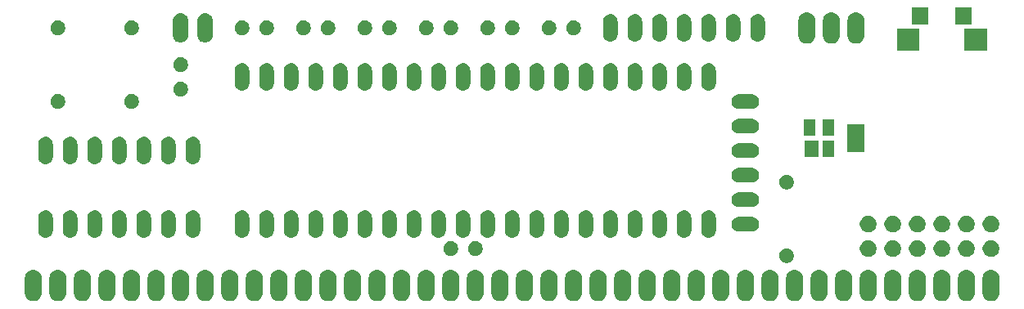
<source format=gbr>
G04 #@! TF.GenerationSoftware,KiCad,Pcbnew,5.1.2*
G04 #@! TF.CreationDate,2020-10-23T14:26:58+02:00*
G04 #@! TF.ProjectId,eaa651fdd346d6544176813de3c28a36,65616136-3531-4666-9464-333436643635,rev?*
G04 #@! TF.SameCoordinates,Original*
G04 #@! TF.FileFunction,Soldermask,Top*
G04 #@! TF.FilePolarity,Negative*
%FSLAX46Y46*%
G04 Gerber Fmt 4.6, Leading zero omitted, Abs format (unit mm)*
G04 Created by KiCad (PCBNEW 5.1.2) date 2020-10-23 14:26:58*
%MOMM*%
%LPD*%
G04 APERTURE LIST*
%ADD10C,0.100000*%
G04 APERTURE END LIST*
D10*
G36*
X182676700Y-103652400D02*
G01*
X182676700Y-103804800D01*
X184505500Y-103804800D01*
X184505500Y-103652400D01*
X182676700Y-103652400D01*
G37*
G36*
X177410394Y-117355496D02*
G01*
X177530826Y-117392029D01*
X177573187Y-117404879D01*
X177723207Y-117485066D01*
X177723210Y-117485068D01*
X177723211Y-117485069D01*
X177854712Y-117592988D01*
X177962631Y-117724488D01*
X177962633Y-117724492D01*
X177962634Y-117724493D01*
X178042821Y-117874513D01*
X178042822Y-117874516D01*
X178092204Y-118037305D01*
X178104700Y-118164180D01*
X178104700Y-119773020D01*
X178092204Y-119899895D01*
X178042822Y-120062684D01*
X178042821Y-120062687D01*
X177962634Y-120212707D01*
X177962631Y-120212712D01*
X177854712Y-120344212D01*
X177723212Y-120452131D01*
X177723208Y-120452133D01*
X177723207Y-120452134D01*
X177573187Y-120532321D01*
X177573184Y-120532322D01*
X177410395Y-120581704D01*
X177241100Y-120598378D01*
X177071806Y-120581704D01*
X176909017Y-120532322D01*
X176909014Y-120532321D01*
X176758994Y-120452134D01*
X176758993Y-120452133D01*
X176758989Y-120452131D01*
X176627489Y-120344212D01*
X176519570Y-120212712D01*
X176519567Y-120212707D01*
X176439380Y-120062687D01*
X176439379Y-120062684D01*
X176389997Y-119899895D01*
X176377501Y-119773020D01*
X176377500Y-118164181D01*
X176389996Y-118037306D01*
X176439378Y-117874517D01*
X176439379Y-117874513D01*
X176519566Y-117724493D01*
X176519570Y-117724488D01*
X176627488Y-117592988D01*
X176758988Y-117485069D01*
X176758992Y-117485067D01*
X176758993Y-117485066D01*
X176909013Y-117404879D01*
X176909016Y-117404878D01*
X177071805Y-117355496D01*
X177241100Y-117338822D01*
X177410394Y-117355496D01*
X177410394Y-117355496D01*
G37*
G36*
X154550394Y-117355496D02*
G01*
X154670826Y-117392029D01*
X154713187Y-117404879D01*
X154863207Y-117485066D01*
X154863210Y-117485068D01*
X154863211Y-117485069D01*
X154994712Y-117592988D01*
X155102631Y-117724488D01*
X155102633Y-117724492D01*
X155102634Y-117724493D01*
X155182821Y-117874513D01*
X155182822Y-117874516D01*
X155232204Y-118037305D01*
X155244700Y-118164180D01*
X155244700Y-119773020D01*
X155232204Y-119899895D01*
X155182822Y-120062684D01*
X155182821Y-120062687D01*
X155102634Y-120212707D01*
X155102631Y-120212712D01*
X154994712Y-120344212D01*
X154863212Y-120452131D01*
X154863208Y-120452133D01*
X154863207Y-120452134D01*
X154713187Y-120532321D01*
X154713184Y-120532322D01*
X154550395Y-120581704D01*
X154381100Y-120598378D01*
X154211806Y-120581704D01*
X154049017Y-120532322D01*
X154049014Y-120532321D01*
X153898994Y-120452134D01*
X153898993Y-120452133D01*
X153898989Y-120452131D01*
X153767489Y-120344212D01*
X153659570Y-120212712D01*
X153659567Y-120212707D01*
X153579380Y-120062687D01*
X153579379Y-120062684D01*
X153529997Y-119899895D01*
X153517501Y-119773020D01*
X153517500Y-118164181D01*
X153529996Y-118037306D01*
X153579378Y-117874517D01*
X153579379Y-117874513D01*
X153659566Y-117724493D01*
X153659570Y-117724488D01*
X153767488Y-117592988D01*
X153898988Y-117485069D01*
X153898992Y-117485067D01*
X153898993Y-117485066D01*
X154049013Y-117404879D01*
X154049016Y-117404878D01*
X154211805Y-117355496D01*
X154381100Y-117338822D01*
X154550394Y-117355496D01*
X154550394Y-117355496D01*
G37*
G36*
X152010394Y-117355496D02*
G01*
X152130826Y-117392029D01*
X152173187Y-117404879D01*
X152323207Y-117485066D01*
X152323210Y-117485068D01*
X152323211Y-117485069D01*
X152454712Y-117592988D01*
X152562631Y-117724488D01*
X152562633Y-117724492D01*
X152562634Y-117724493D01*
X152642821Y-117874513D01*
X152642822Y-117874516D01*
X152692204Y-118037305D01*
X152704700Y-118164180D01*
X152704700Y-119773020D01*
X152692204Y-119899895D01*
X152642822Y-120062684D01*
X152642821Y-120062687D01*
X152562634Y-120212707D01*
X152562631Y-120212712D01*
X152454712Y-120344212D01*
X152323212Y-120452131D01*
X152323208Y-120452133D01*
X152323207Y-120452134D01*
X152173187Y-120532321D01*
X152173184Y-120532322D01*
X152010395Y-120581704D01*
X151841100Y-120598378D01*
X151671806Y-120581704D01*
X151509017Y-120532322D01*
X151509014Y-120532321D01*
X151358994Y-120452134D01*
X151358993Y-120452133D01*
X151358989Y-120452131D01*
X151227489Y-120344212D01*
X151119570Y-120212712D01*
X151119567Y-120212707D01*
X151039380Y-120062687D01*
X151039379Y-120062684D01*
X150989997Y-119899895D01*
X150977501Y-119773020D01*
X150977500Y-118164181D01*
X150989996Y-118037306D01*
X151039378Y-117874517D01*
X151039379Y-117874513D01*
X151119566Y-117724493D01*
X151119570Y-117724488D01*
X151227488Y-117592988D01*
X151358988Y-117485069D01*
X151358992Y-117485067D01*
X151358993Y-117485066D01*
X151509013Y-117404879D01*
X151509016Y-117404878D01*
X151671805Y-117355496D01*
X151841100Y-117338822D01*
X152010394Y-117355496D01*
X152010394Y-117355496D01*
G37*
G36*
X149470394Y-117355496D02*
G01*
X149590826Y-117392029D01*
X149633187Y-117404879D01*
X149783207Y-117485066D01*
X149783210Y-117485068D01*
X149783211Y-117485069D01*
X149914712Y-117592988D01*
X150022631Y-117724488D01*
X150022633Y-117724492D01*
X150022634Y-117724493D01*
X150102821Y-117874513D01*
X150102822Y-117874516D01*
X150152204Y-118037305D01*
X150164700Y-118164180D01*
X150164700Y-119773020D01*
X150152204Y-119899895D01*
X150102822Y-120062684D01*
X150102821Y-120062687D01*
X150022634Y-120212707D01*
X150022631Y-120212712D01*
X149914712Y-120344212D01*
X149783212Y-120452131D01*
X149783208Y-120452133D01*
X149783207Y-120452134D01*
X149633187Y-120532321D01*
X149633184Y-120532322D01*
X149470395Y-120581704D01*
X149301100Y-120598378D01*
X149131806Y-120581704D01*
X148969017Y-120532322D01*
X148969014Y-120532321D01*
X148818994Y-120452134D01*
X148818993Y-120452133D01*
X148818989Y-120452131D01*
X148687489Y-120344212D01*
X148579570Y-120212712D01*
X148579567Y-120212707D01*
X148499380Y-120062687D01*
X148499379Y-120062684D01*
X148449997Y-119899895D01*
X148437501Y-119773020D01*
X148437500Y-118164181D01*
X148449996Y-118037306D01*
X148499378Y-117874517D01*
X148499379Y-117874513D01*
X148579566Y-117724493D01*
X148579570Y-117724488D01*
X148687488Y-117592988D01*
X148818988Y-117485069D01*
X148818992Y-117485067D01*
X148818993Y-117485066D01*
X148969013Y-117404879D01*
X148969016Y-117404878D01*
X149131805Y-117355496D01*
X149301100Y-117338822D01*
X149470394Y-117355496D01*
X149470394Y-117355496D01*
G37*
G36*
X157090394Y-117355496D02*
G01*
X157210826Y-117392029D01*
X157253187Y-117404879D01*
X157403207Y-117485066D01*
X157403210Y-117485068D01*
X157403211Y-117485069D01*
X157534712Y-117592988D01*
X157642631Y-117724488D01*
X157642633Y-117724492D01*
X157642634Y-117724493D01*
X157722821Y-117874513D01*
X157722822Y-117874516D01*
X157772204Y-118037305D01*
X157784700Y-118164180D01*
X157784700Y-119773020D01*
X157772204Y-119899895D01*
X157722822Y-120062684D01*
X157722821Y-120062687D01*
X157642634Y-120212707D01*
X157642631Y-120212712D01*
X157534712Y-120344212D01*
X157403212Y-120452131D01*
X157403208Y-120452133D01*
X157403207Y-120452134D01*
X157253187Y-120532321D01*
X157253184Y-120532322D01*
X157090395Y-120581704D01*
X156921100Y-120598378D01*
X156751806Y-120581704D01*
X156589017Y-120532322D01*
X156589014Y-120532321D01*
X156438994Y-120452134D01*
X156438993Y-120452133D01*
X156438989Y-120452131D01*
X156307489Y-120344212D01*
X156199570Y-120212712D01*
X156199567Y-120212707D01*
X156119380Y-120062687D01*
X156119379Y-120062684D01*
X156069997Y-119899895D01*
X156057501Y-119773020D01*
X156057500Y-118164181D01*
X156069996Y-118037306D01*
X156119378Y-117874517D01*
X156119379Y-117874513D01*
X156199566Y-117724493D01*
X156199570Y-117724488D01*
X156307488Y-117592988D01*
X156438988Y-117485069D01*
X156438992Y-117485067D01*
X156438993Y-117485066D01*
X156589013Y-117404879D01*
X156589016Y-117404878D01*
X156751805Y-117355496D01*
X156921100Y-117338822D01*
X157090394Y-117355496D01*
X157090394Y-117355496D01*
G37*
G36*
X159630394Y-117355496D02*
G01*
X159750826Y-117392029D01*
X159793187Y-117404879D01*
X159943207Y-117485066D01*
X159943210Y-117485068D01*
X159943211Y-117485069D01*
X160074712Y-117592988D01*
X160182631Y-117724488D01*
X160182633Y-117724492D01*
X160182634Y-117724493D01*
X160262821Y-117874513D01*
X160262822Y-117874516D01*
X160312204Y-118037305D01*
X160324700Y-118164180D01*
X160324700Y-119773020D01*
X160312204Y-119899895D01*
X160262822Y-120062684D01*
X160262821Y-120062687D01*
X160182634Y-120212707D01*
X160182631Y-120212712D01*
X160074712Y-120344212D01*
X159943212Y-120452131D01*
X159943208Y-120452133D01*
X159943207Y-120452134D01*
X159793187Y-120532321D01*
X159793184Y-120532322D01*
X159630395Y-120581704D01*
X159461100Y-120598378D01*
X159291806Y-120581704D01*
X159129017Y-120532322D01*
X159129014Y-120532321D01*
X158978994Y-120452134D01*
X158978993Y-120452133D01*
X158978989Y-120452131D01*
X158847489Y-120344212D01*
X158739570Y-120212712D01*
X158739567Y-120212707D01*
X158659380Y-120062687D01*
X158659379Y-120062684D01*
X158609997Y-119899895D01*
X158597501Y-119773020D01*
X158597500Y-118164181D01*
X158609996Y-118037306D01*
X158659378Y-117874517D01*
X158659379Y-117874513D01*
X158739566Y-117724493D01*
X158739570Y-117724488D01*
X158847488Y-117592988D01*
X158978988Y-117485069D01*
X158978992Y-117485067D01*
X158978993Y-117485066D01*
X159129013Y-117404879D01*
X159129016Y-117404878D01*
X159291805Y-117355496D01*
X159461100Y-117338822D01*
X159630394Y-117355496D01*
X159630394Y-117355496D01*
G37*
G36*
X162170394Y-117355496D02*
G01*
X162290826Y-117392029D01*
X162333187Y-117404879D01*
X162483207Y-117485066D01*
X162483210Y-117485068D01*
X162483211Y-117485069D01*
X162614712Y-117592988D01*
X162722631Y-117724488D01*
X162722633Y-117724492D01*
X162722634Y-117724493D01*
X162802821Y-117874513D01*
X162802822Y-117874516D01*
X162852204Y-118037305D01*
X162864700Y-118164180D01*
X162864700Y-119773020D01*
X162852204Y-119899895D01*
X162802822Y-120062684D01*
X162802821Y-120062687D01*
X162722634Y-120212707D01*
X162722631Y-120212712D01*
X162614712Y-120344212D01*
X162483212Y-120452131D01*
X162483208Y-120452133D01*
X162483207Y-120452134D01*
X162333187Y-120532321D01*
X162333184Y-120532322D01*
X162170395Y-120581704D01*
X162001100Y-120598378D01*
X161831806Y-120581704D01*
X161669017Y-120532322D01*
X161669014Y-120532321D01*
X161518994Y-120452134D01*
X161518993Y-120452133D01*
X161518989Y-120452131D01*
X161387489Y-120344212D01*
X161279570Y-120212712D01*
X161279567Y-120212707D01*
X161199380Y-120062687D01*
X161199379Y-120062684D01*
X161149997Y-119899895D01*
X161137501Y-119773020D01*
X161137500Y-118164181D01*
X161149996Y-118037306D01*
X161199378Y-117874517D01*
X161199379Y-117874513D01*
X161279566Y-117724493D01*
X161279570Y-117724488D01*
X161387488Y-117592988D01*
X161518988Y-117485069D01*
X161518992Y-117485067D01*
X161518993Y-117485066D01*
X161669013Y-117404879D01*
X161669016Y-117404878D01*
X161831805Y-117355496D01*
X162001100Y-117338822D01*
X162170394Y-117355496D01*
X162170394Y-117355496D01*
G37*
G36*
X164710394Y-117355496D02*
G01*
X164830826Y-117392029D01*
X164873187Y-117404879D01*
X165023207Y-117485066D01*
X165023210Y-117485068D01*
X165023211Y-117485069D01*
X165154712Y-117592988D01*
X165262631Y-117724488D01*
X165262633Y-117724492D01*
X165262634Y-117724493D01*
X165342821Y-117874513D01*
X165342822Y-117874516D01*
X165392204Y-118037305D01*
X165404700Y-118164180D01*
X165404700Y-119773020D01*
X165392204Y-119899895D01*
X165342822Y-120062684D01*
X165342821Y-120062687D01*
X165262634Y-120212707D01*
X165262631Y-120212712D01*
X165154712Y-120344212D01*
X165023212Y-120452131D01*
X165023208Y-120452133D01*
X165023207Y-120452134D01*
X164873187Y-120532321D01*
X164873184Y-120532322D01*
X164710395Y-120581704D01*
X164541100Y-120598378D01*
X164371806Y-120581704D01*
X164209017Y-120532322D01*
X164209014Y-120532321D01*
X164058994Y-120452134D01*
X164058993Y-120452133D01*
X164058989Y-120452131D01*
X163927489Y-120344212D01*
X163819570Y-120212712D01*
X163819567Y-120212707D01*
X163739380Y-120062687D01*
X163739379Y-120062684D01*
X163689997Y-119899895D01*
X163677501Y-119773020D01*
X163677500Y-118164181D01*
X163689996Y-118037306D01*
X163739378Y-117874517D01*
X163739379Y-117874513D01*
X163819566Y-117724493D01*
X163819570Y-117724488D01*
X163927488Y-117592988D01*
X164058988Y-117485069D01*
X164058992Y-117485067D01*
X164058993Y-117485066D01*
X164209013Y-117404879D01*
X164209016Y-117404878D01*
X164371805Y-117355496D01*
X164541100Y-117338822D01*
X164710394Y-117355496D01*
X164710394Y-117355496D01*
G37*
G36*
X167250394Y-117355496D02*
G01*
X167370826Y-117392029D01*
X167413187Y-117404879D01*
X167563207Y-117485066D01*
X167563210Y-117485068D01*
X167563211Y-117485069D01*
X167694712Y-117592988D01*
X167802631Y-117724488D01*
X167802633Y-117724492D01*
X167802634Y-117724493D01*
X167882821Y-117874513D01*
X167882822Y-117874516D01*
X167932204Y-118037305D01*
X167944700Y-118164180D01*
X167944700Y-119773020D01*
X167932204Y-119899895D01*
X167882822Y-120062684D01*
X167882821Y-120062687D01*
X167802634Y-120212707D01*
X167802631Y-120212712D01*
X167694712Y-120344212D01*
X167563212Y-120452131D01*
X167563208Y-120452133D01*
X167563207Y-120452134D01*
X167413187Y-120532321D01*
X167413184Y-120532322D01*
X167250395Y-120581704D01*
X167081100Y-120598378D01*
X166911806Y-120581704D01*
X166749017Y-120532322D01*
X166749014Y-120532321D01*
X166598994Y-120452134D01*
X166598993Y-120452133D01*
X166598989Y-120452131D01*
X166467489Y-120344212D01*
X166359570Y-120212712D01*
X166359567Y-120212707D01*
X166279380Y-120062687D01*
X166279379Y-120062684D01*
X166229997Y-119899895D01*
X166217501Y-119773020D01*
X166217500Y-118164181D01*
X166229996Y-118037306D01*
X166279378Y-117874517D01*
X166279379Y-117874513D01*
X166359566Y-117724493D01*
X166359570Y-117724488D01*
X166467488Y-117592988D01*
X166598988Y-117485069D01*
X166598992Y-117485067D01*
X166598993Y-117485066D01*
X166749013Y-117404879D01*
X166749016Y-117404878D01*
X166911805Y-117355496D01*
X167081100Y-117338822D01*
X167250394Y-117355496D01*
X167250394Y-117355496D01*
G37*
G36*
X169790394Y-117355496D02*
G01*
X169910826Y-117392029D01*
X169953187Y-117404879D01*
X170103207Y-117485066D01*
X170103210Y-117485068D01*
X170103211Y-117485069D01*
X170234712Y-117592988D01*
X170342631Y-117724488D01*
X170342633Y-117724492D01*
X170342634Y-117724493D01*
X170422821Y-117874513D01*
X170422822Y-117874516D01*
X170472204Y-118037305D01*
X170484700Y-118164180D01*
X170484700Y-119773020D01*
X170472204Y-119899895D01*
X170422822Y-120062684D01*
X170422821Y-120062687D01*
X170342634Y-120212707D01*
X170342631Y-120212712D01*
X170234712Y-120344212D01*
X170103212Y-120452131D01*
X170103208Y-120452133D01*
X170103207Y-120452134D01*
X169953187Y-120532321D01*
X169953184Y-120532322D01*
X169790395Y-120581704D01*
X169621100Y-120598378D01*
X169451806Y-120581704D01*
X169289017Y-120532322D01*
X169289014Y-120532321D01*
X169138994Y-120452134D01*
X169138993Y-120452133D01*
X169138989Y-120452131D01*
X169007489Y-120344212D01*
X168899570Y-120212712D01*
X168899567Y-120212707D01*
X168819380Y-120062687D01*
X168819379Y-120062684D01*
X168769997Y-119899895D01*
X168757501Y-119773020D01*
X168757500Y-118164181D01*
X168769996Y-118037306D01*
X168819378Y-117874517D01*
X168819379Y-117874513D01*
X168899566Y-117724493D01*
X168899570Y-117724488D01*
X169007488Y-117592988D01*
X169138988Y-117485069D01*
X169138992Y-117485067D01*
X169138993Y-117485066D01*
X169289013Y-117404879D01*
X169289016Y-117404878D01*
X169451805Y-117355496D01*
X169621100Y-117338822D01*
X169790394Y-117355496D01*
X169790394Y-117355496D01*
G37*
G36*
X172330394Y-117355496D02*
G01*
X172450826Y-117392029D01*
X172493187Y-117404879D01*
X172643207Y-117485066D01*
X172643210Y-117485068D01*
X172643211Y-117485069D01*
X172774712Y-117592988D01*
X172882631Y-117724488D01*
X172882633Y-117724492D01*
X172882634Y-117724493D01*
X172962821Y-117874513D01*
X172962822Y-117874516D01*
X173012204Y-118037305D01*
X173024700Y-118164180D01*
X173024700Y-119773020D01*
X173012204Y-119899895D01*
X172962822Y-120062684D01*
X172962821Y-120062687D01*
X172882634Y-120212707D01*
X172882631Y-120212712D01*
X172774712Y-120344212D01*
X172643212Y-120452131D01*
X172643208Y-120452133D01*
X172643207Y-120452134D01*
X172493187Y-120532321D01*
X172493184Y-120532322D01*
X172330395Y-120581704D01*
X172161100Y-120598378D01*
X171991806Y-120581704D01*
X171829017Y-120532322D01*
X171829014Y-120532321D01*
X171678994Y-120452134D01*
X171678993Y-120452133D01*
X171678989Y-120452131D01*
X171547489Y-120344212D01*
X171439570Y-120212712D01*
X171439567Y-120212707D01*
X171359380Y-120062687D01*
X171359379Y-120062684D01*
X171309997Y-119899895D01*
X171297501Y-119773020D01*
X171297500Y-118164181D01*
X171309996Y-118037306D01*
X171359378Y-117874517D01*
X171359379Y-117874513D01*
X171439566Y-117724493D01*
X171439570Y-117724488D01*
X171547488Y-117592988D01*
X171678988Y-117485069D01*
X171678992Y-117485067D01*
X171678993Y-117485066D01*
X171829013Y-117404879D01*
X171829016Y-117404878D01*
X171991805Y-117355496D01*
X172161100Y-117338822D01*
X172330394Y-117355496D01*
X172330394Y-117355496D01*
G37*
G36*
X98670394Y-117355496D02*
G01*
X98790826Y-117392029D01*
X98833187Y-117404879D01*
X98983207Y-117485066D01*
X98983210Y-117485068D01*
X98983211Y-117485069D01*
X99114712Y-117592988D01*
X99222631Y-117724488D01*
X99222633Y-117724492D01*
X99222634Y-117724493D01*
X99302821Y-117874513D01*
X99302822Y-117874516D01*
X99352204Y-118037305D01*
X99364700Y-118164180D01*
X99364700Y-119773020D01*
X99352204Y-119899895D01*
X99302822Y-120062684D01*
X99302821Y-120062687D01*
X99222634Y-120212707D01*
X99222631Y-120212712D01*
X99114712Y-120344212D01*
X98983212Y-120452131D01*
X98983208Y-120452133D01*
X98983207Y-120452134D01*
X98833187Y-120532321D01*
X98833184Y-120532322D01*
X98670395Y-120581704D01*
X98501100Y-120598378D01*
X98331806Y-120581704D01*
X98169017Y-120532322D01*
X98169014Y-120532321D01*
X98018994Y-120452134D01*
X98018993Y-120452133D01*
X98018989Y-120452131D01*
X97887489Y-120344212D01*
X97779570Y-120212712D01*
X97779567Y-120212707D01*
X97699380Y-120062687D01*
X97699379Y-120062684D01*
X97649997Y-119899895D01*
X97637501Y-119773020D01*
X97637500Y-118164181D01*
X97649996Y-118037306D01*
X97699378Y-117874517D01*
X97699379Y-117874513D01*
X97779566Y-117724493D01*
X97779570Y-117724488D01*
X97887488Y-117592988D01*
X98018988Y-117485069D01*
X98018992Y-117485067D01*
X98018993Y-117485066D01*
X98169013Y-117404879D01*
X98169016Y-117404878D01*
X98331805Y-117355496D01*
X98501100Y-117338822D01*
X98670394Y-117355496D01*
X98670394Y-117355496D01*
G37*
G36*
X179950394Y-117355496D02*
G01*
X180070826Y-117392029D01*
X180113187Y-117404879D01*
X180263207Y-117485066D01*
X180263210Y-117485068D01*
X180263211Y-117485069D01*
X180394712Y-117592988D01*
X180502631Y-117724488D01*
X180502633Y-117724492D01*
X180502634Y-117724493D01*
X180582821Y-117874513D01*
X180582822Y-117874516D01*
X180632204Y-118037305D01*
X180644700Y-118164180D01*
X180644700Y-119773020D01*
X180632204Y-119899895D01*
X180582822Y-120062684D01*
X180582821Y-120062687D01*
X180502634Y-120212707D01*
X180502631Y-120212712D01*
X180394712Y-120344212D01*
X180263212Y-120452131D01*
X180263208Y-120452133D01*
X180263207Y-120452134D01*
X180113187Y-120532321D01*
X180113184Y-120532322D01*
X179950395Y-120581704D01*
X179781100Y-120598378D01*
X179611806Y-120581704D01*
X179449017Y-120532322D01*
X179449014Y-120532321D01*
X179298994Y-120452134D01*
X179298993Y-120452133D01*
X179298989Y-120452131D01*
X179167489Y-120344212D01*
X179059570Y-120212712D01*
X179059567Y-120212707D01*
X178979380Y-120062687D01*
X178979379Y-120062684D01*
X178929997Y-119899895D01*
X178917501Y-119773020D01*
X178917500Y-118164181D01*
X178929996Y-118037306D01*
X178979378Y-117874517D01*
X178979379Y-117874513D01*
X179059566Y-117724493D01*
X179059570Y-117724488D01*
X179167488Y-117592988D01*
X179298988Y-117485069D01*
X179298992Y-117485067D01*
X179298993Y-117485066D01*
X179449013Y-117404879D01*
X179449016Y-117404878D01*
X179611805Y-117355496D01*
X179781100Y-117338822D01*
X179950394Y-117355496D01*
X179950394Y-117355496D01*
G37*
G36*
X182490394Y-117355496D02*
G01*
X182610826Y-117392029D01*
X182653187Y-117404879D01*
X182803207Y-117485066D01*
X182803210Y-117485068D01*
X182803211Y-117485069D01*
X182934712Y-117592988D01*
X183042631Y-117724488D01*
X183042633Y-117724492D01*
X183042634Y-117724493D01*
X183122821Y-117874513D01*
X183122822Y-117874516D01*
X183172204Y-118037305D01*
X183184700Y-118164180D01*
X183184700Y-119773020D01*
X183172204Y-119899895D01*
X183122822Y-120062684D01*
X183122821Y-120062687D01*
X183042634Y-120212707D01*
X183042631Y-120212712D01*
X182934712Y-120344212D01*
X182803212Y-120452131D01*
X182803208Y-120452133D01*
X182803207Y-120452134D01*
X182653187Y-120532321D01*
X182653184Y-120532322D01*
X182490395Y-120581704D01*
X182321100Y-120598378D01*
X182151806Y-120581704D01*
X181989017Y-120532322D01*
X181989014Y-120532321D01*
X181838994Y-120452134D01*
X181838993Y-120452133D01*
X181838989Y-120452131D01*
X181707489Y-120344212D01*
X181599570Y-120212712D01*
X181599567Y-120212707D01*
X181519380Y-120062687D01*
X181519379Y-120062684D01*
X181469997Y-119899895D01*
X181457501Y-119773020D01*
X181457500Y-118164181D01*
X181469996Y-118037306D01*
X181519378Y-117874517D01*
X181519379Y-117874513D01*
X181599566Y-117724493D01*
X181599570Y-117724488D01*
X181707488Y-117592988D01*
X181838988Y-117485069D01*
X181838992Y-117485067D01*
X181838993Y-117485066D01*
X181989013Y-117404879D01*
X181989016Y-117404878D01*
X182151805Y-117355496D01*
X182321100Y-117338822D01*
X182490394Y-117355496D01*
X182490394Y-117355496D01*
G37*
G36*
X185030394Y-117355496D02*
G01*
X185150826Y-117392029D01*
X185193187Y-117404879D01*
X185343207Y-117485066D01*
X185343210Y-117485068D01*
X185343211Y-117485069D01*
X185474712Y-117592988D01*
X185582631Y-117724488D01*
X185582633Y-117724492D01*
X185582634Y-117724493D01*
X185662821Y-117874513D01*
X185662822Y-117874516D01*
X185712204Y-118037305D01*
X185724700Y-118164180D01*
X185724700Y-119773020D01*
X185712204Y-119899895D01*
X185662822Y-120062684D01*
X185662821Y-120062687D01*
X185582634Y-120212707D01*
X185582631Y-120212712D01*
X185474712Y-120344212D01*
X185343212Y-120452131D01*
X185343208Y-120452133D01*
X185343207Y-120452134D01*
X185193187Y-120532321D01*
X185193184Y-120532322D01*
X185030395Y-120581704D01*
X184861100Y-120598378D01*
X184691806Y-120581704D01*
X184529017Y-120532322D01*
X184529014Y-120532321D01*
X184378994Y-120452134D01*
X184378993Y-120452133D01*
X184378989Y-120452131D01*
X184247489Y-120344212D01*
X184139570Y-120212712D01*
X184139567Y-120212707D01*
X184059380Y-120062687D01*
X184059379Y-120062684D01*
X184009997Y-119899895D01*
X183997501Y-119773020D01*
X183997500Y-118164181D01*
X184009996Y-118037306D01*
X184059378Y-117874517D01*
X184059379Y-117874513D01*
X184139566Y-117724493D01*
X184139570Y-117724488D01*
X184247488Y-117592988D01*
X184378988Y-117485069D01*
X184378992Y-117485067D01*
X184378993Y-117485066D01*
X184529013Y-117404879D01*
X184529016Y-117404878D01*
X184691805Y-117355496D01*
X184861100Y-117338822D01*
X185030394Y-117355496D01*
X185030394Y-117355496D01*
G37*
G36*
X187570394Y-117355496D02*
G01*
X187690826Y-117392029D01*
X187733187Y-117404879D01*
X187883207Y-117485066D01*
X187883210Y-117485068D01*
X187883211Y-117485069D01*
X188014712Y-117592988D01*
X188122631Y-117724488D01*
X188122633Y-117724492D01*
X188122634Y-117724493D01*
X188202821Y-117874513D01*
X188202822Y-117874516D01*
X188252204Y-118037305D01*
X188264700Y-118164180D01*
X188264700Y-119773020D01*
X188252204Y-119899895D01*
X188202822Y-120062684D01*
X188202821Y-120062687D01*
X188122634Y-120212707D01*
X188122631Y-120212712D01*
X188014712Y-120344212D01*
X187883212Y-120452131D01*
X187883208Y-120452133D01*
X187883207Y-120452134D01*
X187733187Y-120532321D01*
X187733184Y-120532322D01*
X187570395Y-120581704D01*
X187401100Y-120598378D01*
X187231806Y-120581704D01*
X187069017Y-120532322D01*
X187069014Y-120532321D01*
X186918994Y-120452134D01*
X186918993Y-120452133D01*
X186918989Y-120452131D01*
X186787489Y-120344212D01*
X186679570Y-120212712D01*
X186679567Y-120212707D01*
X186599380Y-120062687D01*
X186599379Y-120062684D01*
X186549997Y-119899895D01*
X186537501Y-119773020D01*
X186537500Y-118164181D01*
X186549996Y-118037306D01*
X186599378Y-117874517D01*
X186599379Y-117874513D01*
X186679566Y-117724493D01*
X186679570Y-117724488D01*
X186787488Y-117592988D01*
X186918988Y-117485069D01*
X186918992Y-117485067D01*
X186918993Y-117485066D01*
X187069013Y-117404879D01*
X187069016Y-117404878D01*
X187231805Y-117355496D01*
X187401100Y-117338822D01*
X187570394Y-117355496D01*
X187570394Y-117355496D01*
G37*
G36*
X190110394Y-117355496D02*
G01*
X190230826Y-117392029D01*
X190273187Y-117404879D01*
X190423207Y-117485066D01*
X190423210Y-117485068D01*
X190423211Y-117485069D01*
X190554712Y-117592988D01*
X190662631Y-117724488D01*
X190662633Y-117724492D01*
X190662634Y-117724493D01*
X190742821Y-117874513D01*
X190742822Y-117874516D01*
X190792204Y-118037305D01*
X190804700Y-118164180D01*
X190804700Y-119773020D01*
X190792204Y-119899895D01*
X190742822Y-120062684D01*
X190742821Y-120062687D01*
X190662634Y-120212707D01*
X190662631Y-120212712D01*
X190554712Y-120344212D01*
X190423212Y-120452131D01*
X190423208Y-120452133D01*
X190423207Y-120452134D01*
X190273187Y-120532321D01*
X190273184Y-120532322D01*
X190110395Y-120581704D01*
X189941100Y-120598378D01*
X189771806Y-120581704D01*
X189609017Y-120532322D01*
X189609014Y-120532321D01*
X189458994Y-120452134D01*
X189458993Y-120452133D01*
X189458989Y-120452131D01*
X189327489Y-120344212D01*
X189219570Y-120212712D01*
X189219567Y-120212707D01*
X189139380Y-120062687D01*
X189139379Y-120062684D01*
X189089997Y-119899895D01*
X189077501Y-119773020D01*
X189077500Y-118164181D01*
X189089996Y-118037306D01*
X189139378Y-117874517D01*
X189139379Y-117874513D01*
X189219566Y-117724493D01*
X189219570Y-117724488D01*
X189327488Y-117592988D01*
X189458988Y-117485069D01*
X189458992Y-117485067D01*
X189458993Y-117485066D01*
X189609013Y-117404879D01*
X189609016Y-117404878D01*
X189771805Y-117355496D01*
X189941100Y-117338822D01*
X190110394Y-117355496D01*
X190110394Y-117355496D01*
G37*
G36*
X192650394Y-117355496D02*
G01*
X192770826Y-117392029D01*
X192813187Y-117404879D01*
X192963207Y-117485066D01*
X192963210Y-117485068D01*
X192963211Y-117485069D01*
X193094712Y-117592988D01*
X193202631Y-117724488D01*
X193202633Y-117724492D01*
X193202634Y-117724493D01*
X193282821Y-117874513D01*
X193282822Y-117874516D01*
X193332204Y-118037305D01*
X193344700Y-118164180D01*
X193344700Y-119773020D01*
X193332204Y-119899895D01*
X193282822Y-120062684D01*
X193282821Y-120062687D01*
X193202634Y-120212707D01*
X193202631Y-120212712D01*
X193094712Y-120344212D01*
X192963212Y-120452131D01*
X192963208Y-120452133D01*
X192963207Y-120452134D01*
X192813187Y-120532321D01*
X192813184Y-120532322D01*
X192650395Y-120581704D01*
X192481100Y-120598378D01*
X192311806Y-120581704D01*
X192149017Y-120532322D01*
X192149014Y-120532321D01*
X191998994Y-120452134D01*
X191998993Y-120452133D01*
X191998989Y-120452131D01*
X191867489Y-120344212D01*
X191759570Y-120212712D01*
X191759567Y-120212707D01*
X191679380Y-120062687D01*
X191679379Y-120062684D01*
X191629997Y-119899895D01*
X191617501Y-119773020D01*
X191617500Y-118164181D01*
X191629996Y-118037306D01*
X191679378Y-117874517D01*
X191679379Y-117874513D01*
X191759566Y-117724493D01*
X191759570Y-117724488D01*
X191867488Y-117592988D01*
X191998988Y-117485069D01*
X191998992Y-117485067D01*
X191998993Y-117485066D01*
X192149013Y-117404879D01*
X192149016Y-117404878D01*
X192311805Y-117355496D01*
X192481100Y-117338822D01*
X192650394Y-117355496D01*
X192650394Y-117355496D01*
G37*
G36*
X195190394Y-117355496D02*
G01*
X195310826Y-117392029D01*
X195353187Y-117404879D01*
X195503207Y-117485066D01*
X195503210Y-117485068D01*
X195503211Y-117485069D01*
X195634712Y-117592988D01*
X195742631Y-117724488D01*
X195742633Y-117724492D01*
X195742634Y-117724493D01*
X195822821Y-117874513D01*
X195822822Y-117874516D01*
X195872204Y-118037305D01*
X195884700Y-118164180D01*
X195884700Y-119773020D01*
X195872204Y-119899895D01*
X195822822Y-120062684D01*
X195822821Y-120062687D01*
X195742634Y-120212707D01*
X195742631Y-120212712D01*
X195634712Y-120344212D01*
X195503212Y-120452131D01*
X195503208Y-120452133D01*
X195503207Y-120452134D01*
X195353187Y-120532321D01*
X195353184Y-120532322D01*
X195190395Y-120581704D01*
X195021100Y-120598378D01*
X194851806Y-120581704D01*
X194689017Y-120532322D01*
X194689014Y-120532321D01*
X194538994Y-120452134D01*
X194538993Y-120452133D01*
X194538989Y-120452131D01*
X194407489Y-120344212D01*
X194299570Y-120212712D01*
X194299567Y-120212707D01*
X194219380Y-120062687D01*
X194219379Y-120062684D01*
X194169997Y-119899895D01*
X194157501Y-119773020D01*
X194157500Y-118164181D01*
X194169996Y-118037306D01*
X194219378Y-117874517D01*
X194219379Y-117874513D01*
X194299566Y-117724493D01*
X194299570Y-117724488D01*
X194407488Y-117592988D01*
X194538988Y-117485069D01*
X194538992Y-117485067D01*
X194538993Y-117485066D01*
X194689013Y-117404879D01*
X194689016Y-117404878D01*
X194851805Y-117355496D01*
X195021100Y-117338822D01*
X195190394Y-117355496D01*
X195190394Y-117355496D01*
G37*
G36*
X197730394Y-117355496D02*
G01*
X197850826Y-117392029D01*
X197893187Y-117404879D01*
X198043207Y-117485066D01*
X198043210Y-117485068D01*
X198043211Y-117485069D01*
X198174712Y-117592988D01*
X198282631Y-117724488D01*
X198282633Y-117724492D01*
X198282634Y-117724493D01*
X198362821Y-117874513D01*
X198362822Y-117874516D01*
X198412204Y-118037305D01*
X198424700Y-118164180D01*
X198424700Y-119773020D01*
X198412204Y-119899895D01*
X198362822Y-120062684D01*
X198362821Y-120062687D01*
X198282634Y-120212707D01*
X198282631Y-120212712D01*
X198174712Y-120344212D01*
X198043212Y-120452131D01*
X198043208Y-120452133D01*
X198043207Y-120452134D01*
X197893187Y-120532321D01*
X197893184Y-120532322D01*
X197730395Y-120581704D01*
X197561100Y-120598378D01*
X197391806Y-120581704D01*
X197229017Y-120532322D01*
X197229014Y-120532321D01*
X197078994Y-120452134D01*
X197078993Y-120452133D01*
X197078989Y-120452131D01*
X196947489Y-120344212D01*
X196839570Y-120212712D01*
X196839567Y-120212707D01*
X196759380Y-120062687D01*
X196759379Y-120062684D01*
X196709997Y-119899895D01*
X196697501Y-119773020D01*
X196697500Y-118164181D01*
X196709996Y-118037306D01*
X196759378Y-117874517D01*
X196759379Y-117874513D01*
X196839566Y-117724493D01*
X196839570Y-117724488D01*
X196947488Y-117592988D01*
X197078988Y-117485069D01*
X197078992Y-117485067D01*
X197078993Y-117485066D01*
X197229013Y-117404879D01*
X197229016Y-117404878D01*
X197391805Y-117355496D01*
X197561100Y-117338822D01*
X197730394Y-117355496D01*
X197730394Y-117355496D01*
G37*
G36*
X124070394Y-117355496D02*
G01*
X124190826Y-117392029D01*
X124233187Y-117404879D01*
X124383207Y-117485066D01*
X124383210Y-117485068D01*
X124383211Y-117485069D01*
X124514712Y-117592988D01*
X124622631Y-117724488D01*
X124622633Y-117724492D01*
X124622634Y-117724493D01*
X124702821Y-117874513D01*
X124702822Y-117874516D01*
X124752204Y-118037305D01*
X124764700Y-118164180D01*
X124764700Y-119773020D01*
X124752204Y-119899895D01*
X124702822Y-120062684D01*
X124702821Y-120062687D01*
X124622634Y-120212707D01*
X124622631Y-120212712D01*
X124514712Y-120344212D01*
X124383212Y-120452131D01*
X124383208Y-120452133D01*
X124383207Y-120452134D01*
X124233187Y-120532321D01*
X124233184Y-120532322D01*
X124070395Y-120581704D01*
X123901100Y-120598378D01*
X123731806Y-120581704D01*
X123569017Y-120532322D01*
X123569014Y-120532321D01*
X123418994Y-120452134D01*
X123418993Y-120452133D01*
X123418989Y-120452131D01*
X123287489Y-120344212D01*
X123179570Y-120212712D01*
X123179567Y-120212707D01*
X123099380Y-120062687D01*
X123099379Y-120062684D01*
X123049997Y-119899895D01*
X123037501Y-119773020D01*
X123037500Y-118164181D01*
X123049996Y-118037306D01*
X123099378Y-117874517D01*
X123099379Y-117874513D01*
X123179566Y-117724493D01*
X123179570Y-117724488D01*
X123287488Y-117592988D01*
X123418988Y-117485069D01*
X123418992Y-117485067D01*
X123418993Y-117485066D01*
X123569013Y-117404879D01*
X123569016Y-117404878D01*
X123731805Y-117355496D01*
X123901100Y-117338822D01*
X124070394Y-117355496D01*
X124070394Y-117355496D01*
G37*
G36*
X144390394Y-117355496D02*
G01*
X144510826Y-117392029D01*
X144553187Y-117404879D01*
X144703207Y-117485066D01*
X144703210Y-117485068D01*
X144703211Y-117485069D01*
X144834712Y-117592988D01*
X144942631Y-117724488D01*
X144942633Y-117724492D01*
X144942634Y-117724493D01*
X145022821Y-117874513D01*
X145022822Y-117874516D01*
X145072204Y-118037305D01*
X145084700Y-118164180D01*
X145084700Y-119773020D01*
X145072204Y-119899895D01*
X145022822Y-120062684D01*
X145022821Y-120062687D01*
X144942634Y-120212707D01*
X144942631Y-120212712D01*
X144834712Y-120344212D01*
X144703212Y-120452131D01*
X144703208Y-120452133D01*
X144703207Y-120452134D01*
X144553187Y-120532321D01*
X144553184Y-120532322D01*
X144390395Y-120581704D01*
X144221100Y-120598378D01*
X144051806Y-120581704D01*
X143889017Y-120532322D01*
X143889014Y-120532321D01*
X143738994Y-120452134D01*
X143738993Y-120452133D01*
X143738989Y-120452131D01*
X143607489Y-120344212D01*
X143499570Y-120212712D01*
X143499567Y-120212707D01*
X143419380Y-120062687D01*
X143419379Y-120062684D01*
X143369997Y-119899895D01*
X143357501Y-119773020D01*
X143357500Y-118164181D01*
X143369996Y-118037306D01*
X143419378Y-117874517D01*
X143419379Y-117874513D01*
X143499566Y-117724493D01*
X143499570Y-117724488D01*
X143607488Y-117592988D01*
X143738988Y-117485069D01*
X143738992Y-117485067D01*
X143738993Y-117485066D01*
X143889013Y-117404879D01*
X143889016Y-117404878D01*
X144051805Y-117355496D01*
X144221100Y-117338822D01*
X144390394Y-117355496D01*
X144390394Y-117355496D01*
G37*
G36*
X146930394Y-117355496D02*
G01*
X147050826Y-117392029D01*
X147093187Y-117404879D01*
X147243207Y-117485066D01*
X147243210Y-117485068D01*
X147243211Y-117485069D01*
X147374712Y-117592988D01*
X147482631Y-117724488D01*
X147482633Y-117724492D01*
X147482634Y-117724493D01*
X147562821Y-117874513D01*
X147562822Y-117874516D01*
X147612204Y-118037305D01*
X147624700Y-118164180D01*
X147624700Y-119773020D01*
X147612204Y-119899895D01*
X147562822Y-120062684D01*
X147562821Y-120062687D01*
X147482634Y-120212707D01*
X147482631Y-120212712D01*
X147374712Y-120344212D01*
X147243212Y-120452131D01*
X147243208Y-120452133D01*
X147243207Y-120452134D01*
X147093187Y-120532321D01*
X147093184Y-120532322D01*
X146930395Y-120581704D01*
X146761100Y-120598378D01*
X146591806Y-120581704D01*
X146429017Y-120532322D01*
X146429014Y-120532321D01*
X146278994Y-120452134D01*
X146278993Y-120452133D01*
X146278989Y-120452131D01*
X146147489Y-120344212D01*
X146039570Y-120212712D01*
X146039567Y-120212707D01*
X145959380Y-120062687D01*
X145959379Y-120062684D01*
X145909997Y-119899895D01*
X145897501Y-119773020D01*
X145897500Y-118164181D01*
X145909996Y-118037306D01*
X145959378Y-117874517D01*
X145959379Y-117874513D01*
X146039566Y-117724493D01*
X146039570Y-117724488D01*
X146147488Y-117592988D01*
X146278988Y-117485069D01*
X146278992Y-117485067D01*
X146278993Y-117485066D01*
X146429013Y-117404879D01*
X146429016Y-117404878D01*
X146591805Y-117355496D01*
X146761100Y-117338822D01*
X146930394Y-117355496D01*
X146930394Y-117355496D01*
G37*
G36*
X174870394Y-117355496D02*
G01*
X174990826Y-117392029D01*
X175033187Y-117404879D01*
X175183207Y-117485066D01*
X175183210Y-117485068D01*
X175183211Y-117485069D01*
X175314712Y-117592988D01*
X175422631Y-117724488D01*
X175422633Y-117724492D01*
X175422634Y-117724493D01*
X175502821Y-117874513D01*
X175502822Y-117874516D01*
X175552204Y-118037305D01*
X175564700Y-118164180D01*
X175564700Y-119773020D01*
X175552204Y-119899895D01*
X175502822Y-120062684D01*
X175502821Y-120062687D01*
X175422634Y-120212707D01*
X175422631Y-120212712D01*
X175314712Y-120344212D01*
X175183212Y-120452131D01*
X175183208Y-120452133D01*
X175183207Y-120452134D01*
X175033187Y-120532321D01*
X175033184Y-120532322D01*
X174870395Y-120581704D01*
X174701100Y-120598378D01*
X174531806Y-120581704D01*
X174369017Y-120532322D01*
X174369014Y-120532321D01*
X174218994Y-120452134D01*
X174218993Y-120452133D01*
X174218989Y-120452131D01*
X174087489Y-120344212D01*
X173979570Y-120212712D01*
X173979567Y-120212707D01*
X173899380Y-120062687D01*
X173899379Y-120062684D01*
X173849997Y-119899895D01*
X173837501Y-119773020D01*
X173837500Y-118164181D01*
X173849996Y-118037306D01*
X173899378Y-117874517D01*
X173899379Y-117874513D01*
X173979566Y-117724493D01*
X173979570Y-117724488D01*
X174087488Y-117592988D01*
X174218988Y-117485069D01*
X174218992Y-117485067D01*
X174218993Y-117485066D01*
X174369013Y-117404879D01*
X174369016Y-117404878D01*
X174531805Y-117355496D01*
X174701100Y-117338822D01*
X174870394Y-117355496D01*
X174870394Y-117355496D01*
G37*
G36*
X101210394Y-117355496D02*
G01*
X101330826Y-117392029D01*
X101373187Y-117404879D01*
X101523207Y-117485066D01*
X101523210Y-117485068D01*
X101523211Y-117485069D01*
X101654712Y-117592988D01*
X101762631Y-117724488D01*
X101762633Y-117724492D01*
X101762634Y-117724493D01*
X101842821Y-117874513D01*
X101842822Y-117874516D01*
X101892204Y-118037305D01*
X101904700Y-118164180D01*
X101904700Y-119773020D01*
X101892204Y-119899895D01*
X101842822Y-120062684D01*
X101842821Y-120062687D01*
X101762634Y-120212707D01*
X101762631Y-120212712D01*
X101654712Y-120344212D01*
X101523212Y-120452131D01*
X101523208Y-120452133D01*
X101523207Y-120452134D01*
X101373187Y-120532321D01*
X101373184Y-120532322D01*
X101210395Y-120581704D01*
X101041100Y-120598378D01*
X100871806Y-120581704D01*
X100709017Y-120532322D01*
X100709014Y-120532321D01*
X100558994Y-120452134D01*
X100558993Y-120452133D01*
X100558989Y-120452131D01*
X100427489Y-120344212D01*
X100319570Y-120212712D01*
X100319567Y-120212707D01*
X100239380Y-120062687D01*
X100239379Y-120062684D01*
X100189997Y-119899895D01*
X100177501Y-119773020D01*
X100177500Y-118164181D01*
X100189996Y-118037306D01*
X100239378Y-117874517D01*
X100239379Y-117874513D01*
X100319566Y-117724493D01*
X100319570Y-117724488D01*
X100427488Y-117592988D01*
X100558988Y-117485069D01*
X100558992Y-117485067D01*
X100558993Y-117485066D01*
X100709013Y-117404879D01*
X100709016Y-117404878D01*
X100871805Y-117355496D01*
X101041100Y-117338822D01*
X101210394Y-117355496D01*
X101210394Y-117355496D01*
G37*
G36*
X106290394Y-117355496D02*
G01*
X106410826Y-117392029D01*
X106453187Y-117404879D01*
X106603207Y-117485066D01*
X106603210Y-117485068D01*
X106603211Y-117485069D01*
X106734712Y-117592988D01*
X106842631Y-117724488D01*
X106842633Y-117724492D01*
X106842634Y-117724493D01*
X106922821Y-117874513D01*
X106922822Y-117874516D01*
X106972204Y-118037305D01*
X106984700Y-118164180D01*
X106984700Y-119773020D01*
X106972204Y-119899895D01*
X106922822Y-120062684D01*
X106922821Y-120062687D01*
X106842634Y-120212707D01*
X106842631Y-120212712D01*
X106734712Y-120344212D01*
X106603212Y-120452131D01*
X106603208Y-120452133D01*
X106603207Y-120452134D01*
X106453187Y-120532321D01*
X106453184Y-120532322D01*
X106290395Y-120581704D01*
X106121100Y-120598378D01*
X105951806Y-120581704D01*
X105789017Y-120532322D01*
X105789014Y-120532321D01*
X105638994Y-120452134D01*
X105638993Y-120452133D01*
X105638989Y-120452131D01*
X105507489Y-120344212D01*
X105399570Y-120212712D01*
X105399567Y-120212707D01*
X105319380Y-120062687D01*
X105319379Y-120062684D01*
X105269997Y-119899895D01*
X105257501Y-119773020D01*
X105257500Y-118164181D01*
X105269996Y-118037306D01*
X105319378Y-117874517D01*
X105319379Y-117874513D01*
X105399566Y-117724493D01*
X105399570Y-117724488D01*
X105507488Y-117592988D01*
X105638988Y-117485069D01*
X105638992Y-117485067D01*
X105638993Y-117485066D01*
X105789013Y-117404879D01*
X105789016Y-117404878D01*
X105951805Y-117355496D01*
X106121100Y-117338822D01*
X106290394Y-117355496D01*
X106290394Y-117355496D01*
G37*
G36*
X108830394Y-117355496D02*
G01*
X108950826Y-117392029D01*
X108993187Y-117404879D01*
X109143207Y-117485066D01*
X109143210Y-117485068D01*
X109143211Y-117485069D01*
X109274712Y-117592988D01*
X109382631Y-117724488D01*
X109382633Y-117724492D01*
X109382634Y-117724493D01*
X109462821Y-117874513D01*
X109462822Y-117874516D01*
X109512204Y-118037305D01*
X109524700Y-118164180D01*
X109524700Y-119773020D01*
X109512204Y-119899895D01*
X109462822Y-120062684D01*
X109462821Y-120062687D01*
X109382634Y-120212707D01*
X109382631Y-120212712D01*
X109274712Y-120344212D01*
X109143212Y-120452131D01*
X109143208Y-120452133D01*
X109143207Y-120452134D01*
X108993187Y-120532321D01*
X108993184Y-120532322D01*
X108830395Y-120581704D01*
X108661100Y-120598378D01*
X108491806Y-120581704D01*
X108329017Y-120532322D01*
X108329014Y-120532321D01*
X108178994Y-120452134D01*
X108178993Y-120452133D01*
X108178989Y-120452131D01*
X108047489Y-120344212D01*
X107939570Y-120212712D01*
X107939567Y-120212707D01*
X107859380Y-120062687D01*
X107859379Y-120062684D01*
X107809997Y-119899895D01*
X107797501Y-119773020D01*
X107797500Y-118164181D01*
X107809996Y-118037306D01*
X107859378Y-117874517D01*
X107859379Y-117874513D01*
X107939566Y-117724493D01*
X107939570Y-117724488D01*
X108047488Y-117592988D01*
X108178988Y-117485069D01*
X108178992Y-117485067D01*
X108178993Y-117485066D01*
X108329013Y-117404879D01*
X108329016Y-117404878D01*
X108491805Y-117355496D01*
X108661100Y-117338822D01*
X108830394Y-117355496D01*
X108830394Y-117355496D01*
G37*
G36*
X111370394Y-117355496D02*
G01*
X111490826Y-117392029D01*
X111533187Y-117404879D01*
X111683207Y-117485066D01*
X111683210Y-117485068D01*
X111683211Y-117485069D01*
X111814712Y-117592988D01*
X111922631Y-117724488D01*
X111922633Y-117724492D01*
X111922634Y-117724493D01*
X112002821Y-117874513D01*
X112002822Y-117874516D01*
X112052204Y-118037305D01*
X112064700Y-118164180D01*
X112064700Y-119773020D01*
X112052204Y-119899895D01*
X112002822Y-120062684D01*
X112002821Y-120062687D01*
X111922634Y-120212707D01*
X111922631Y-120212712D01*
X111814712Y-120344212D01*
X111683212Y-120452131D01*
X111683208Y-120452133D01*
X111683207Y-120452134D01*
X111533187Y-120532321D01*
X111533184Y-120532322D01*
X111370395Y-120581704D01*
X111201100Y-120598378D01*
X111031806Y-120581704D01*
X110869017Y-120532322D01*
X110869014Y-120532321D01*
X110718994Y-120452134D01*
X110718993Y-120452133D01*
X110718989Y-120452131D01*
X110587489Y-120344212D01*
X110479570Y-120212712D01*
X110479567Y-120212707D01*
X110399380Y-120062687D01*
X110399379Y-120062684D01*
X110349997Y-119899895D01*
X110337501Y-119773020D01*
X110337500Y-118164181D01*
X110349996Y-118037306D01*
X110399378Y-117874517D01*
X110399379Y-117874513D01*
X110479566Y-117724493D01*
X110479570Y-117724488D01*
X110587488Y-117592988D01*
X110718988Y-117485069D01*
X110718992Y-117485067D01*
X110718993Y-117485066D01*
X110869013Y-117404879D01*
X110869016Y-117404878D01*
X111031805Y-117355496D01*
X111201100Y-117338822D01*
X111370394Y-117355496D01*
X111370394Y-117355496D01*
G37*
G36*
X113910394Y-117355496D02*
G01*
X114030826Y-117392029D01*
X114073187Y-117404879D01*
X114223207Y-117485066D01*
X114223210Y-117485068D01*
X114223211Y-117485069D01*
X114354712Y-117592988D01*
X114462631Y-117724488D01*
X114462633Y-117724492D01*
X114462634Y-117724493D01*
X114542821Y-117874513D01*
X114542822Y-117874516D01*
X114592204Y-118037305D01*
X114604700Y-118164180D01*
X114604700Y-119773020D01*
X114592204Y-119899895D01*
X114542822Y-120062684D01*
X114542821Y-120062687D01*
X114462634Y-120212707D01*
X114462631Y-120212712D01*
X114354712Y-120344212D01*
X114223212Y-120452131D01*
X114223208Y-120452133D01*
X114223207Y-120452134D01*
X114073187Y-120532321D01*
X114073184Y-120532322D01*
X113910395Y-120581704D01*
X113741100Y-120598378D01*
X113571806Y-120581704D01*
X113409017Y-120532322D01*
X113409014Y-120532321D01*
X113258994Y-120452134D01*
X113258993Y-120452133D01*
X113258989Y-120452131D01*
X113127489Y-120344212D01*
X113019570Y-120212712D01*
X113019567Y-120212707D01*
X112939380Y-120062687D01*
X112939379Y-120062684D01*
X112889997Y-119899895D01*
X112877501Y-119773020D01*
X112877500Y-118164181D01*
X112889996Y-118037306D01*
X112939378Y-117874517D01*
X112939379Y-117874513D01*
X113019566Y-117724493D01*
X113019570Y-117724488D01*
X113127488Y-117592988D01*
X113258988Y-117485069D01*
X113258992Y-117485067D01*
X113258993Y-117485066D01*
X113409013Y-117404879D01*
X113409016Y-117404878D01*
X113571805Y-117355496D01*
X113741100Y-117338822D01*
X113910394Y-117355496D01*
X113910394Y-117355496D01*
G37*
G36*
X116450394Y-117355496D02*
G01*
X116570826Y-117392029D01*
X116613187Y-117404879D01*
X116763207Y-117485066D01*
X116763210Y-117485068D01*
X116763211Y-117485069D01*
X116894712Y-117592988D01*
X117002631Y-117724488D01*
X117002633Y-117724492D01*
X117002634Y-117724493D01*
X117082821Y-117874513D01*
X117082822Y-117874516D01*
X117132204Y-118037305D01*
X117144700Y-118164180D01*
X117144700Y-119773020D01*
X117132204Y-119899895D01*
X117082822Y-120062684D01*
X117082821Y-120062687D01*
X117002634Y-120212707D01*
X117002631Y-120212712D01*
X116894712Y-120344212D01*
X116763212Y-120452131D01*
X116763208Y-120452133D01*
X116763207Y-120452134D01*
X116613187Y-120532321D01*
X116613184Y-120532322D01*
X116450395Y-120581704D01*
X116281100Y-120598378D01*
X116111806Y-120581704D01*
X115949017Y-120532322D01*
X115949014Y-120532321D01*
X115798994Y-120452134D01*
X115798993Y-120452133D01*
X115798989Y-120452131D01*
X115667489Y-120344212D01*
X115559570Y-120212712D01*
X115559567Y-120212707D01*
X115479380Y-120062687D01*
X115479379Y-120062684D01*
X115429997Y-119899895D01*
X115417501Y-119773020D01*
X115417500Y-118164181D01*
X115429996Y-118037306D01*
X115479378Y-117874517D01*
X115479379Y-117874513D01*
X115559566Y-117724493D01*
X115559570Y-117724488D01*
X115667488Y-117592988D01*
X115798988Y-117485069D01*
X115798992Y-117485067D01*
X115798993Y-117485066D01*
X115949013Y-117404879D01*
X115949016Y-117404878D01*
X116111805Y-117355496D01*
X116281100Y-117338822D01*
X116450394Y-117355496D01*
X116450394Y-117355496D01*
G37*
G36*
X118990394Y-117355496D02*
G01*
X119110826Y-117392029D01*
X119153187Y-117404879D01*
X119303207Y-117485066D01*
X119303210Y-117485068D01*
X119303211Y-117485069D01*
X119434712Y-117592988D01*
X119542631Y-117724488D01*
X119542633Y-117724492D01*
X119542634Y-117724493D01*
X119622821Y-117874513D01*
X119622822Y-117874516D01*
X119672204Y-118037305D01*
X119684700Y-118164180D01*
X119684700Y-119773020D01*
X119672204Y-119899895D01*
X119622822Y-120062684D01*
X119622821Y-120062687D01*
X119542634Y-120212707D01*
X119542631Y-120212712D01*
X119434712Y-120344212D01*
X119303212Y-120452131D01*
X119303208Y-120452133D01*
X119303207Y-120452134D01*
X119153187Y-120532321D01*
X119153184Y-120532322D01*
X118990395Y-120581704D01*
X118821100Y-120598378D01*
X118651806Y-120581704D01*
X118489017Y-120532322D01*
X118489014Y-120532321D01*
X118338994Y-120452134D01*
X118338993Y-120452133D01*
X118338989Y-120452131D01*
X118207489Y-120344212D01*
X118099570Y-120212712D01*
X118099567Y-120212707D01*
X118019380Y-120062687D01*
X118019379Y-120062684D01*
X117969997Y-119899895D01*
X117957501Y-119773020D01*
X117957500Y-118164181D01*
X117969996Y-118037306D01*
X118019378Y-117874517D01*
X118019379Y-117874513D01*
X118099566Y-117724493D01*
X118099570Y-117724488D01*
X118207488Y-117592988D01*
X118338988Y-117485069D01*
X118338992Y-117485067D01*
X118338993Y-117485066D01*
X118489013Y-117404879D01*
X118489016Y-117404878D01*
X118651805Y-117355496D01*
X118821100Y-117338822D01*
X118990394Y-117355496D01*
X118990394Y-117355496D01*
G37*
G36*
X121530394Y-117355496D02*
G01*
X121650826Y-117392029D01*
X121693187Y-117404879D01*
X121843207Y-117485066D01*
X121843210Y-117485068D01*
X121843211Y-117485069D01*
X121974712Y-117592988D01*
X122082631Y-117724488D01*
X122082633Y-117724492D01*
X122082634Y-117724493D01*
X122162821Y-117874513D01*
X122162822Y-117874516D01*
X122212204Y-118037305D01*
X122224700Y-118164180D01*
X122224700Y-119773020D01*
X122212204Y-119899895D01*
X122162822Y-120062684D01*
X122162821Y-120062687D01*
X122082634Y-120212707D01*
X122082631Y-120212712D01*
X121974712Y-120344212D01*
X121843212Y-120452131D01*
X121843208Y-120452133D01*
X121843207Y-120452134D01*
X121693187Y-120532321D01*
X121693184Y-120532322D01*
X121530395Y-120581704D01*
X121361100Y-120598378D01*
X121191806Y-120581704D01*
X121029017Y-120532322D01*
X121029014Y-120532321D01*
X120878994Y-120452134D01*
X120878993Y-120452133D01*
X120878989Y-120452131D01*
X120747489Y-120344212D01*
X120639570Y-120212712D01*
X120639567Y-120212707D01*
X120559380Y-120062687D01*
X120559379Y-120062684D01*
X120509997Y-119899895D01*
X120497501Y-119773020D01*
X120497500Y-118164181D01*
X120509996Y-118037306D01*
X120559378Y-117874517D01*
X120559379Y-117874513D01*
X120639566Y-117724493D01*
X120639570Y-117724488D01*
X120747488Y-117592988D01*
X120878988Y-117485069D01*
X120878992Y-117485067D01*
X120878993Y-117485066D01*
X121029013Y-117404879D01*
X121029016Y-117404878D01*
X121191805Y-117355496D01*
X121361100Y-117338822D01*
X121530394Y-117355496D01*
X121530394Y-117355496D01*
G37*
G36*
X103750394Y-117355496D02*
G01*
X103870826Y-117392029D01*
X103913187Y-117404879D01*
X104063207Y-117485066D01*
X104063210Y-117485068D01*
X104063211Y-117485069D01*
X104194712Y-117592988D01*
X104302631Y-117724488D01*
X104302633Y-117724492D01*
X104302634Y-117724493D01*
X104382821Y-117874513D01*
X104382822Y-117874516D01*
X104432204Y-118037305D01*
X104444700Y-118164180D01*
X104444700Y-119773020D01*
X104432204Y-119899895D01*
X104382822Y-120062684D01*
X104382821Y-120062687D01*
X104302634Y-120212707D01*
X104302631Y-120212712D01*
X104194712Y-120344212D01*
X104063212Y-120452131D01*
X104063208Y-120452133D01*
X104063207Y-120452134D01*
X103913187Y-120532321D01*
X103913184Y-120532322D01*
X103750395Y-120581704D01*
X103581100Y-120598378D01*
X103411806Y-120581704D01*
X103249017Y-120532322D01*
X103249014Y-120532321D01*
X103098994Y-120452134D01*
X103098993Y-120452133D01*
X103098989Y-120452131D01*
X102967489Y-120344212D01*
X102859570Y-120212712D01*
X102859567Y-120212707D01*
X102779380Y-120062687D01*
X102779379Y-120062684D01*
X102729997Y-119899895D01*
X102717501Y-119773020D01*
X102717500Y-118164181D01*
X102729996Y-118037306D01*
X102779378Y-117874517D01*
X102779379Y-117874513D01*
X102859566Y-117724493D01*
X102859570Y-117724488D01*
X102967488Y-117592988D01*
X103098988Y-117485069D01*
X103098992Y-117485067D01*
X103098993Y-117485066D01*
X103249013Y-117404879D01*
X103249016Y-117404878D01*
X103411805Y-117355496D01*
X103581100Y-117338822D01*
X103750394Y-117355496D01*
X103750394Y-117355496D01*
G37*
G36*
X126610394Y-117355496D02*
G01*
X126730826Y-117392029D01*
X126773187Y-117404879D01*
X126923207Y-117485066D01*
X126923210Y-117485068D01*
X126923211Y-117485069D01*
X127054712Y-117592988D01*
X127162631Y-117724488D01*
X127162633Y-117724492D01*
X127162634Y-117724493D01*
X127242821Y-117874513D01*
X127242822Y-117874516D01*
X127292204Y-118037305D01*
X127304700Y-118164180D01*
X127304700Y-119773020D01*
X127292204Y-119899895D01*
X127242822Y-120062684D01*
X127242821Y-120062687D01*
X127162634Y-120212707D01*
X127162631Y-120212712D01*
X127054712Y-120344212D01*
X126923212Y-120452131D01*
X126923208Y-120452133D01*
X126923207Y-120452134D01*
X126773187Y-120532321D01*
X126773184Y-120532322D01*
X126610395Y-120581704D01*
X126441100Y-120598378D01*
X126271806Y-120581704D01*
X126109017Y-120532322D01*
X126109014Y-120532321D01*
X125958994Y-120452134D01*
X125958993Y-120452133D01*
X125958989Y-120452131D01*
X125827489Y-120344212D01*
X125719570Y-120212712D01*
X125719567Y-120212707D01*
X125639380Y-120062687D01*
X125639379Y-120062684D01*
X125589997Y-119899895D01*
X125577501Y-119773020D01*
X125577500Y-118164181D01*
X125589996Y-118037306D01*
X125639378Y-117874517D01*
X125639379Y-117874513D01*
X125719566Y-117724493D01*
X125719570Y-117724488D01*
X125827488Y-117592988D01*
X125958988Y-117485069D01*
X125958992Y-117485067D01*
X125958993Y-117485066D01*
X126109013Y-117404879D01*
X126109016Y-117404878D01*
X126271805Y-117355496D01*
X126441100Y-117338822D01*
X126610394Y-117355496D01*
X126610394Y-117355496D01*
G37*
G36*
X129150394Y-117355496D02*
G01*
X129270826Y-117392029D01*
X129313187Y-117404879D01*
X129463207Y-117485066D01*
X129463210Y-117485068D01*
X129463211Y-117485069D01*
X129594712Y-117592988D01*
X129702631Y-117724488D01*
X129702633Y-117724492D01*
X129702634Y-117724493D01*
X129782821Y-117874513D01*
X129782822Y-117874516D01*
X129832204Y-118037305D01*
X129844700Y-118164180D01*
X129844700Y-119773020D01*
X129832204Y-119899895D01*
X129782822Y-120062684D01*
X129782821Y-120062687D01*
X129702634Y-120212707D01*
X129702631Y-120212712D01*
X129594712Y-120344212D01*
X129463212Y-120452131D01*
X129463208Y-120452133D01*
X129463207Y-120452134D01*
X129313187Y-120532321D01*
X129313184Y-120532322D01*
X129150395Y-120581704D01*
X128981100Y-120598378D01*
X128811806Y-120581704D01*
X128649017Y-120532322D01*
X128649014Y-120532321D01*
X128498994Y-120452134D01*
X128498993Y-120452133D01*
X128498989Y-120452131D01*
X128367489Y-120344212D01*
X128259570Y-120212712D01*
X128259567Y-120212707D01*
X128179380Y-120062687D01*
X128179379Y-120062684D01*
X128129997Y-119899895D01*
X128117501Y-119773020D01*
X128117500Y-118164181D01*
X128129996Y-118037306D01*
X128179378Y-117874517D01*
X128179379Y-117874513D01*
X128259566Y-117724493D01*
X128259570Y-117724488D01*
X128367488Y-117592988D01*
X128498988Y-117485069D01*
X128498992Y-117485067D01*
X128498993Y-117485066D01*
X128649013Y-117404879D01*
X128649016Y-117404878D01*
X128811805Y-117355496D01*
X128981100Y-117338822D01*
X129150394Y-117355496D01*
X129150394Y-117355496D01*
G37*
G36*
X131690394Y-117355496D02*
G01*
X131810826Y-117392029D01*
X131853187Y-117404879D01*
X132003207Y-117485066D01*
X132003210Y-117485068D01*
X132003211Y-117485069D01*
X132134712Y-117592988D01*
X132242631Y-117724488D01*
X132242633Y-117724492D01*
X132242634Y-117724493D01*
X132322821Y-117874513D01*
X132322822Y-117874516D01*
X132372204Y-118037305D01*
X132384700Y-118164180D01*
X132384700Y-119773020D01*
X132372204Y-119899895D01*
X132322822Y-120062684D01*
X132322821Y-120062687D01*
X132242634Y-120212707D01*
X132242631Y-120212712D01*
X132134712Y-120344212D01*
X132003212Y-120452131D01*
X132003208Y-120452133D01*
X132003207Y-120452134D01*
X131853187Y-120532321D01*
X131853184Y-120532322D01*
X131690395Y-120581704D01*
X131521100Y-120598378D01*
X131351806Y-120581704D01*
X131189017Y-120532322D01*
X131189014Y-120532321D01*
X131038994Y-120452134D01*
X131038993Y-120452133D01*
X131038989Y-120452131D01*
X130907489Y-120344212D01*
X130799570Y-120212712D01*
X130799567Y-120212707D01*
X130719380Y-120062687D01*
X130719379Y-120062684D01*
X130669997Y-119899895D01*
X130657501Y-119773020D01*
X130657500Y-118164181D01*
X130669996Y-118037306D01*
X130719378Y-117874517D01*
X130719379Y-117874513D01*
X130799566Y-117724493D01*
X130799570Y-117724488D01*
X130907488Y-117592988D01*
X131038988Y-117485069D01*
X131038992Y-117485067D01*
X131038993Y-117485066D01*
X131189013Y-117404879D01*
X131189016Y-117404878D01*
X131351805Y-117355496D01*
X131521100Y-117338822D01*
X131690394Y-117355496D01*
X131690394Y-117355496D01*
G37*
G36*
X134230394Y-117355496D02*
G01*
X134350826Y-117392029D01*
X134393187Y-117404879D01*
X134543207Y-117485066D01*
X134543210Y-117485068D01*
X134543211Y-117485069D01*
X134674712Y-117592988D01*
X134782631Y-117724488D01*
X134782633Y-117724492D01*
X134782634Y-117724493D01*
X134862821Y-117874513D01*
X134862822Y-117874516D01*
X134912204Y-118037305D01*
X134924700Y-118164180D01*
X134924700Y-119773020D01*
X134912204Y-119899895D01*
X134862822Y-120062684D01*
X134862821Y-120062687D01*
X134782634Y-120212707D01*
X134782631Y-120212712D01*
X134674712Y-120344212D01*
X134543212Y-120452131D01*
X134543208Y-120452133D01*
X134543207Y-120452134D01*
X134393187Y-120532321D01*
X134393184Y-120532322D01*
X134230395Y-120581704D01*
X134061100Y-120598378D01*
X133891806Y-120581704D01*
X133729017Y-120532322D01*
X133729014Y-120532321D01*
X133578994Y-120452134D01*
X133578993Y-120452133D01*
X133578989Y-120452131D01*
X133447489Y-120344212D01*
X133339570Y-120212712D01*
X133339567Y-120212707D01*
X133259380Y-120062687D01*
X133259379Y-120062684D01*
X133209997Y-119899895D01*
X133197501Y-119773020D01*
X133197500Y-118164181D01*
X133209996Y-118037306D01*
X133259378Y-117874517D01*
X133259379Y-117874513D01*
X133339566Y-117724493D01*
X133339570Y-117724488D01*
X133447488Y-117592988D01*
X133578988Y-117485069D01*
X133578992Y-117485067D01*
X133578993Y-117485066D01*
X133729013Y-117404879D01*
X133729016Y-117404878D01*
X133891805Y-117355496D01*
X134061100Y-117338822D01*
X134230394Y-117355496D01*
X134230394Y-117355496D01*
G37*
G36*
X136770394Y-117355496D02*
G01*
X136890826Y-117392029D01*
X136933187Y-117404879D01*
X137083207Y-117485066D01*
X137083210Y-117485068D01*
X137083211Y-117485069D01*
X137214712Y-117592988D01*
X137322631Y-117724488D01*
X137322633Y-117724492D01*
X137322634Y-117724493D01*
X137402821Y-117874513D01*
X137402822Y-117874516D01*
X137452204Y-118037305D01*
X137464700Y-118164180D01*
X137464700Y-119773020D01*
X137452204Y-119899895D01*
X137402822Y-120062684D01*
X137402821Y-120062687D01*
X137322634Y-120212707D01*
X137322631Y-120212712D01*
X137214712Y-120344212D01*
X137083212Y-120452131D01*
X137083208Y-120452133D01*
X137083207Y-120452134D01*
X136933187Y-120532321D01*
X136933184Y-120532322D01*
X136770395Y-120581704D01*
X136601100Y-120598378D01*
X136431806Y-120581704D01*
X136269017Y-120532322D01*
X136269014Y-120532321D01*
X136118994Y-120452134D01*
X136118993Y-120452133D01*
X136118989Y-120452131D01*
X135987489Y-120344212D01*
X135879570Y-120212712D01*
X135879567Y-120212707D01*
X135799380Y-120062687D01*
X135799379Y-120062684D01*
X135749997Y-119899895D01*
X135737501Y-119773020D01*
X135737500Y-118164181D01*
X135749996Y-118037306D01*
X135799378Y-117874517D01*
X135799379Y-117874513D01*
X135879566Y-117724493D01*
X135879570Y-117724488D01*
X135987488Y-117592988D01*
X136118988Y-117485069D01*
X136118992Y-117485067D01*
X136118993Y-117485066D01*
X136269013Y-117404879D01*
X136269016Y-117404878D01*
X136431805Y-117355496D01*
X136601100Y-117338822D01*
X136770394Y-117355496D01*
X136770394Y-117355496D01*
G37*
G36*
X139310394Y-117355496D02*
G01*
X139430826Y-117392029D01*
X139473187Y-117404879D01*
X139623207Y-117485066D01*
X139623210Y-117485068D01*
X139623211Y-117485069D01*
X139754712Y-117592988D01*
X139862631Y-117724488D01*
X139862633Y-117724492D01*
X139862634Y-117724493D01*
X139942821Y-117874513D01*
X139942822Y-117874516D01*
X139992204Y-118037305D01*
X140004700Y-118164180D01*
X140004700Y-119773020D01*
X139992204Y-119899895D01*
X139942822Y-120062684D01*
X139942821Y-120062687D01*
X139862634Y-120212707D01*
X139862631Y-120212712D01*
X139754712Y-120344212D01*
X139623212Y-120452131D01*
X139623208Y-120452133D01*
X139623207Y-120452134D01*
X139473187Y-120532321D01*
X139473184Y-120532322D01*
X139310395Y-120581704D01*
X139141100Y-120598378D01*
X138971806Y-120581704D01*
X138809017Y-120532322D01*
X138809014Y-120532321D01*
X138658994Y-120452134D01*
X138658993Y-120452133D01*
X138658989Y-120452131D01*
X138527489Y-120344212D01*
X138419570Y-120212712D01*
X138419567Y-120212707D01*
X138339380Y-120062687D01*
X138339379Y-120062684D01*
X138289997Y-119899895D01*
X138277501Y-119773020D01*
X138277500Y-118164181D01*
X138289996Y-118037306D01*
X138339378Y-117874517D01*
X138339379Y-117874513D01*
X138419566Y-117724493D01*
X138419570Y-117724488D01*
X138527488Y-117592988D01*
X138658988Y-117485069D01*
X138658992Y-117485067D01*
X138658993Y-117485066D01*
X138809013Y-117404879D01*
X138809016Y-117404878D01*
X138971805Y-117355496D01*
X139141100Y-117338822D01*
X139310394Y-117355496D01*
X139310394Y-117355496D01*
G37*
G36*
X141850394Y-117355496D02*
G01*
X141970826Y-117392029D01*
X142013187Y-117404879D01*
X142163207Y-117485066D01*
X142163210Y-117485068D01*
X142163211Y-117485069D01*
X142294712Y-117592988D01*
X142402631Y-117724488D01*
X142402633Y-117724492D01*
X142402634Y-117724493D01*
X142482821Y-117874513D01*
X142482822Y-117874516D01*
X142532204Y-118037305D01*
X142544700Y-118164180D01*
X142544700Y-119773020D01*
X142532204Y-119899895D01*
X142482822Y-120062684D01*
X142482821Y-120062687D01*
X142402634Y-120212707D01*
X142402631Y-120212712D01*
X142294712Y-120344212D01*
X142163212Y-120452131D01*
X142163208Y-120452133D01*
X142163207Y-120452134D01*
X142013187Y-120532321D01*
X142013184Y-120532322D01*
X141850395Y-120581704D01*
X141681100Y-120598378D01*
X141511806Y-120581704D01*
X141349017Y-120532322D01*
X141349014Y-120532321D01*
X141198994Y-120452134D01*
X141198993Y-120452133D01*
X141198989Y-120452131D01*
X141067489Y-120344212D01*
X140959570Y-120212712D01*
X140959567Y-120212707D01*
X140879380Y-120062687D01*
X140879379Y-120062684D01*
X140829997Y-119899895D01*
X140817501Y-119773020D01*
X140817500Y-118164181D01*
X140829996Y-118037306D01*
X140879378Y-117874517D01*
X140879379Y-117874513D01*
X140959566Y-117724493D01*
X140959570Y-117724488D01*
X141067488Y-117592988D01*
X141198988Y-117485069D01*
X141198992Y-117485067D01*
X141198993Y-117485066D01*
X141349013Y-117404879D01*
X141349016Y-117404878D01*
X141511805Y-117355496D01*
X141681100Y-117338822D01*
X141850394Y-117355496D01*
X141850394Y-117355496D01*
G37*
G36*
X176583195Y-115137522D02*
G01*
X176632267Y-115147283D01*
X176770942Y-115204724D01*
X176895747Y-115288116D01*
X177001884Y-115394253D01*
X177085276Y-115519058D01*
X177137172Y-115644346D01*
X177142717Y-115657734D01*
X177172000Y-115804948D01*
X177172000Y-115955052D01*
X177158643Y-116022200D01*
X177142717Y-116102267D01*
X177085276Y-116240942D01*
X177001884Y-116365747D01*
X176895747Y-116471884D01*
X176770942Y-116555276D01*
X176632267Y-116612717D01*
X176583195Y-116622478D01*
X176485052Y-116642000D01*
X176334948Y-116642000D01*
X176236805Y-116622478D01*
X176187733Y-116612717D01*
X176049058Y-116555276D01*
X175924253Y-116471884D01*
X175818116Y-116365747D01*
X175734724Y-116240942D01*
X175677283Y-116102267D01*
X175661357Y-116022200D01*
X175648000Y-115955052D01*
X175648000Y-115804948D01*
X175677283Y-115657734D01*
X175682828Y-115644346D01*
X175734724Y-115519058D01*
X175818116Y-115394253D01*
X175924253Y-115288116D01*
X176049058Y-115204724D01*
X176187733Y-115147283D01*
X176236805Y-115137522D01*
X176334948Y-115118000D01*
X176485052Y-115118000D01*
X176583195Y-115137522D01*
X176583195Y-115137522D01*
G37*
G36*
X195273003Y-114328187D02*
G01*
X195430168Y-114393287D01*
X195571613Y-114487798D01*
X195691902Y-114608087D01*
X195786413Y-114749532D01*
X195851513Y-114906697D01*
X195884700Y-115073543D01*
X195884700Y-115243657D01*
X195851513Y-115410503D01*
X195786413Y-115567668D01*
X195691902Y-115709113D01*
X195571613Y-115829402D01*
X195430168Y-115923913D01*
X195273003Y-115989013D01*
X195106157Y-116022200D01*
X194936043Y-116022200D01*
X194769197Y-115989013D01*
X194612032Y-115923913D01*
X194470587Y-115829402D01*
X194350298Y-115709113D01*
X194255787Y-115567668D01*
X194190687Y-115410503D01*
X194157500Y-115243657D01*
X194157500Y-115073543D01*
X194190687Y-114906697D01*
X194255787Y-114749532D01*
X194350298Y-114608087D01*
X194470587Y-114487798D01*
X194612032Y-114393287D01*
X194769197Y-114328187D01*
X194936043Y-114295000D01*
X195106157Y-114295000D01*
X195273003Y-114328187D01*
X195273003Y-114328187D01*
G37*
G36*
X185113003Y-114328187D02*
G01*
X185270168Y-114393287D01*
X185411613Y-114487798D01*
X185531902Y-114608087D01*
X185626413Y-114749532D01*
X185691513Y-114906697D01*
X185724700Y-115073543D01*
X185724700Y-115243657D01*
X185691513Y-115410503D01*
X185626413Y-115567668D01*
X185531902Y-115709113D01*
X185411613Y-115829402D01*
X185270168Y-115923913D01*
X185113003Y-115989013D01*
X184946157Y-116022200D01*
X184776043Y-116022200D01*
X184609197Y-115989013D01*
X184452032Y-115923913D01*
X184310587Y-115829402D01*
X184190298Y-115709113D01*
X184095787Y-115567668D01*
X184030687Y-115410503D01*
X183997500Y-115243657D01*
X183997500Y-115073543D01*
X184030687Y-114906697D01*
X184095787Y-114749532D01*
X184190298Y-114608087D01*
X184310587Y-114487798D01*
X184452032Y-114393287D01*
X184609197Y-114328187D01*
X184776043Y-114295000D01*
X184946157Y-114295000D01*
X185113003Y-114328187D01*
X185113003Y-114328187D01*
G37*
G36*
X187653003Y-114328187D02*
G01*
X187810168Y-114393287D01*
X187951613Y-114487798D01*
X188071902Y-114608087D01*
X188166413Y-114749532D01*
X188231513Y-114906697D01*
X188264700Y-115073543D01*
X188264700Y-115243657D01*
X188231513Y-115410503D01*
X188166413Y-115567668D01*
X188071902Y-115709113D01*
X187951613Y-115829402D01*
X187810168Y-115923913D01*
X187653003Y-115989013D01*
X187486157Y-116022200D01*
X187316043Y-116022200D01*
X187149197Y-115989013D01*
X186992032Y-115923913D01*
X186850587Y-115829402D01*
X186730298Y-115709113D01*
X186635787Y-115567668D01*
X186570687Y-115410503D01*
X186537500Y-115243657D01*
X186537500Y-115073543D01*
X186570687Y-114906697D01*
X186635787Y-114749532D01*
X186730298Y-114608087D01*
X186850587Y-114487798D01*
X186992032Y-114393287D01*
X187149197Y-114328187D01*
X187316043Y-114295000D01*
X187486157Y-114295000D01*
X187653003Y-114328187D01*
X187653003Y-114328187D01*
G37*
G36*
X192733003Y-114328187D02*
G01*
X192890168Y-114393287D01*
X193031613Y-114487798D01*
X193151902Y-114608087D01*
X193246413Y-114749532D01*
X193311513Y-114906697D01*
X193344700Y-115073543D01*
X193344700Y-115243657D01*
X193311513Y-115410503D01*
X193246413Y-115567668D01*
X193151902Y-115709113D01*
X193031613Y-115829402D01*
X192890168Y-115923913D01*
X192733003Y-115989013D01*
X192566157Y-116022200D01*
X192396043Y-116022200D01*
X192229197Y-115989013D01*
X192072032Y-115923913D01*
X191930587Y-115829402D01*
X191810298Y-115709113D01*
X191715787Y-115567668D01*
X191650687Y-115410503D01*
X191617500Y-115243657D01*
X191617500Y-115073543D01*
X191650687Y-114906697D01*
X191715787Y-114749532D01*
X191810298Y-114608087D01*
X191930587Y-114487798D01*
X192072032Y-114393287D01*
X192229197Y-114328187D01*
X192396043Y-114295000D01*
X192566157Y-114295000D01*
X192733003Y-114328187D01*
X192733003Y-114328187D01*
G37*
G36*
X190193003Y-114328187D02*
G01*
X190350168Y-114393287D01*
X190491613Y-114487798D01*
X190611902Y-114608087D01*
X190706413Y-114749532D01*
X190771513Y-114906697D01*
X190804700Y-115073543D01*
X190804700Y-115243657D01*
X190771513Y-115410503D01*
X190706413Y-115567668D01*
X190611902Y-115709113D01*
X190491613Y-115829402D01*
X190350168Y-115923913D01*
X190193003Y-115989013D01*
X190026157Y-116022200D01*
X189856043Y-116022200D01*
X189689197Y-115989013D01*
X189532032Y-115923913D01*
X189390587Y-115829402D01*
X189270298Y-115709113D01*
X189175787Y-115567668D01*
X189110687Y-115410503D01*
X189077500Y-115243657D01*
X189077500Y-115073543D01*
X189110687Y-114906697D01*
X189175787Y-114749532D01*
X189270298Y-114608087D01*
X189390587Y-114487798D01*
X189532032Y-114393287D01*
X189689197Y-114328187D01*
X189856043Y-114295000D01*
X190026157Y-114295000D01*
X190193003Y-114328187D01*
X190193003Y-114328187D01*
G37*
G36*
X197813003Y-114328187D02*
G01*
X197970168Y-114393287D01*
X198111613Y-114487798D01*
X198231902Y-114608087D01*
X198326413Y-114749532D01*
X198391513Y-114906697D01*
X198424700Y-115073543D01*
X198424700Y-115243657D01*
X198391513Y-115410503D01*
X198326413Y-115567668D01*
X198231902Y-115709113D01*
X198111613Y-115829402D01*
X197970168Y-115923913D01*
X197813003Y-115989013D01*
X197646157Y-116022200D01*
X197476043Y-116022200D01*
X197309197Y-115989013D01*
X197152032Y-115923913D01*
X197010587Y-115829402D01*
X196890298Y-115709113D01*
X196795787Y-115567668D01*
X196730687Y-115410503D01*
X196697500Y-115243657D01*
X196697500Y-115073543D01*
X196730687Y-114906697D01*
X196795787Y-114749532D01*
X196890298Y-114608087D01*
X197010587Y-114487798D01*
X197152032Y-114393287D01*
X197309197Y-114328187D01*
X197476043Y-114295000D01*
X197646157Y-114295000D01*
X197813003Y-114328187D01*
X197813003Y-114328187D01*
G37*
G36*
X144394295Y-114416122D02*
G01*
X144443367Y-114425883D01*
X144582042Y-114483324D01*
X144706847Y-114566716D01*
X144812984Y-114672853D01*
X144896376Y-114797658D01*
X144953817Y-114936333D01*
X144983100Y-115083550D01*
X144983100Y-115233650D01*
X144953817Y-115380867D01*
X144896376Y-115519542D01*
X144812984Y-115644347D01*
X144706847Y-115750484D01*
X144582042Y-115833876D01*
X144443367Y-115891317D01*
X144394295Y-115901078D01*
X144296152Y-115920600D01*
X144146048Y-115920600D01*
X144047905Y-115901078D01*
X143998833Y-115891317D01*
X143860158Y-115833876D01*
X143735353Y-115750484D01*
X143629216Y-115644347D01*
X143545824Y-115519542D01*
X143488383Y-115380867D01*
X143459100Y-115233650D01*
X143459100Y-115083550D01*
X143488383Y-114936333D01*
X143545824Y-114797658D01*
X143629216Y-114672853D01*
X143735353Y-114566716D01*
X143860158Y-114483324D01*
X143998833Y-114425883D01*
X144047905Y-114416122D01*
X144146048Y-114396600D01*
X144296152Y-114396600D01*
X144394295Y-114416122D01*
X144394295Y-114416122D01*
G37*
G36*
X141854295Y-114416122D02*
G01*
X141903367Y-114425883D01*
X142042042Y-114483324D01*
X142166847Y-114566716D01*
X142272984Y-114672853D01*
X142356376Y-114797658D01*
X142413817Y-114936333D01*
X142443100Y-115083550D01*
X142443100Y-115233650D01*
X142413817Y-115380867D01*
X142356376Y-115519542D01*
X142272984Y-115644347D01*
X142166847Y-115750484D01*
X142042042Y-115833876D01*
X141903367Y-115891317D01*
X141854295Y-115901078D01*
X141756152Y-115920600D01*
X141606048Y-115920600D01*
X141507905Y-115901078D01*
X141458833Y-115891317D01*
X141320158Y-115833876D01*
X141195353Y-115750484D01*
X141089216Y-115644347D01*
X141005824Y-115519542D01*
X140948383Y-115380867D01*
X140919100Y-115233650D01*
X140919100Y-115083550D01*
X140948383Y-114936333D01*
X141005824Y-114797658D01*
X141089216Y-114672853D01*
X141195353Y-114566716D01*
X141320158Y-114483324D01*
X141458833Y-114425883D01*
X141507905Y-114416122D01*
X141606048Y-114396600D01*
X141756152Y-114396600D01*
X141854295Y-114416122D01*
X141854295Y-114416122D01*
G37*
G36*
X153260477Y-111207226D02*
G01*
X153366741Y-111239461D01*
X153404118Y-111250799D01*
X153536490Y-111321554D01*
X153536492Y-111321555D01*
X153536491Y-111321555D01*
X153652522Y-111416778D01*
X153730670Y-111512002D01*
X153747746Y-111532809D01*
X153818501Y-111665181D01*
X153829839Y-111702558D01*
X153862074Y-111808822D01*
X153873100Y-111920774D01*
X153873100Y-113316426D01*
X153862074Y-113428378D01*
X153855814Y-113449013D01*
X153818501Y-113572019D01*
X153747746Y-113704391D01*
X153652522Y-113820422D01*
X153536491Y-113915646D01*
X153404119Y-113986401D01*
X153366742Y-113997739D01*
X153260478Y-114029974D01*
X153111100Y-114044686D01*
X152961723Y-114029974D01*
X152855459Y-113997739D01*
X152818082Y-113986401D01*
X152685710Y-113915646D01*
X152569679Y-113820422D01*
X152474455Y-113704391D01*
X152403700Y-113572019D01*
X152366387Y-113449013D01*
X152360127Y-113428378D01*
X152349101Y-113316426D01*
X152349100Y-111920775D01*
X152360126Y-111808823D01*
X152403698Y-111665186D01*
X152403699Y-111665182D01*
X152474454Y-111532810D01*
X152488934Y-111515166D01*
X152569678Y-111416778D01*
X152685708Y-111321555D01*
X152685707Y-111321555D01*
X152685709Y-111321554D01*
X152818081Y-111250799D01*
X152855458Y-111239461D01*
X152961722Y-111207226D01*
X153111100Y-111192514D01*
X153260477Y-111207226D01*
X153260477Y-111207226D01*
G37*
G36*
X155800477Y-111207226D02*
G01*
X155906741Y-111239461D01*
X155944118Y-111250799D01*
X156076490Y-111321554D01*
X156076492Y-111321555D01*
X156076491Y-111321555D01*
X156192522Y-111416778D01*
X156270670Y-111512002D01*
X156287746Y-111532809D01*
X156358501Y-111665181D01*
X156369839Y-111702558D01*
X156402074Y-111808822D01*
X156413100Y-111920774D01*
X156413100Y-113316426D01*
X156402074Y-113428378D01*
X156395814Y-113449013D01*
X156358501Y-113572019D01*
X156287746Y-113704391D01*
X156192522Y-113820422D01*
X156076491Y-113915646D01*
X155944119Y-113986401D01*
X155906742Y-113997739D01*
X155800478Y-114029974D01*
X155651100Y-114044686D01*
X155501723Y-114029974D01*
X155395459Y-113997739D01*
X155358082Y-113986401D01*
X155225710Y-113915646D01*
X155109679Y-113820422D01*
X155014455Y-113704391D01*
X154943700Y-113572019D01*
X154906387Y-113449013D01*
X154900127Y-113428378D01*
X154889101Y-113316426D01*
X154889100Y-111920775D01*
X154900126Y-111808823D01*
X154943698Y-111665186D01*
X154943699Y-111665182D01*
X155014454Y-111532810D01*
X155028934Y-111515166D01*
X155109678Y-111416778D01*
X155225708Y-111321555D01*
X155225707Y-111321555D01*
X155225709Y-111321554D01*
X155358081Y-111250799D01*
X155395458Y-111239461D01*
X155501722Y-111207226D01*
X155651100Y-111192514D01*
X155800477Y-111207226D01*
X155800477Y-111207226D01*
G37*
G36*
X158340477Y-111207226D02*
G01*
X158446741Y-111239461D01*
X158484118Y-111250799D01*
X158616490Y-111321554D01*
X158616492Y-111321555D01*
X158616491Y-111321555D01*
X158732522Y-111416778D01*
X158810670Y-111512002D01*
X158827746Y-111532809D01*
X158898501Y-111665181D01*
X158909839Y-111702558D01*
X158942074Y-111808822D01*
X158953100Y-111920774D01*
X158953100Y-113316426D01*
X158942074Y-113428378D01*
X158935814Y-113449013D01*
X158898501Y-113572019D01*
X158827746Y-113704391D01*
X158732522Y-113820422D01*
X158616491Y-113915646D01*
X158484119Y-113986401D01*
X158446742Y-113997739D01*
X158340478Y-114029974D01*
X158191100Y-114044686D01*
X158041723Y-114029974D01*
X157935459Y-113997739D01*
X157898082Y-113986401D01*
X157765710Y-113915646D01*
X157649679Y-113820422D01*
X157554455Y-113704391D01*
X157483700Y-113572019D01*
X157446387Y-113449013D01*
X157440127Y-113428378D01*
X157429101Y-113316426D01*
X157429100Y-111920775D01*
X157440126Y-111808823D01*
X157483698Y-111665186D01*
X157483699Y-111665182D01*
X157554454Y-111532810D01*
X157568934Y-111515166D01*
X157649678Y-111416778D01*
X157765708Y-111321555D01*
X157765707Y-111321555D01*
X157765709Y-111321554D01*
X157898081Y-111250799D01*
X157935458Y-111239461D01*
X158041722Y-111207226D01*
X158191100Y-111192514D01*
X158340477Y-111207226D01*
X158340477Y-111207226D01*
G37*
G36*
X160880477Y-111207226D02*
G01*
X160986741Y-111239461D01*
X161024118Y-111250799D01*
X161156490Y-111321554D01*
X161156492Y-111321555D01*
X161156491Y-111321555D01*
X161272522Y-111416778D01*
X161350670Y-111512002D01*
X161367746Y-111532809D01*
X161438501Y-111665181D01*
X161449839Y-111702558D01*
X161482074Y-111808822D01*
X161493100Y-111920774D01*
X161493100Y-113316426D01*
X161482074Y-113428378D01*
X161475814Y-113449013D01*
X161438501Y-113572019D01*
X161367746Y-113704391D01*
X161272522Y-113820422D01*
X161156491Y-113915646D01*
X161024119Y-113986401D01*
X160986742Y-113997739D01*
X160880478Y-114029974D01*
X160731100Y-114044686D01*
X160581723Y-114029974D01*
X160475459Y-113997739D01*
X160438082Y-113986401D01*
X160305710Y-113915646D01*
X160189679Y-113820422D01*
X160094455Y-113704391D01*
X160023700Y-113572019D01*
X159986387Y-113449013D01*
X159980127Y-113428378D01*
X159969101Y-113316426D01*
X159969100Y-111920775D01*
X159980126Y-111808823D01*
X160023698Y-111665186D01*
X160023699Y-111665182D01*
X160094454Y-111532810D01*
X160108934Y-111515166D01*
X160189678Y-111416778D01*
X160305708Y-111321555D01*
X160305707Y-111321555D01*
X160305709Y-111321554D01*
X160438081Y-111250799D01*
X160475458Y-111239461D01*
X160581722Y-111207226D01*
X160731100Y-111192514D01*
X160880477Y-111207226D01*
X160880477Y-111207226D01*
G37*
G36*
X163420477Y-111207226D02*
G01*
X163526741Y-111239461D01*
X163564118Y-111250799D01*
X163696490Y-111321554D01*
X163696492Y-111321555D01*
X163696491Y-111321555D01*
X163812522Y-111416778D01*
X163890670Y-111512002D01*
X163907746Y-111532809D01*
X163978501Y-111665181D01*
X163989839Y-111702558D01*
X164022074Y-111808822D01*
X164033100Y-111920774D01*
X164033100Y-113316426D01*
X164022074Y-113428378D01*
X164015814Y-113449013D01*
X163978501Y-113572019D01*
X163907746Y-113704391D01*
X163812522Y-113820422D01*
X163696491Y-113915646D01*
X163564119Y-113986401D01*
X163526742Y-113997739D01*
X163420478Y-114029974D01*
X163271100Y-114044686D01*
X163121723Y-114029974D01*
X163015459Y-113997739D01*
X162978082Y-113986401D01*
X162845710Y-113915646D01*
X162729679Y-113820422D01*
X162634455Y-113704391D01*
X162563700Y-113572019D01*
X162526387Y-113449013D01*
X162520127Y-113428378D01*
X162509101Y-113316426D01*
X162509100Y-111920775D01*
X162520126Y-111808823D01*
X162563698Y-111665186D01*
X162563699Y-111665182D01*
X162634454Y-111532810D01*
X162648934Y-111515166D01*
X162729678Y-111416778D01*
X162845708Y-111321555D01*
X162845707Y-111321555D01*
X162845709Y-111321554D01*
X162978081Y-111250799D01*
X163015458Y-111239461D01*
X163121722Y-111207226D01*
X163271100Y-111192514D01*
X163420477Y-111207226D01*
X163420477Y-111207226D01*
G37*
G36*
X165960477Y-111207226D02*
G01*
X166066741Y-111239461D01*
X166104118Y-111250799D01*
X166236490Y-111321554D01*
X166236492Y-111321555D01*
X166236491Y-111321555D01*
X166352522Y-111416778D01*
X166430670Y-111512002D01*
X166447746Y-111532809D01*
X166518501Y-111665181D01*
X166529839Y-111702558D01*
X166562074Y-111808822D01*
X166573100Y-111920774D01*
X166573100Y-113316426D01*
X166562074Y-113428378D01*
X166555814Y-113449013D01*
X166518501Y-113572019D01*
X166447746Y-113704391D01*
X166352522Y-113820422D01*
X166236491Y-113915646D01*
X166104119Y-113986401D01*
X166066742Y-113997739D01*
X165960478Y-114029974D01*
X165811100Y-114044686D01*
X165661723Y-114029974D01*
X165555459Y-113997739D01*
X165518082Y-113986401D01*
X165385710Y-113915646D01*
X165269679Y-113820422D01*
X165174455Y-113704391D01*
X165103700Y-113572019D01*
X165066387Y-113449013D01*
X165060127Y-113428378D01*
X165049101Y-113316426D01*
X165049100Y-111920775D01*
X165060126Y-111808823D01*
X165103698Y-111665186D01*
X165103699Y-111665182D01*
X165174454Y-111532810D01*
X165188934Y-111515166D01*
X165269678Y-111416778D01*
X165385708Y-111321555D01*
X165385707Y-111321555D01*
X165385709Y-111321554D01*
X165518081Y-111250799D01*
X165555458Y-111239461D01*
X165661722Y-111207226D01*
X165811100Y-111192514D01*
X165960477Y-111207226D01*
X165960477Y-111207226D01*
G37*
G36*
X105000477Y-111207226D02*
G01*
X105106741Y-111239461D01*
X105144118Y-111250799D01*
X105276490Y-111321554D01*
X105276492Y-111321555D01*
X105276491Y-111321555D01*
X105392522Y-111416778D01*
X105470670Y-111512002D01*
X105487746Y-111532809D01*
X105558501Y-111665181D01*
X105569839Y-111702558D01*
X105602074Y-111808822D01*
X105613100Y-111920774D01*
X105613100Y-113316426D01*
X105602074Y-113428378D01*
X105595814Y-113449013D01*
X105558501Y-113572019D01*
X105487746Y-113704391D01*
X105392522Y-113820422D01*
X105276491Y-113915646D01*
X105144119Y-113986401D01*
X105106742Y-113997739D01*
X105000478Y-114029974D01*
X104851100Y-114044686D01*
X104701723Y-114029974D01*
X104595459Y-113997739D01*
X104558082Y-113986401D01*
X104425710Y-113915646D01*
X104309679Y-113820422D01*
X104214455Y-113704391D01*
X104143700Y-113572019D01*
X104106387Y-113449013D01*
X104100127Y-113428378D01*
X104089101Y-113316426D01*
X104089100Y-111920775D01*
X104100126Y-111808823D01*
X104143698Y-111665186D01*
X104143699Y-111665182D01*
X104214454Y-111532810D01*
X104228934Y-111515166D01*
X104309678Y-111416778D01*
X104425708Y-111321555D01*
X104425707Y-111321555D01*
X104425709Y-111321554D01*
X104558081Y-111250799D01*
X104595458Y-111239461D01*
X104701722Y-111207226D01*
X104851100Y-111192514D01*
X105000477Y-111207226D01*
X105000477Y-111207226D01*
G37*
G36*
X115160477Y-111207226D02*
G01*
X115266741Y-111239461D01*
X115304118Y-111250799D01*
X115436490Y-111321554D01*
X115436492Y-111321555D01*
X115436491Y-111321555D01*
X115552522Y-111416778D01*
X115630670Y-111512002D01*
X115647746Y-111532809D01*
X115718501Y-111665181D01*
X115729839Y-111702558D01*
X115762074Y-111808822D01*
X115773100Y-111920774D01*
X115773100Y-113316426D01*
X115762074Y-113428378D01*
X115755814Y-113449013D01*
X115718501Y-113572019D01*
X115647746Y-113704391D01*
X115552522Y-113820422D01*
X115436491Y-113915646D01*
X115304119Y-113986401D01*
X115266742Y-113997739D01*
X115160478Y-114029974D01*
X115011100Y-114044686D01*
X114861723Y-114029974D01*
X114755459Y-113997739D01*
X114718082Y-113986401D01*
X114585710Y-113915646D01*
X114469679Y-113820422D01*
X114374455Y-113704391D01*
X114303700Y-113572019D01*
X114266387Y-113449013D01*
X114260127Y-113428378D01*
X114249101Y-113316426D01*
X114249100Y-111920775D01*
X114260126Y-111808823D01*
X114303698Y-111665186D01*
X114303699Y-111665182D01*
X114374454Y-111532810D01*
X114388934Y-111515166D01*
X114469678Y-111416778D01*
X114585708Y-111321555D01*
X114585707Y-111321555D01*
X114585709Y-111321554D01*
X114718081Y-111250799D01*
X114755458Y-111239461D01*
X114861722Y-111207226D01*
X115011100Y-111192514D01*
X115160477Y-111207226D01*
X115160477Y-111207226D01*
G37*
G36*
X102460477Y-111207226D02*
G01*
X102566741Y-111239461D01*
X102604118Y-111250799D01*
X102736490Y-111321554D01*
X102736492Y-111321555D01*
X102736491Y-111321555D01*
X102852522Y-111416778D01*
X102930670Y-111512002D01*
X102947746Y-111532809D01*
X103018501Y-111665181D01*
X103029839Y-111702558D01*
X103062074Y-111808822D01*
X103073100Y-111920774D01*
X103073100Y-113316426D01*
X103062074Y-113428378D01*
X103055814Y-113449013D01*
X103018501Y-113572019D01*
X102947746Y-113704391D01*
X102852522Y-113820422D01*
X102736491Y-113915646D01*
X102604119Y-113986401D01*
X102566742Y-113997739D01*
X102460478Y-114029974D01*
X102311100Y-114044686D01*
X102161723Y-114029974D01*
X102055459Y-113997739D01*
X102018082Y-113986401D01*
X101885710Y-113915646D01*
X101769679Y-113820422D01*
X101674455Y-113704391D01*
X101603700Y-113572019D01*
X101566387Y-113449013D01*
X101560127Y-113428378D01*
X101549101Y-113316426D01*
X101549100Y-111920775D01*
X101560126Y-111808823D01*
X101603698Y-111665186D01*
X101603699Y-111665182D01*
X101674454Y-111532810D01*
X101688934Y-111515166D01*
X101769678Y-111416778D01*
X101885708Y-111321555D01*
X101885707Y-111321555D01*
X101885709Y-111321554D01*
X102018081Y-111250799D01*
X102055458Y-111239461D01*
X102161722Y-111207226D01*
X102311100Y-111192514D01*
X102460477Y-111207226D01*
X102460477Y-111207226D01*
G37*
G36*
X99920477Y-111207226D02*
G01*
X100026741Y-111239461D01*
X100064118Y-111250799D01*
X100196490Y-111321554D01*
X100196492Y-111321555D01*
X100196491Y-111321555D01*
X100312522Y-111416778D01*
X100390670Y-111512002D01*
X100407746Y-111532809D01*
X100478501Y-111665181D01*
X100489839Y-111702558D01*
X100522074Y-111808822D01*
X100533100Y-111920774D01*
X100533100Y-113316426D01*
X100522074Y-113428378D01*
X100515814Y-113449013D01*
X100478501Y-113572019D01*
X100407746Y-113704391D01*
X100312522Y-113820422D01*
X100196491Y-113915646D01*
X100064119Y-113986401D01*
X100026742Y-113997739D01*
X99920478Y-114029974D01*
X99771100Y-114044686D01*
X99621723Y-114029974D01*
X99515459Y-113997739D01*
X99478082Y-113986401D01*
X99345710Y-113915646D01*
X99229679Y-113820422D01*
X99134455Y-113704391D01*
X99063700Y-113572019D01*
X99026387Y-113449013D01*
X99020127Y-113428378D01*
X99009101Y-113316426D01*
X99009100Y-111920775D01*
X99020126Y-111808823D01*
X99063698Y-111665186D01*
X99063699Y-111665182D01*
X99134454Y-111532810D01*
X99148934Y-111515166D01*
X99229678Y-111416778D01*
X99345708Y-111321555D01*
X99345707Y-111321555D01*
X99345709Y-111321554D01*
X99478081Y-111250799D01*
X99515458Y-111239461D01*
X99621722Y-111207226D01*
X99771100Y-111192514D01*
X99920477Y-111207226D01*
X99920477Y-111207226D01*
G37*
G36*
X107540477Y-111207226D02*
G01*
X107646741Y-111239461D01*
X107684118Y-111250799D01*
X107816490Y-111321554D01*
X107816492Y-111321555D01*
X107816491Y-111321555D01*
X107932522Y-111416778D01*
X108010670Y-111512002D01*
X108027746Y-111532809D01*
X108098501Y-111665181D01*
X108109839Y-111702558D01*
X108142074Y-111808822D01*
X108153100Y-111920774D01*
X108153100Y-113316426D01*
X108142074Y-113428378D01*
X108135814Y-113449013D01*
X108098501Y-113572019D01*
X108027746Y-113704391D01*
X107932522Y-113820422D01*
X107816491Y-113915646D01*
X107684119Y-113986401D01*
X107646742Y-113997739D01*
X107540478Y-114029974D01*
X107391100Y-114044686D01*
X107241723Y-114029974D01*
X107135459Y-113997739D01*
X107098082Y-113986401D01*
X106965710Y-113915646D01*
X106849679Y-113820422D01*
X106754455Y-113704391D01*
X106683700Y-113572019D01*
X106646387Y-113449013D01*
X106640127Y-113428378D01*
X106629101Y-113316426D01*
X106629100Y-111920775D01*
X106640126Y-111808823D01*
X106683698Y-111665186D01*
X106683699Y-111665182D01*
X106754454Y-111532810D01*
X106768934Y-111515166D01*
X106849678Y-111416778D01*
X106965708Y-111321555D01*
X106965707Y-111321555D01*
X106965709Y-111321554D01*
X107098081Y-111250799D01*
X107135458Y-111239461D01*
X107241722Y-111207226D01*
X107391100Y-111192514D01*
X107540477Y-111207226D01*
X107540477Y-111207226D01*
G37*
G36*
X110080477Y-111207226D02*
G01*
X110186741Y-111239461D01*
X110224118Y-111250799D01*
X110356490Y-111321554D01*
X110356492Y-111321555D01*
X110356491Y-111321555D01*
X110472522Y-111416778D01*
X110550670Y-111512002D01*
X110567746Y-111532809D01*
X110638501Y-111665181D01*
X110649839Y-111702558D01*
X110682074Y-111808822D01*
X110693100Y-111920774D01*
X110693100Y-113316426D01*
X110682074Y-113428378D01*
X110675814Y-113449013D01*
X110638501Y-113572019D01*
X110567746Y-113704391D01*
X110472522Y-113820422D01*
X110356491Y-113915646D01*
X110224119Y-113986401D01*
X110186742Y-113997739D01*
X110080478Y-114029974D01*
X109931100Y-114044686D01*
X109781723Y-114029974D01*
X109675459Y-113997739D01*
X109638082Y-113986401D01*
X109505710Y-113915646D01*
X109389679Y-113820422D01*
X109294455Y-113704391D01*
X109223700Y-113572019D01*
X109186387Y-113449013D01*
X109180127Y-113428378D01*
X109169101Y-113316426D01*
X109169100Y-111920775D01*
X109180126Y-111808823D01*
X109223698Y-111665186D01*
X109223699Y-111665182D01*
X109294454Y-111532810D01*
X109308934Y-111515166D01*
X109389678Y-111416778D01*
X109505708Y-111321555D01*
X109505707Y-111321555D01*
X109505709Y-111321554D01*
X109638081Y-111250799D01*
X109675458Y-111239461D01*
X109781722Y-111207226D01*
X109931100Y-111192514D01*
X110080477Y-111207226D01*
X110080477Y-111207226D01*
G37*
G36*
X112620477Y-111207226D02*
G01*
X112726741Y-111239461D01*
X112764118Y-111250799D01*
X112896490Y-111321554D01*
X112896492Y-111321555D01*
X112896491Y-111321555D01*
X113012522Y-111416778D01*
X113090670Y-111512002D01*
X113107746Y-111532809D01*
X113178501Y-111665181D01*
X113189839Y-111702558D01*
X113222074Y-111808822D01*
X113233100Y-111920774D01*
X113233100Y-113316426D01*
X113222074Y-113428378D01*
X113215814Y-113449013D01*
X113178501Y-113572019D01*
X113107746Y-113704391D01*
X113012522Y-113820422D01*
X112896491Y-113915646D01*
X112764119Y-113986401D01*
X112726742Y-113997739D01*
X112620478Y-114029974D01*
X112471100Y-114044686D01*
X112321723Y-114029974D01*
X112215459Y-113997739D01*
X112178082Y-113986401D01*
X112045710Y-113915646D01*
X111929679Y-113820422D01*
X111834455Y-113704391D01*
X111763700Y-113572019D01*
X111726387Y-113449013D01*
X111720127Y-113428378D01*
X111709101Y-113316426D01*
X111709100Y-111920775D01*
X111720126Y-111808823D01*
X111763698Y-111665186D01*
X111763699Y-111665182D01*
X111834454Y-111532810D01*
X111848934Y-111515166D01*
X111929678Y-111416778D01*
X112045708Y-111321555D01*
X112045707Y-111321555D01*
X112045709Y-111321554D01*
X112178081Y-111250799D01*
X112215458Y-111239461D01*
X112321722Y-111207226D01*
X112471100Y-111192514D01*
X112620477Y-111207226D01*
X112620477Y-111207226D01*
G37*
G36*
X135480477Y-111207226D02*
G01*
X135586741Y-111239461D01*
X135624118Y-111250799D01*
X135756490Y-111321554D01*
X135756492Y-111321555D01*
X135756491Y-111321555D01*
X135872522Y-111416778D01*
X135950670Y-111512002D01*
X135967746Y-111532809D01*
X136038501Y-111665181D01*
X136049839Y-111702558D01*
X136082074Y-111808822D01*
X136093100Y-111920774D01*
X136093100Y-113316426D01*
X136082074Y-113428378D01*
X136075814Y-113449013D01*
X136038501Y-113572019D01*
X135967746Y-113704391D01*
X135872522Y-113820422D01*
X135756491Y-113915646D01*
X135624119Y-113986401D01*
X135586742Y-113997739D01*
X135480478Y-114029974D01*
X135331100Y-114044686D01*
X135181723Y-114029974D01*
X135075459Y-113997739D01*
X135038082Y-113986401D01*
X134905710Y-113915646D01*
X134789679Y-113820422D01*
X134694455Y-113704391D01*
X134623700Y-113572019D01*
X134586387Y-113449013D01*
X134580127Y-113428378D01*
X134569101Y-113316426D01*
X134569100Y-111920775D01*
X134580126Y-111808823D01*
X134623698Y-111665186D01*
X134623699Y-111665182D01*
X134694454Y-111532810D01*
X134708934Y-111515166D01*
X134789678Y-111416778D01*
X134905708Y-111321555D01*
X134905707Y-111321555D01*
X134905709Y-111321554D01*
X135038081Y-111250799D01*
X135075458Y-111239461D01*
X135181722Y-111207226D01*
X135331100Y-111192514D01*
X135480477Y-111207226D01*
X135480477Y-111207226D01*
G37*
G36*
X150720477Y-111207226D02*
G01*
X150826741Y-111239461D01*
X150864118Y-111250799D01*
X150996490Y-111321554D01*
X150996492Y-111321555D01*
X150996491Y-111321555D01*
X151112522Y-111416778D01*
X151190670Y-111512002D01*
X151207746Y-111532809D01*
X151278501Y-111665181D01*
X151289839Y-111702558D01*
X151322074Y-111808822D01*
X151333100Y-111920774D01*
X151333100Y-113316426D01*
X151322074Y-113428378D01*
X151315814Y-113449013D01*
X151278501Y-113572019D01*
X151207746Y-113704391D01*
X151112522Y-113820422D01*
X150996491Y-113915646D01*
X150864119Y-113986401D01*
X150826742Y-113997739D01*
X150720478Y-114029974D01*
X150571100Y-114044686D01*
X150421723Y-114029974D01*
X150315459Y-113997739D01*
X150278082Y-113986401D01*
X150145710Y-113915646D01*
X150029679Y-113820422D01*
X149934455Y-113704391D01*
X149863700Y-113572019D01*
X149826387Y-113449013D01*
X149820127Y-113428378D01*
X149809101Y-113316426D01*
X149809100Y-111920775D01*
X149820126Y-111808823D01*
X149863698Y-111665186D01*
X149863699Y-111665182D01*
X149934454Y-111532810D01*
X149948934Y-111515166D01*
X150029678Y-111416778D01*
X150145708Y-111321555D01*
X150145707Y-111321555D01*
X150145709Y-111321554D01*
X150278081Y-111250799D01*
X150315458Y-111239461D01*
X150421722Y-111207226D01*
X150571100Y-111192514D01*
X150720477Y-111207226D01*
X150720477Y-111207226D01*
G37*
G36*
X148180477Y-111207226D02*
G01*
X148286741Y-111239461D01*
X148324118Y-111250799D01*
X148456490Y-111321554D01*
X148456492Y-111321555D01*
X148456491Y-111321555D01*
X148572522Y-111416778D01*
X148650670Y-111512002D01*
X148667746Y-111532809D01*
X148738501Y-111665181D01*
X148749839Y-111702558D01*
X148782074Y-111808822D01*
X148793100Y-111920774D01*
X148793100Y-113316426D01*
X148782074Y-113428378D01*
X148775814Y-113449013D01*
X148738501Y-113572019D01*
X148667746Y-113704391D01*
X148572522Y-113820422D01*
X148456491Y-113915646D01*
X148324119Y-113986401D01*
X148286742Y-113997739D01*
X148180478Y-114029974D01*
X148031100Y-114044686D01*
X147881723Y-114029974D01*
X147775459Y-113997739D01*
X147738082Y-113986401D01*
X147605710Y-113915646D01*
X147489679Y-113820422D01*
X147394455Y-113704391D01*
X147323700Y-113572019D01*
X147286387Y-113449013D01*
X147280127Y-113428378D01*
X147269101Y-113316426D01*
X147269100Y-111920775D01*
X147280126Y-111808823D01*
X147323698Y-111665186D01*
X147323699Y-111665182D01*
X147394454Y-111532810D01*
X147408934Y-111515166D01*
X147489678Y-111416778D01*
X147605708Y-111321555D01*
X147605707Y-111321555D01*
X147605709Y-111321554D01*
X147738081Y-111250799D01*
X147775458Y-111239461D01*
X147881722Y-111207226D01*
X148031100Y-111192514D01*
X148180477Y-111207226D01*
X148180477Y-111207226D01*
G37*
G36*
X145640477Y-111207226D02*
G01*
X145746741Y-111239461D01*
X145784118Y-111250799D01*
X145916490Y-111321554D01*
X145916492Y-111321555D01*
X145916491Y-111321555D01*
X146032522Y-111416778D01*
X146110670Y-111512002D01*
X146127746Y-111532809D01*
X146198501Y-111665181D01*
X146209839Y-111702558D01*
X146242074Y-111808822D01*
X146253100Y-111920774D01*
X146253100Y-113316426D01*
X146242074Y-113428378D01*
X146235814Y-113449013D01*
X146198501Y-113572019D01*
X146127746Y-113704391D01*
X146032522Y-113820422D01*
X145916491Y-113915646D01*
X145784119Y-113986401D01*
X145746742Y-113997739D01*
X145640478Y-114029974D01*
X145491100Y-114044686D01*
X145341723Y-114029974D01*
X145235459Y-113997739D01*
X145198082Y-113986401D01*
X145065710Y-113915646D01*
X144949679Y-113820422D01*
X144854455Y-113704391D01*
X144783700Y-113572019D01*
X144746387Y-113449013D01*
X144740127Y-113428378D01*
X144729101Y-113316426D01*
X144729100Y-111920775D01*
X144740126Y-111808823D01*
X144783698Y-111665186D01*
X144783699Y-111665182D01*
X144854454Y-111532810D01*
X144868934Y-111515166D01*
X144949678Y-111416778D01*
X145065708Y-111321555D01*
X145065707Y-111321555D01*
X145065709Y-111321554D01*
X145198081Y-111250799D01*
X145235458Y-111239461D01*
X145341722Y-111207226D01*
X145491100Y-111192514D01*
X145640477Y-111207226D01*
X145640477Y-111207226D01*
G37*
G36*
X143100477Y-111207226D02*
G01*
X143206741Y-111239461D01*
X143244118Y-111250799D01*
X143376490Y-111321554D01*
X143376492Y-111321555D01*
X143376491Y-111321555D01*
X143492522Y-111416778D01*
X143570670Y-111512002D01*
X143587746Y-111532809D01*
X143658501Y-111665181D01*
X143669839Y-111702558D01*
X143702074Y-111808822D01*
X143713100Y-111920774D01*
X143713100Y-113316426D01*
X143702074Y-113428378D01*
X143695814Y-113449013D01*
X143658501Y-113572019D01*
X143587746Y-113704391D01*
X143492522Y-113820422D01*
X143376491Y-113915646D01*
X143244119Y-113986401D01*
X143206742Y-113997739D01*
X143100478Y-114029974D01*
X142951100Y-114044686D01*
X142801723Y-114029974D01*
X142695459Y-113997739D01*
X142658082Y-113986401D01*
X142525710Y-113915646D01*
X142409679Y-113820422D01*
X142314455Y-113704391D01*
X142243700Y-113572019D01*
X142206387Y-113449013D01*
X142200127Y-113428378D01*
X142189101Y-113316426D01*
X142189100Y-111920775D01*
X142200126Y-111808823D01*
X142243698Y-111665186D01*
X142243699Y-111665182D01*
X142314454Y-111532810D01*
X142328934Y-111515166D01*
X142409678Y-111416778D01*
X142525708Y-111321555D01*
X142525707Y-111321555D01*
X142525709Y-111321554D01*
X142658081Y-111250799D01*
X142695458Y-111239461D01*
X142801722Y-111207226D01*
X142951100Y-111192514D01*
X143100477Y-111207226D01*
X143100477Y-111207226D01*
G37*
G36*
X140560477Y-111207226D02*
G01*
X140666741Y-111239461D01*
X140704118Y-111250799D01*
X140836490Y-111321554D01*
X140836492Y-111321555D01*
X140836491Y-111321555D01*
X140952522Y-111416778D01*
X141030670Y-111512002D01*
X141047746Y-111532809D01*
X141118501Y-111665181D01*
X141129839Y-111702558D01*
X141162074Y-111808822D01*
X141173100Y-111920774D01*
X141173100Y-113316426D01*
X141162074Y-113428378D01*
X141155814Y-113449013D01*
X141118501Y-113572019D01*
X141047746Y-113704391D01*
X140952522Y-113820422D01*
X140836491Y-113915646D01*
X140704119Y-113986401D01*
X140666742Y-113997739D01*
X140560478Y-114029974D01*
X140411100Y-114044686D01*
X140261723Y-114029974D01*
X140155459Y-113997739D01*
X140118082Y-113986401D01*
X139985710Y-113915646D01*
X139869679Y-113820422D01*
X139774455Y-113704391D01*
X139703700Y-113572019D01*
X139666387Y-113449013D01*
X139660127Y-113428378D01*
X139649101Y-113316426D01*
X139649100Y-111920775D01*
X139660126Y-111808823D01*
X139703698Y-111665186D01*
X139703699Y-111665182D01*
X139774454Y-111532810D01*
X139788934Y-111515166D01*
X139869678Y-111416778D01*
X139985708Y-111321555D01*
X139985707Y-111321555D01*
X139985709Y-111321554D01*
X140118081Y-111250799D01*
X140155458Y-111239461D01*
X140261722Y-111207226D01*
X140411100Y-111192514D01*
X140560477Y-111207226D01*
X140560477Y-111207226D01*
G37*
G36*
X130400477Y-111207226D02*
G01*
X130506741Y-111239461D01*
X130544118Y-111250799D01*
X130676490Y-111321554D01*
X130676492Y-111321555D01*
X130676491Y-111321555D01*
X130792522Y-111416778D01*
X130870670Y-111512002D01*
X130887746Y-111532809D01*
X130958501Y-111665181D01*
X130969839Y-111702558D01*
X131002074Y-111808822D01*
X131013100Y-111920774D01*
X131013100Y-113316426D01*
X131002074Y-113428378D01*
X130995814Y-113449013D01*
X130958501Y-113572019D01*
X130887746Y-113704391D01*
X130792522Y-113820422D01*
X130676491Y-113915646D01*
X130544119Y-113986401D01*
X130506742Y-113997739D01*
X130400478Y-114029974D01*
X130251100Y-114044686D01*
X130101723Y-114029974D01*
X129995459Y-113997739D01*
X129958082Y-113986401D01*
X129825710Y-113915646D01*
X129709679Y-113820422D01*
X129614455Y-113704391D01*
X129543700Y-113572019D01*
X129506387Y-113449013D01*
X129500127Y-113428378D01*
X129489101Y-113316426D01*
X129489100Y-111920775D01*
X129500126Y-111808823D01*
X129543698Y-111665186D01*
X129543699Y-111665182D01*
X129614454Y-111532810D01*
X129628934Y-111515166D01*
X129709678Y-111416778D01*
X129825708Y-111321555D01*
X129825707Y-111321555D01*
X129825709Y-111321554D01*
X129958081Y-111250799D01*
X129995458Y-111239461D01*
X130101722Y-111207226D01*
X130251100Y-111192514D01*
X130400477Y-111207226D01*
X130400477Y-111207226D01*
G37*
G36*
X132940477Y-111207226D02*
G01*
X133046741Y-111239461D01*
X133084118Y-111250799D01*
X133216490Y-111321554D01*
X133216492Y-111321555D01*
X133216491Y-111321555D01*
X133332522Y-111416778D01*
X133410670Y-111512002D01*
X133427746Y-111532809D01*
X133498501Y-111665181D01*
X133509839Y-111702558D01*
X133542074Y-111808822D01*
X133553100Y-111920774D01*
X133553100Y-113316426D01*
X133542074Y-113428378D01*
X133535814Y-113449013D01*
X133498501Y-113572019D01*
X133427746Y-113704391D01*
X133332522Y-113820422D01*
X133216491Y-113915646D01*
X133084119Y-113986401D01*
X133046742Y-113997739D01*
X132940478Y-114029974D01*
X132791100Y-114044686D01*
X132641723Y-114029974D01*
X132535459Y-113997739D01*
X132498082Y-113986401D01*
X132365710Y-113915646D01*
X132249679Y-113820422D01*
X132154455Y-113704391D01*
X132083700Y-113572019D01*
X132046387Y-113449013D01*
X132040127Y-113428378D01*
X132029101Y-113316426D01*
X132029100Y-111920775D01*
X132040126Y-111808823D01*
X132083698Y-111665186D01*
X132083699Y-111665182D01*
X132154454Y-111532810D01*
X132168934Y-111515166D01*
X132249678Y-111416778D01*
X132365708Y-111321555D01*
X132365707Y-111321555D01*
X132365709Y-111321554D01*
X132498081Y-111250799D01*
X132535458Y-111239461D01*
X132641722Y-111207226D01*
X132791100Y-111192514D01*
X132940477Y-111207226D01*
X132940477Y-111207226D01*
G37*
G36*
X168500477Y-111207226D02*
G01*
X168606741Y-111239461D01*
X168644118Y-111250799D01*
X168776490Y-111321554D01*
X168776492Y-111321555D01*
X168776491Y-111321555D01*
X168892522Y-111416778D01*
X168970670Y-111512002D01*
X168987746Y-111532809D01*
X169058501Y-111665181D01*
X169069839Y-111702558D01*
X169102074Y-111808822D01*
X169113100Y-111920774D01*
X169113100Y-113316426D01*
X169102074Y-113428378D01*
X169095814Y-113449013D01*
X169058501Y-113572019D01*
X168987746Y-113704391D01*
X168892522Y-113820422D01*
X168776491Y-113915646D01*
X168644119Y-113986401D01*
X168606742Y-113997739D01*
X168500478Y-114029974D01*
X168351100Y-114044686D01*
X168201723Y-114029974D01*
X168095459Y-113997739D01*
X168058082Y-113986401D01*
X167925710Y-113915646D01*
X167809679Y-113820422D01*
X167714455Y-113704391D01*
X167643700Y-113572019D01*
X167606387Y-113449013D01*
X167600127Y-113428378D01*
X167589101Y-113316426D01*
X167589100Y-111920775D01*
X167600126Y-111808823D01*
X167643698Y-111665186D01*
X167643699Y-111665182D01*
X167714454Y-111532810D01*
X167728934Y-111515166D01*
X167809678Y-111416778D01*
X167925708Y-111321555D01*
X167925707Y-111321555D01*
X167925709Y-111321554D01*
X168058081Y-111250799D01*
X168095458Y-111239461D01*
X168201722Y-111207226D01*
X168351100Y-111192514D01*
X168500477Y-111207226D01*
X168500477Y-111207226D01*
G37*
G36*
X125320477Y-111207226D02*
G01*
X125426741Y-111239461D01*
X125464118Y-111250799D01*
X125596490Y-111321554D01*
X125596492Y-111321555D01*
X125596491Y-111321555D01*
X125712522Y-111416778D01*
X125790670Y-111512002D01*
X125807746Y-111532809D01*
X125878501Y-111665181D01*
X125889839Y-111702558D01*
X125922074Y-111808822D01*
X125933100Y-111920774D01*
X125933100Y-113316426D01*
X125922074Y-113428378D01*
X125915814Y-113449013D01*
X125878501Y-113572019D01*
X125807746Y-113704391D01*
X125712522Y-113820422D01*
X125596491Y-113915646D01*
X125464119Y-113986401D01*
X125426742Y-113997739D01*
X125320478Y-114029974D01*
X125171100Y-114044686D01*
X125021723Y-114029974D01*
X124915459Y-113997739D01*
X124878082Y-113986401D01*
X124745710Y-113915646D01*
X124629679Y-113820422D01*
X124534455Y-113704391D01*
X124463700Y-113572019D01*
X124426387Y-113449013D01*
X124420127Y-113428378D01*
X124409101Y-113316426D01*
X124409100Y-111920775D01*
X124420126Y-111808823D01*
X124463698Y-111665186D01*
X124463699Y-111665182D01*
X124534454Y-111532810D01*
X124548934Y-111515166D01*
X124629678Y-111416778D01*
X124745708Y-111321555D01*
X124745707Y-111321555D01*
X124745709Y-111321554D01*
X124878081Y-111250799D01*
X124915458Y-111239461D01*
X125021722Y-111207226D01*
X125171100Y-111192514D01*
X125320477Y-111207226D01*
X125320477Y-111207226D01*
G37*
G36*
X138020477Y-111207226D02*
G01*
X138126741Y-111239461D01*
X138164118Y-111250799D01*
X138296490Y-111321554D01*
X138296492Y-111321555D01*
X138296491Y-111321555D01*
X138412522Y-111416778D01*
X138490670Y-111512002D01*
X138507746Y-111532809D01*
X138578501Y-111665181D01*
X138589839Y-111702558D01*
X138622074Y-111808822D01*
X138633100Y-111920774D01*
X138633100Y-113316426D01*
X138622074Y-113428378D01*
X138615814Y-113449013D01*
X138578501Y-113572019D01*
X138507746Y-113704391D01*
X138412522Y-113820422D01*
X138296491Y-113915646D01*
X138164119Y-113986401D01*
X138126742Y-113997739D01*
X138020478Y-114029974D01*
X137871100Y-114044686D01*
X137721723Y-114029974D01*
X137615459Y-113997739D01*
X137578082Y-113986401D01*
X137445710Y-113915646D01*
X137329679Y-113820422D01*
X137234455Y-113704391D01*
X137163700Y-113572019D01*
X137126387Y-113449013D01*
X137120127Y-113428378D01*
X137109101Y-113316426D01*
X137109100Y-111920775D01*
X137120126Y-111808823D01*
X137163698Y-111665186D01*
X137163699Y-111665182D01*
X137234454Y-111532810D01*
X137248934Y-111515166D01*
X137329678Y-111416778D01*
X137445708Y-111321555D01*
X137445707Y-111321555D01*
X137445709Y-111321554D01*
X137578081Y-111250799D01*
X137615458Y-111239461D01*
X137721722Y-111207226D01*
X137871100Y-111192514D01*
X138020477Y-111207226D01*
X138020477Y-111207226D01*
G37*
G36*
X122780477Y-111207226D02*
G01*
X122886741Y-111239461D01*
X122924118Y-111250799D01*
X123056490Y-111321554D01*
X123056492Y-111321555D01*
X123056491Y-111321555D01*
X123172522Y-111416778D01*
X123250670Y-111512002D01*
X123267746Y-111532809D01*
X123338501Y-111665181D01*
X123349839Y-111702558D01*
X123382074Y-111808822D01*
X123393100Y-111920774D01*
X123393100Y-113316426D01*
X123382074Y-113428378D01*
X123375814Y-113449013D01*
X123338501Y-113572019D01*
X123267746Y-113704391D01*
X123172522Y-113820422D01*
X123056491Y-113915646D01*
X122924119Y-113986401D01*
X122886742Y-113997739D01*
X122780478Y-114029974D01*
X122631100Y-114044686D01*
X122481723Y-114029974D01*
X122375459Y-113997739D01*
X122338082Y-113986401D01*
X122205710Y-113915646D01*
X122089679Y-113820422D01*
X121994455Y-113704391D01*
X121923700Y-113572019D01*
X121886387Y-113449013D01*
X121880127Y-113428378D01*
X121869101Y-113316426D01*
X121869100Y-111920775D01*
X121880126Y-111808823D01*
X121923698Y-111665186D01*
X121923699Y-111665182D01*
X121994454Y-111532810D01*
X122008934Y-111515166D01*
X122089678Y-111416778D01*
X122205708Y-111321555D01*
X122205707Y-111321555D01*
X122205709Y-111321554D01*
X122338081Y-111250799D01*
X122375458Y-111239461D01*
X122481722Y-111207226D01*
X122631100Y-111192514D01*
X122780477Y-111207226D01*
X122780477Y-111207226D01*
G37*
G36*
X120240477Y-111207226D02*
G01*
X120346741Y-111239461D01*
X120384118Y-111250799D01*
X120516490Y-111321554D01*
X120516492Y-111321555D01*
X120516491Y-111321555D01*
X120632522Y-111416778D01*
X120710670Y-111512002D01*
X120727746Y-111532809D01*
X120798501Y-111665181D01*
X120809839Y-111702558D01*
X120842074Y-111808822D01*
X120853100Y-111920774D01*
X120853100Y-113316426D01*
X120842074Y-113428378D01*
X120835814Y-113449013D01*
X120798501Y-113572019D01*
X120727746Y-113704391D01*
X120632522Y-113820422D01*
X120516491Y-113915646D01*
X120384119Y-113986401D01*
X120346742Y-113997739D01*
X120240478Y-114029974D01*
X120091100Y-114044686D01*
X119941723Y-114029974D01*
X119835459Y-113997739D01*
X119798082Y-113986401D01*
X119665710Y-113915646D01*
X119549679Y-113820422D01*
X119454455Y-113704391D01*
X119383700Y-113572019D01*
X119346387Y-113449013D01*
X119340127Y-113428378D01*
X119329101Y-113316426D01*
X119329100Y-111920775D01*
X119340126Y-111808823D01*
X119383698Y-111665186D01*
X119383699Y-111665182D01*
X119454454Y-111532810D01*
X119468934Y-111515166D01*
X119549678Y-111416778D01*
X119665708Y-111321555D01*
X119665707Y-111321555D01*
X119665709Y-111321554D01*
X119798081Y-111250799D01*
X119835458Y-111239461D01*
X119941722Y-111207226D01*
X120091100Y-111192514D01*
X120240477Y-111207226D01*
X120240477Y-111207226D01*
G37*
G36*
X127860477Y-111207226D02*
G01*
X127966741Y-111239461D01*
X128004118Y-111250799D01*
X128136490Y-111321554D01*
X128136492Y-111321555D01*
X128136491Y-111321555D01*
X128252522Y-111416778D01*
X128330670Y-111512002D01*
X128347746Y-111532809D01*
X128418501Y-111665181D01*
X128429839Y-111702558D01*
X128462074Y-111808822D01*
X128473100Y-111920774D01*
X128473100Y-113316426D01*
X128462074Y-113428378D01*
X128455814Y-113449013D01*
X128418501Y-113572019D01*
X128347746Y-113704391D01*
X128252522Y-113820422D01*
X128136491Y-113915646D01*
X128004119Y-113986401D01*
X127966742Y-113997739D01*
X127860478Y-114029974D01*
X127711100Y-114044686D01*
X127561723Y-114029974D01*
X127455459Y-113997739D01*
X127418082Y-113986401D01*
X127285710Y-113915646D01*
X127169679Y-113820422D01*
X127074455Y-113704391D01*
X127003700Y-113572019D01*
X126966387Y-113449013D01*
X126960127Y-113428378D01*
X126949101Y-113316426D01*
X126949100Y-111920775D01*
X126960126Y-111808823D01*
X127003698Y-111665186D01*
X127003699Y-111665182D01*
X127074454Y-111532810D01*
X127088934Y-111515166D01*
X127169678Y-111416778D01*
X127285708Y-111321555D01*
X127285707Y-111321555D01*
X127285709Y-111321554D01*
X127418081Y-111250799D01*
X127455458Y-111239461D01*
X127561722Y-111207226D01*
X127711100Y-111192514D01*
X127860477Y-111207226D01*
X127860477Y-111207226D01*
G37*
G36*
X192733003Y-111788187D02*
G01*
X192890168Y-111853287D01*
X193031613Y-111947798D01*
X193151902Y-112068087D01*
X193246413Y-112209532D01*
X193311513Y-112366697D01*
X193344700Y-112533543D01*
X193344700Y-112703657D01*
X193311513Y-112870503D01*
X193246413Y-113027668D01*
X193151902Y-113169113D01*
X193031613Y-113289402D01*
X192890168Y-113383913D01*
X192733003Y-113449013D01*
X192566157Y-113482200D01*
X192396043Y-113482200D01*
X192229197Y-113449013D01*
X192072032Y-113383913D01*
X191930587Y-113289402D01*
X191810298Y-113169113D01*
X191715787Y-113027668D01*
X191650687Y-112870503D01*
X191617500Y-112703657D01*
X191617500Y-112533543D01*
X191650687Y-112366697D01*
X191715787Y-112209532D01*
X191810298Y-112068087D01*
X191930587Y-111947798D01*
X192072032Y-111853287D01*
X192229197Y-111788187D01*
X192396043Y-111755000D01*
X192566157Y-111755000D01*
X192733003Y-111788187D01*
X192733003Y-111788187D01*
G37*
G36*
X190193003Y-111788187D02*
G01*
X190350168Y-111853287D01*
X190491613Y-111947798D01*
X190611902Y-112068087D01*
X190706413Y-112209532D01*
X190771513Y-112366697D01*
X190804700Y-112533543D01*
X190804700Y-112703657D01*
X190771513Y-112870503D01*
X190706413Y-113027668D01*
X190611902Y-113169113D01*
X190491613Y-113289402D01*
X190350168Y-113383913D01*
X190193003Y-113449013D01*
X190026157Y-113482200D01*
X189856043Y-113482200D01*
X189689197Y-113449013D01*
X189532032Y-113383913D01*
X189390587Y-113289402D01*
X189270298Y-113169113D01*
X189175787Y-113027668D01*
X189110687Y-112870503D01*
X189077500Y-112703657D01*
X189077500Y-112533543D01*
X189110687Y-112366697D01*
X189175787Y-112209532D01*
X189270298Y-112068087D01*
X189390587Y-111947798D01*
X189532032Y-111853287D01*
X189689197Y-111788187D01*
X189856043Y-111755000D01*
X190026157Y-111755000D01*
X190193003Y-111788187D01*
X190193003Y-111788187D01*
G37*
G36*
X195273003Y-111788187D02*
G01*
X195430168Y-111853287D01*
X195571613Y-111947798D01*
X195691902Y-112068087D01*
X195786413Y-112209532D01*
X195851513Y-112366697D01*
X195884700Y-112533543D01*
X195884700Y-112703657D01*
X195851513Y-112870503D01*
X195786413Y-113027668D01*
X195691902Y-113169113D01*
X195571613Y-113289402D01*
X195430168Y-113383913D01*
X195273003Y-113449013D01*
X195106157Y-113482200D01*
X194936043Y-113482200D01*
X194769197Y-113449013D01*
X194612032Y-113383913D01*
X194470587Y-113289402D01*
X194350298Y-113169113D01*
X194255787Y-113027668D01*
X194190687Y-112870503D01*
X194157500Y-112703657D01*
X194157500Y-112533543D01*
X194190687Y-112366697D01*
X194255787Y-112209532D01*
X194350298Y-112068087D01*
X194470587Y-111947798D01*
X194612032Y-111853287D01*
X194769197Y-111788187D01*
X194936043Y-111755000D01*
X195106157Y-111755000D01*
X195273003Y-111788187D01*
X195273003Y-111788187D01*
G37*
G36*
X197813003Y-111788187D02*
G01*
X197970168Y-111853287D01*
X198111613Y-111947798D01*
X198231902Y-112068087D01*
X198326413Y-112209532D01*
X198391513Y-112366697D01*
X198424700Y-112533543D01*
X198424700Y-112703657D01*
X198391513Y-112870503D01*
X198326413Y-113027668D01*
X198231902Y-113169113D01*
X198111613Y-113289402D01*
X197970168Y-113383913D01*
X197813003Y-113449013D01*
X197646157Y-113482200D01*
X197476043Y-113482200D01*
X197309197Y-113449013D01*
X197152032Y-113383913D01*
X197010587Y-113289402D01*
X196890298Y-113169113D01*
X196795787Y-113027668D01*
X196730687Y-112870503D01*
X196697500Y-112703657D01*
X196697500Y-112533543D01*
X196730687Y-112366697D01*
X196795787Y-112209532D01*
X196890298Y-112068087D01*
X197010587Y-111947798D01*
X197152032Y-111853287D01*
X197309197Y-111788187D01*
X197476043Y-111755000D01*
X197646157Y-111755000D01*
X197813003Y-111788187D01*
X197813003Y-111788187D01*
G37*
G36*
X185113003Y-111788187D02*
G01*
X185270168Y-111853287D01*
X185411613Y-111947798D01*
X185531902Y-112068087D01*
X185626413Y-112209532D01*
X185691513Y-112366697D01*
X185724700Y-112533543D01*
X185724700Y-112703657D01*
X185691513Y-112870503D01*
X185626413Y-113027668D01*
X185531902Y-113169113D01*
X185411613Y-113289402D01*
X185270168Y-113383913D01*
X185113003Y-113449013D01*
X184946157Y-113482200D01*
X184776043Y-113482200D01*
X184609197Y-113449013D01*
X184452032Y-113383913D01*
X184310587Y-113289402D01*
X184190298Y-113169113D01*
X184095787Y-113027668D01*
X184030687Y-112870503D01*
X183997500Y-112703657D01*
X183997500Y-112533543D01*
X184030687Y-112366697D01*
X184095787Y-112209532D01*
X184190298Y-112068087D01*
X184310587Y-111947798D01*
X184452032Y-111853287D01*
X184609197Y-111788187D01*
X184776043Y-111755000D01*
X184946157Y-111755000D01*
X185113003Y-111788187D01*
X185113003Y-111788187D01*
G37*
G36*
X187653003Y-111788187D02*
G01*
X187810168Y-111853287D01*
X187951613Y-111947798D01*
X188071902Y-112068087D01*
X188166413Y-112209532D01*
X188231513Y-112366697D01*
X188264700Y-112533543D01*
X188264700Y-112703657D01*
X188231513Y-112870503D01*
X188166413Y-113027668D01*
X188071902Y-113169113D01*
X187951613Y-113289402D01*
X187810168Y-113383913D01*
X187653003Y-113449013D01*
X187486157Y-113482200D01*
X187316043Y-113482200D01*
X187149197Y-113449013D01*
X186992032Y-113383913D01*
X186850587Y-113289402D01*
X186730298Y-113169113D01*
X186635787Y-113027668D01*
X186570687Y-112870503D01*
X186537500Y-112703657D01*
X186537500Y-112533543D01*
X186570687Y-112366697D01*
X186635787Y-112209532D01*
X186730298Y-112068087D01*
X186850587Y-111947798D01*
X186992032Y-111853287D01*
X187149197Y-111788187D01*
X187316043Y-111755000D01*
X187486157Y-111755000D01*
X187653003Y-111788187D01*
X187653003Y-111788187D01*
G37*
G36*
X172896243Y-111860275D02*
G01*
X172970878Y-111867626D01*
X173077142Y-111899861D01*
X173114519Y-111911199D01*
X173246891Y-111981954D01*
X173362922Y-112077178D01*
X173458146Y-112193209D01*
X173528901Y-112325581D01*
X173528902Y-112325585D01*
X173572474Y-112469222D01*
X173587186Y-112618600D01*
X173572474Y-112767978D01*
X173541374Y-112870502D01*
X173528901Y-112911619D01*
X173458146Y-113043991D01*
X173362922Y-113160022D01*
X173246891Y-113255246D01*
X173114519Y-113326001D01*
X173077142Y-113337339D01*
X172970878Y-113369574D01*
X172896243Y-113376925D01*
X172858927Y-113380600D01*
X171463273Y-113380600D01*
X171425957Y-113376925D01*
X171351322Y-113369574D01*
X171245058Y-113337339D01*
X171207681Y-113326001D01*
X171075309Y-113255246D01*
X170959278Y-113160022D01*
X170864054Y-113043991D01*
X170793299Y-112911619D01*
X170780826Y-112870502D01*
X170749726Y-112767978D01*
X170735014Y-112618600D01*
X170749726Y-112469222D01*
X170793298Y-112325585D01*
X170793299Y-112325581D01*
X170864054Y-112193209D01*
X170959278Y-112077178D01*
X171075309Y-111981954D01*
X171207681Y-111911199D01*
X171245058Y-111899861D01*
X171351322Y-111867626D01*
X171425957Y-111860275D01*
X171463273Y-111856600D01*
X172858927Y-111856600D01*
X172896243Y-111860275D01*
X172896243Y-111860275D01*
G37*
G36*
X172896243Y-109320275D02*
G01*
X172970878Y-109327626D01*
X173077142Y-109359861D01*
X173114519Y-109371199D01*
X173246891Y-109441954D01*
X173362922Y-109537178D01*
X173458146Y-109653209D01*
X173528901Y-109785581D01*
X173528902Y-109785585D01*
X173572474Y-109929222D01*
X173587186Y-110078600D01*
X173572474Y-110227978D01*
X173540239Y-110334242D01*
X173528901Y-110371619D01*
X173458146Y-110503991D01*
X173362922Y-110620022D01*
X173246891Y-110715246D01*
X173114519Y-110786001D01*
X173077142Y-110797339D01*
X172970878Y-110829574D01*
X172896243Y-110836925D01*
X172858927Y-110840600D01*
X171463273Y-110840600D01*
X171425957Y-110836925D01*
X171351322Y-110829574D01*
X171245058Y-110797339D01*
X171207681Y-110786001D01*
X171075309Y-110715246D01*
X170959278Y-110620022D01*
X170864054Y-110503991D01*
X170793299Y-110371619D01*
X170781961Y-110334242D01*
X170749726Y-110227978D01*
X170735014Y-110078600D01*
X170749726Y-109929222D01*
X170793298Y-109785585D01*
X170793299Y-109785581D01*
X170864054Y-109653209D01*
X170959278Y-109537178D01*
X171075309Y-109441954D01*
X171207681Y-109371199D01*
X171245058Y-109359861D01*
X171351322Y-109327626D01*
X171425957Y-109320275D01*
X171463273Y-109316600D01*
X172858927Y-109316600D01*
X172896243Y-109320275D01*
X172896243Y-109320275D01*
G37*
G36*
X176583195Y-107517522D02*
G01*
X176632267Y-107527283D01*
X176770942Y-107584724D01*
X176895747Y-107668116D01*
X177001884Y-107774253D01*
X177085276Y-107899058D01*
X177142717Y-108037733D01*
X177172000Y-108184950D01*
X177172000Y-108335050D01*
X177142717Y-108482267D01*
X177085276Y-108620942D01*
X177001884Y-108745747D01*
X176895747Y-108851884D01*
X176770942Y-108935276D01*
X176632267Y-108992717D01*
X176583195Y-109002478D01*
X176485052Y-109022000D01*
X176334948Y-109022000D01*
X176236805Y-109002478D01*
X176187733Y-108992717D01*
X176049058Y-108935276D01*
X175924253Y-108851884D01*
X175818116Y-108745747D01*
X175734724Y-108620942D01*
X175677283Y-108482267D01*
X175648000Y-108335050D01*
X175648000Y-108184950D01*
X175677283Y-108037733D01*
X175734724Y-107899058D01*
X175818116Y-107774253D01*
X175924253Y-107668116D01*
X176049058Y-107584724D01*
X176187733Y-107527283D01*
X176236805Y-107517522D01*
X176334948Y-107498000D01*
X176485052Y-107498000D01*
X176583195Y-107517522D01*
X176583195Y-107517522D01*
G37*
G36*
X172896243Y-106780275D02*
G01*
X172970878Y-106787626D01*
X173077142Y-106819861D01*
X173114519Y-106831199D01*
X173246891Y-106901954D01*
X173362922Y-106997178D01*
X173458146Y-107113209D01*
X173528901Y-107245581D01*
X173528902Y-107245585D01*
X173572474Y-107389222D01*
X173587186Y-107538600D01*
X173572474Y-107687978D01*
X173546303Y-107774253D01*
X173528901Y-107831619D01*
X173458146Y-107963991D01*
X173362922Y-108080022D01*
X173246891Y-108175246D01*
X173114519Y-108246001D01*
X173077142Y-108257339D01*
X172970878Y-108289574D01*
X172896243Y-108296925D01*
X172858927Y-108300600D01*
X171463273Y-108300600D01*
X171425957Y-108296925D01*
X171351322Y-108289574D01*
X171245058Y-108257339D01*
X171207681Y-108246001D01*
X171075309Y-108175246D01*
X170959278Y-108080022D01*
X170864054Y-107963991D01*
X170793299Y-107831619D01*
X170775897Y-107774253D01*
X170749726Y-107687978D01*
X170735014Y-107538600D01*
X170749726Y-107389222D01*
X170793298Y-107245585D01*
X170793299Y-107245581D01*
X170864054Y-107113209D01*
X170959278Y-106997178D01*
X171075309Y-106901954D01*
X171207681Y-106831199D01*
X171245058Y-106819861D01*
X171351322Y-106787626D01*
X171425957Y-106780275D01*
X171463273Y-106776600D01*
X172858927Y-106776600D01*
X172896243Y-106780275D01*
X172896243Y-106780275D01*
G37*
G36*
X102460477Y-103587226D02*
G01*
X102566741Y-103619461D01*
X102604118Y-103630799D01*
X102736490Y-103701554D01*
X102736492Y-103701555D01*
X102736491Y-103701555D01*
X102852522Y-103796778D01*
X102859105Y-103804800D01*
X102947746Y-103912809D01*
X103018501Y-104045181D01*
X103029839Y-104082558D01*
X103062074Y-104188822D01*
X103073100Y-104300774D01*
X103073100Y-105696426D01*
X103062074Y-105808378D01*
X103029839Y-105914642D01*
X103018501Y-105952019D01*
X102947746Y-106084391D01*
X102852522Y-106200422D01*
X102736491Y-106295646D01*
X102604119Y-106366401D01*
X102566742Y-106377739D01*
X102460478Y-106409974D01*
X102311100Y-106424686D01*
X102161723Y-106409974D01*
X102055459Y-106377739D01*
X102018082Y-106366401D01*
X101885710Y-106295646D01*
X101769679Y-106200422D01*
X101674455Y-106084391D01*
X101603700Y-105952019D01*
X101592362Y-105914642D01*
X101560127Y-105808378D01*
X101549101Y-105696426D01*
X101549100Y-104300775D01*
X101560126Y-104188823D01*
X101603698Y-104045186D01*
X101603699Y-104045182D01*
X101674454Y-103912810D01*
X101688934Y-103895166D01*
X101769678Y-103796778D01*
X101885708Y-103701555D01*
X101885707Y-103701555D01*
X101885709Y-103701554D01*
X102018081Y-103630799D01*
X102055458Y-103619461D01*
X102161722Y-103587226D01*
X102311100Y-103572514D01*
X102460477Y-103587226D01*
X102460477Y-103587226D01*
G37*
G36*
X99920477Y-103587226D02*
G01*
X100026741Y-103619461D01*
X100064118Y-103630799D01*
X100196490Y-103701554D01*
X100196492Y-103701555D01*
X100196491Y-103701555D01*
X100312522Y-103796778D01*
X100319105Y-103804800D01*
X100407746Y-103912809D01*
X100478501Y-104045181D01*
X100489839Y-104082558D01*
X100522074Y-104188822D01*
X100533100Y-104300774D01*
X100533100Y-105696426D01*
X100522074Y-105808378D01*
X100489839Y-105914642D01*
X100478501Y-105952019D01*
X100407746Y-106084391D01*
X100312522Y-106200422D01*
X100196491Y-106295646D01*
X100064119Y-106366401D01*
X100026742Y-106377739D01*
X99920478Y-106409974D01*
X99771100Y-106424686D01*
X99621723Y-106409974D01*
X99515459Y-106377739D01*
X99478082Y-106366401D01*
X99345710Y-106295646D01*
X99229679Y-106200422D01*
X99134455Y-106084391D01*
X99063700Y-105952019D01*
X99052362Y-105914642D01*
X99020127Y-105808378D01*
X99009101Y-105696426D01*
X99009100Y-104300775D01*
X99020126Y-104188823D01*
X99063698Y-104045186D01*
X99063699Y-104045182D01*
X99134454Y-103912810D01*
X99148934Y-103895166D01*
X99229678Y-103796778D01*
X99345708Y-103701555D01*
X99345707Y-103701555D01*
X99345709Y-103701554D01*
X99478081Y-103630799D01*
X99515458Y-103619461D01*
X99621722Y-103587226D01*
X99771100Y-103572514D01*
X99920477Y-103587226D01*
X99920477Y-103587226D01*
G37*
G36*
X105000477Y-103587226D02*
G01*
X105106741Y-103619461D01*
X105144118Y-103630799D01*
X105276490Y-103701554D01*
X105276492Y-103701555D01*
X105276491Y-103701555D01*
X105392522Y-103796778D01*
X105399105Y-103804800D01*
X105487746Y-103912809D01*
X105558501Y-104045181D01*
X105569839Y-104082558D01*
X105602074Y-104188822D01*
X105613100Y-104300774D01*
X105613100Y-105696426D01*
X105602074Y-105808378D01*
X105569839Y-105914642D01*
X105558501Y-105952019D01*
X105487746Y-106084391D01*
X105392522Y-106200422D01*
X105276491Y-106295646D01*
X105144119Y-106366401D01*
X105106742Y-106377739D01*
X105000478Y-106409974D01*
X104851100Y-106424686D01*
X104701723Y-106409974D01*
X104595459Y-106377739D01*
X104558082Y-106366401D01*
X104425710Y-106295646D01*
X104309679Y-106200422D01*
X104214455Y-106084391D01*
X104143700Y-105952019D01*
X104132362Y-105914642D01*
X104100127Y-105808378D01*
X104089101Y-105696426D01*
X104089100Y-104300775D01*
X104100126Y-104188823D01*
X104143698Y-104045186D01*
X104143699Y-104045182D01*
X104214454Y-103912810D01*
X104228934Y-103895166D01*
X104309678Y-103796778D01*
X104425708Y-103701555D01*
X104425707Y-103701555D01*
X104425709Y-103701554D01*
X104558081Y-103630799D01*
X104595458Y-103619461D01*
X104701722Y-103587226D01*
X104851100Y-103572514D01*
X105000477Y-103587226D01*
X105000477Y-103587226D01*
G37*
G36*
X107540477Y-103587226D02*
G01*
X107646741Y-103619461D01*
X107684118Y-103630799D01*
X107816490Y-103701554D01*
X107816492Y-103701555D01*
X107816491Y-103701555D01*
X107932522Y-103796778D01*
X107939105Y-103804800D01*
X108027746Y-103912809D01*
X108098501Y-104045181D01*
X108109839Y-104082558D01*
X108142074Y-104188822D01*
X108153100Y-104300774D01*
X108153100Y-105696426D01*
X108142074Y-105808378D01*
X108109839Y-105914642D01*
X108098501Y-105952019D01*
X108027746Y-106084391D01*
X107932522Y-106200422D01*
X107816491Y-106295646D01*
X107684119Y-106366401D01*
X107646742Y-106377739D01*
X107540478Y-106409974D01*
X107391100Y-106424686D01*
X107241723Y-106409974D01*
X107135459Y-106377739D01*
X107098082Y-106366401D01*
X106965710Y-106295646D01*
X106849679Y-106200422D01*
X106754455Y-106084391D01*
X106683700Y-105952019D01*
X106672362Y-105914642D01*
X106640127Y-105808378D01*
X106629101Y-105696426D01*
X106629100Y-104300775D01*
X106640126Y-104188823D01*
X106683698Y-104045186D01*
X106683699Y-104045182D01*
X106754454Y-103912810D01*
X106768934Y-103895166D01*
X106849678Y-103796778D01*
X106965708Y-103701555D01*
X106965707Y-103701555D01*
X106965709Y-103701554D01*
X107098081Y-103630799D01*
X107135458Y-103619461D01*
X107241722Y-103587226D01*
X107391100Y-103572514D01*
X107540477Y-103587226D01*
X107540477Y-103587226D01*
G37*
G36*
X110080477Y-103587226D02*
G01*
X110186741Y-103619461D01*
X110224118Y-103630799D01*
X110356490Y-103701554D01*
X110356492Y-103701555D01*
X110356491Y-103701555D01*
X110472522Y-103796778D01*
X110479105Y-103804800D01*
X110567746Y-103912809D01*
X110638501Y-104045181D01*
X110649839Y-104082558D01*
X110682074Y-104188822D01*
X110693100Y-104300774D01*
X110693100Y-105696426D01*
X110682074Y-105808378D01*
X110649839Y-105914642D01*
X110638501Y-105952019D01*
X110567746Y-106084391D01*
X110472522Y-106200422D01*
X110356491Y-106295646D01*
X110224119Y-106366401D01*
X110186742Y-106377739D01*
X110080478Y-106409974D01*
X109931100Y-106424686D01*
X109781723Y-106409974D01*
X109675459Y-106377739D01*
X109638082Y-106366401D01*
X109505710Y-106295646D01*
X109389679Y-106200422D01*
X109294455Y-106084391D01*
X109223700Y-105952019D01*
X109212362Y-105914642D01*
X109180127Y-105808378D01*
X109169101Y-105696426D01*
X109169100Y-104300775D01*
X109180126Y-104188823D01*
X109223698Y-104045186D01*
X109223699Y-104045182D01*
X109294454Y-103912810D01*
X109308934Y-103895166D01*
X109389678Y-103796778D01*
X109505708Y-103701555D01*
X109505707Y-103701555D01*
X109505709Y-103701554D01*
X109638081Y-103630799D01*
X109675458Y-103619461D01*
X109781722Y-103587226D01*
X109931100Y-103572514D01*
X110080477Y-103587226D01*
X110080477Y-103587226D01*
G37*
G36*
X112620477Y-103587226D02*
G01*
X112726741Y-103619461D01*
X112764118Y-103630799D01*
X112896490Y-103701554D01*
X112896492Y-103701555D01*
X112896491Y-103701555D01*
X113012522Y-103796778D01*
X113019105Y-103804800D01*
X113107746Y-103912809D01*
X113178501Y-104045181D01*
X113189839Y-104082558D01*
X113222074Y-104188822D01*
X113233100Y-104300774D01*
X113233100Y-105696426D01*
X113222074Y-105808378D01*
X113189839Y-105914642D01*
X113178501Y-105952019D01*
X113107746Y-106084391D01*
X113012522Y-106200422D01*
X112896491Y-106295646D01*
X112764119Y-106366401D01*
X112726742Y-106377739D01*
X112620478Y-106409974D01*
X112471100Y-106424686D01*
X112321723Y-106409974D01*
X112215459Y-106377739D01*
X112178082Y-106366401D01*
X112045710Y-106295646D01*
X111929679Y-106200422D01*
X111834455Y-106084391D01*
X111763700Y-105952019D01*
X111752362Y-105914642D01*
X111720127Y-105808378D01*
X111709101Y-105696426D01*
X111709100Y-104300775D01*
X111720126Y-104188823D01*
X111763698Y-104045186D01*
X111763699Y-104045182D01*
X111834454Y-103912810D01*
X111848934Y-103895166D01*
X111929678Y-103796778D01*
X112045708Y-103701555D01*
X112045707Y-103701555D01*
X112045709Y-103701554D01*
X112178081Y-103630799D01*
X112215458Y-103619461D01*
X112321722Y-103587226D01*
X112471100Y-103572514D01*
X112620477Y-103587226D01*
X112620477Y-103587226D01*
G37*
G36*
X115160477Y-103587226D02*
G01*
X115266741Y-103619461D01*
X115304118Y-103630799D01*
X115436490Y-103701554D01*
X115436492Y-103701555D01*
X115436491Y-103701555D01*
X115552522Y-103796778D01*
X115559105Y-103804800D01*
X115647746Y-103912809D01*
X115718501Y-104045181D01*
X115729839Y-104082558D01*
X115762074Y-104188822D01*
X115773100Y-104300774D01*
X115773100Y-105696426D01*
X115762074Y-105808378D01*
X115729839Y-105914642D01*
X115718501Y-105952019D01*
X115647746Y-106084391D01*
X115552522Y-106200422D01*
X115436491Y-106295646D01*
X115304119Y-106366401D01*
X115266742Y-106377739D01*
X115160478Y-106409974D01*
X115011100Y-106424686D01*
X114861723Y-106409974D01*
X114755459Y-106377739D01*
X114718082Y-106366401D01*
X114585710Y-106295646D01*
X114469679Y-106200422D01*
X114374455Y-106084391D01*
X114303700Y-105952019D01*
X114292362Y-105914642D01*
X114260127Y-105808378D01*
X114249101Y-105696426D01*
X114249100Y-104300775D01*
X114260126Y-104188823D01*
X114303698Y-104045186D01*
X114303699Y-104045182D01*
X114374454Y-103912810D01*
X114388934Y-103895166D01*
X114469678Y-103796778D01*
X114585708Y-103701555D01*
X114585707Y-103701555D01*
X114585709Y-103701554D01*
X114718081Y-103630799D01*
X114755458Y-103619461D01*
X114861722Y-103587226D01*
X115011100Y-103572514D01*
X115160477Y-103587226D01*
X115160477Y-103587226D01*
G37*
G36*
X172896243Y-104240275D02*
G01*
X172970878Y-104247626D01*
X173077142Y-104279861D01*
X173114519Y-104291199D01*
X173246891Y-104361954D01*
X173362922Y-104457178D01*
X173458146Y-104573209D01*
X173528901Y-104705581D01*
X173528902Y-104705585D01*
X173572474Y-104849222D01*
X173587186Y-104998600D01*
X173572474Y-105147978D01*
X173563852Y-105176400D01*
X173528901Y-105291619D01*
X173458146Y-105423991D01*
X173362922Y-105540022D01*
X173246891Y-105635246D01*
X173114519Y-105706001D01*
X173077142Y-105717339D01*
X172970878Y-105749574D01*
X172896243Y-105756925D01*
X172858927Y-105760600D01*
X171463273Y-105760600D01*
X171425957Y-105756925D01*
X171351322Y-105749574D01*
X171245058Y-105717339D01*
X171207681Y-105706001D01*
X171075309Y-105635246D01*
X170959278Y-105540022D01*
X170864054Y-105423991D01*
X170793299Y-105291619D01*
X170758348Y-105176400D01*
X170749726Y-105147978D01*
X170735014Y-104998600D01*
X170749726Y-104849222D01*
X170793298Y-104705585D01*
X170793299Y-104705581D01*
X170864054Y-104573209D01*
X170959278Y-104457178D01*
X171075309Y-104361954D01*
X171207681Y-104291199D01*
X171245058Y-104279861D01*
X171351322Y-104247626D01*
X171425957Y-104240275D01*
X171463273Y-104236600D01*
X172858927Y-104236600D01*
X172896243Y-104240275D01*
X172896243Y-104240275D01*
G37*
G36*
X179732700Y-105650200D02*
G01*
X178329500Y-105650200D01*
X178329500Y-104007000D01*
X179732700Y-104007000D01*
X179732700Y-105650200D01*
X179732700Y-105650200D01*
G37*
G36*
X181332700Y-105650200D02*
G01*
X180129500Y-105650200D01*
X180129500Y-104007000D01*
X181332700Y-104007000D01*
X181332700Y-105650200D01*
X181332700Y-105650200D01*
G37*
G36*
X184492800Y-105176400D02*
G01*
X182689400Y-105176400D01*
X182689400Y-102280800D01*
X184492800Y-102280800D01*
X184492800Y-105176400D01*
X184492800Y-105176400D01*
G37*
G36*
X179432700Y-103450200D02*
G01*
X178229500Y-103450200D01*
X178229500Y-101807000D01*
X179432700Y-101807000D01*
X179432700Y-103450200D01*
X179432700Y-103450200D01*
G37*
G36*
X181332700Y-103450200D02*
G01*
X180129500Y-103450200D01*
X180129500Y-101807000D01*
X181332700Y-101807000D01*
X181332700Y-103450200D01*
X181332700Y-103450200D01*
G37*
G36*
X172896243Y-101700275D02*
G01*
X172970878Y-101707626D01*
X173077142Y-101739861D01*
X173114519Y-101751199D01*
X173246891Y-101821954D01*
X173362922Y-101917178D01*
X173458146Y-102033209D01*
X173528901Y-102165581D01*
X173528902Y-102165585D01*
X173572474Y-102309222D01*
X173587186Y-102458600D01*
X173572474Y-102607978D01*
X173540239Y-102714242D01*
X173528901Y-102751619D01*
X173458146Y-102883991D01*
X173362922Y-103000022D01*
X173246891Y-103095246D01*
X173114519Y-103166001D01*
X173077142Y-103177339D01*
X172970878Y-103209574D01*
X172896243Y-103216925D01*
X172858927Y-103220600D01*
X171463273Y-103220600D01*
X171425957Y-103216925D01*
X171351322Y-103209574D01*
X171245058Y-103177339D01*
X171207681Y-103166001D01*
X171075309Y-103095246D01*
X170959278Y-103000022D01*
X170864054Y-102883991D01*
X170793299Y-102751619D01*
X170781961Y-102714242D01*
X170749726Y-102607978D01*
X170735014Y-102458600D01*
X170749726Y-102309222D01*
X170793298Y-102165585D01*
X170793299Y-102165581D01*
X170864054Y-102033209D01*
X170959278Y-101917178D01*
X171075309Y-101821954D01*
X171207681Y-101751199D01*
X171245058Y-101739861D01*
X171351322Y-101707626D01*
X171425957Y-101700275D01*
X171463273Y-101696600D01*
X172858927Y-101696600D01*
X172896243Y-101700275D01*
X172896243Y-101700275D01*
G37*
G36*
X108834295Y-99176122D02*
G01*
X108883367Y-99185883D01*
X109022042Y-99243324D01*
X109146847Y-99326716D01*
X109252984Y-99432853D01*
X109336376Y-99557658D01*
X109393817Y-99696333D01*
X109423100Y-99843550D01*
X109423100Y-99993650D01*
X109393817Y-100140867D01*
X109336376Y-100279542D01*
X109252984Y-100404347D01*
X109146847Y-100510484D01*
X109022042Y-100593876D01*
X108883367Y-100651317D01*
X108834295Y-100661078D01*
X108736152Y-100680600D01*
X108586048Y-100680600D01*
X108487905Y-100661078D01*
X108438833Y-100651317D01*
X108300158Y-100593876D01*
X108175353Y-100510484D01*
X108069216Y-100404347D01*
X107985824Y-100279542D01*
X107928383Y-100140867D01*
X107899100Y-99993650D01*
X107899100Y-99843550D01*
X107928383Y-99696333D01*
X107985824Y-99557658D01*
X108069216Y-99432853D01*
X108175353Y-99326716D01*
X108300158Y-99243324D01*
X108438833Y-99185883D01*
X108487905Y-99176122D01*
X108586048Y-99156600D01*
X108736152Y-99156600D01*
X108834295Y-99176122D01*
X108834295Y-99176122D01*
G37*
G36*
X172896243Y-99160275D02*
G01*
X172970878Y-99167626D01*
X173077142Y-99199861D01*
X173114519Y-99211199D01*
X173246891Y-99281954D01*
X173362922Y-99377178D01*
X173458146Y-99493209D01*
X173528901Y-99625581D01*
X173528902Y-99625585D01*
X173572474Y-99769222D01*
X173587186Y-99918600D01*
X173572474Y-100067978D01*
X173550363Y-100140867D01*
X173528901Y-100211619D01*
X173458146Y-100343991D01*
X173362922Y-100460022D01*
X173246891Y-100555246D01*
X173114519Y-100626001D01*
X173077142Y-100637339D01*
X172970878Y-100669574D01*
X172896243Y-100676925D01*
X172858927Y-100680600D01*
X171463273Y-100680600D01*
X171425957Y-100676925D01*
X171351322Y-100669574D01*
X171245058Y-100637339D01*
X171207681Y-100626001D01*
X171075309Y-100555246D01*
X170959278Y-100460022D01*
X170864054Y-100343991D01*
X170793299Y-100211619D01*
X170771837Y-100140867D01*
X170749726Y-100067978D01*
X170735014Y-99918600D01*
X170749726Y-99769222D01*
X170793298Y-99625585D01*
X170793299Y-99625581D01*
X170864054Y-99493209D01*
X170959278Y-99377178D01*
X171075309Y-99281954D01*
X171207681Y-99211199D01*
X171245058Y-99199861D01*
X171351322Y-99167626D01*
X171425957Y-99160275D01*
X171463273Y-99156600D01*
X172858927Y-99156600D01*
X172896243Y-99160275D01*
X172896243Y-99160275D01*
G37*
G36*
X101214295Y-99176122D02*
G01*
X101263367Y-99185883D01*
X101402042Y-99243324D01*
X101526847Y-99326716D01*
X101632984Y-99432853D01*
X101716376Y-99557658D01*
X101773817Y-99696333D01*
X101803100Y-99843550D01*
X101803100Y-99993650D01*
X101773817Y-100140867D01*
X101716376Y-100279542D01*
X101632984Y-100404347D01*
X101526847Y-100510484D01*
X101402042Y-100593876D01*
X101263367Y-100651317D01*
X101214295Y-100661078D01*
X101116152Y-100680600D01*
X100966048Y-100680600D01*
X100867905Y-100661078D01*
X100818833Y-100651317D01*
X100680158Y-100593876D01*
X100555353Y-100510484D01*
X100449216Y-100404347D01*
X100365824Y-100279542D01*
X100308383Y-100140867D01*
X100279100Y-99993650D01*
X100279100Y-99843550D01*
X100308383Y-99696333D01*
X100365824Y-99557658D01*
X100449216Y-99432853D01*
X100555353Y-99326716D01*
X100680158Y-99243324D01*
X100818833Y-99185883D01*
X100867905Y-99176122D01*
X100966048Y-99156600D01*
X101116152Y-99156600D01*
X101214295Y-99176122D01*
X101214295Y-99176122D01*
G37*
G36*
X113914295Y-97906122D02*
G01*
X113963367Y-97915883D01*
X114102042Y-97973324D01*
X114226847Y-98056716D01*
X114332984Y-98162853D01*
X114416376Y-98287658D01*
X114473817Y-98426333D01*
X114473817Y-98426334D01*
X114503100Y-98573548D01*
X114503100Y-98723652D01*
X114486981Y-98804686D01*
X114473817Y-98870867D01*
X114416376Y-99009542D01*
X114332984Y-99134347D01*
X114226847Y-99240484D01*
X114102042Y-99323876D01*
X113963367Y-99381317D01*
X113914295Y-99391078D01*
X113816152Y-99410600D01*
X113666048Y-99410600D01*
X113567905Y-99391078D01*
X113518833Y-99381317D01*
X113380158Y-99323876D01*
X113255353Y-99240484D01*
X113149216Y-99134347D01*
X113065824Y-99009542D01*
X113008383Y-98870867D01*
X112995219Y-98804686D01*
X112979100Y-98723652D01*
X112979100Y-98573548D01*
X113008383Y-98426334D01*
X113008383Y-98426333D01*
X113065824Y-98287658D01*
X113149216Y-98162853D01*
X113255353Y-98056716D01*
X113380158Y-97973324D01*
X113518833Y-97915883D01*
X113567905Y-97906122D01*
X113666048Y-97886600D01*
X113816152Y-97886600D01*
X113914295Y-97906122D01*
X113914295Y-97906122D01*
G37*
G36*
X140560477Y-95967226D02*
G01*
X140666741Y-95999461D01*
X140704118Y-96010799D01*
X140836490Y-96081554D01*
X140836492Y-96081555D01*
X140836491Y-96081555D01*
X140952522Y-96176778D01*
X140958163Y-96183652D01*
X141047746Y-96292809D01*
X141118501Y-96425181D01*
X141129839Y-96462558D01*
X141162074Y-96568822D01*
X141173100Y-96680774D01*
X141173100Y-98076426D01*
X141162074Y-98188378D01*
X141131958Y-98287658D01*
X141118501Y-98332019D01*
X141047746Y-98464391D01*
X140952522Y-98580422D01*
X140836491Y-98675646D01*
X140704119Y-98746401D01*
X140666742Y-98757739D01*
X140560478Y-98789974D01*
X140411100Y-98804686D01*
X140261723Y-98789974D01*
X140155459Y-98757739D01*
X140118082Y-98746401D01*
X139985710Y-98675646D01*
X139869679Y-98580422D01*
X139774455Y-98464391D01*
X139703700Y-98332019D01*
X139690243Y-98287658D01*
X139660127Y-98188378D01*
X139649101Y-98076426D01*
X139649100Y-96680775D01*
X139660126Y-96568823D01*
X139703698Y-96425186D01*
X139703699Y-96425182D01*
X139774454Y-96292810D01*
X139788934Y-96275166D01*
X139869678Y-96176778D01*
X139985708Y-96081555D01*
X139985707Y-96081555D01*
X139985709Y-96081554D01*
X140118081Y-96010799D01*
X140155458Y-95999461D01*
X140261722Y-95967226D01*
X140411100Y-95952514D01*
X140560477Y-95967226D01*
X140560477Y-95967226D01*
G37*
G36*
X138020477Y-95967226D02*
G01*
X138126741Y-95999461D01*
X138164118Y-96010799D01*
X138296490Y-96081554D01*
X138296492Y-96081555D01*
X138296491Y-96081555D01*
X138412522Y-96176778D01*
X138418163Y-96183652D01*
X138507746Y-96292809D01*
X138578501Y-96425181D01*
X138589839Y-96462558D01*
X138622074Y-96568822D01*
X138633100Y-96680774D01*
X138633100Y-98076426D01*
X138622074Y-98188378D01*
X138591958Y-98287658D01*
X138578501Y-98332019D01*
X138507746Y-98464391D01*
X138412522Y-98580422D01*
X138296491Y-98675646D01*
X138164119Y-98746401D01*
X138126742Y-98757739D01*
X138020478Y-98789974D01*
X137871100Y-98804686D01*
X137721723Y-98789974D01*
X137615459Y-98757739D01*
X137578082Y-98746401D01*
X137445710Y-98675646D01*
X137329679Y-98580422D01*
X137234455Y-98464391D01*
X137163700Y-98332019D01*
X137150243Y-98287658D01*
X137120127Y-98188378D01*
X137109101Y-98076426D01*
X137109100Y-96680775D01*
X137120126Y-96568823D01*
X137163698Y-96425186D01*
X137163699Y-96425182D01*
X137234454Y-96292810D01*
X137248934Y-96275166D01*
X137329678Y-96176778D01*
X137445708Y-96081555D01*
X137445707Y-96081555D01*
X137445709Y-96081554D01*
X137578081Y-96010799D01*
X137615458Y-95999461D01*
X137721722Y-95967226D01*
X137871100Y-95952514D01*
X138020477Y-95967226D01*
X138020477Y-95967226D01*
G37*
G36*
X135480477Y-95967226D02*
G01*
X135586741Y-95999461D01*
X135624118Y-96010799D01*
X135756490Y-96081554D01*
X135756492Y-96081555D01*
X135756491Y-96081555D01*
X135872522Y-96176778D01*
X135878163Y-96183652D01*
X135967746Y-96292809D01*
X136038501Y-96425181D01*
X136049839Y-96462558D01*
X136082074Y-96568822D01*
X136093100Y-96680774D01*
X136093100Y-98076426D01*
X136082074Y-98188378D01*
X136051958Y-98287658D01*
X136038501Y-98332019D01*
X135967746Y-98464391D01*
X135872522Y-98580422D01*
X135756491Y-98675646D01*
X135624119Y-98746401D01*
X135586742Y-98757739D01*
X135480478Y-98789974D01*
X135331100Y-98804686D01*
X135181723Y-98789974D01*
X135075459Y-98757739D01*
X135038082Y-98746401D01*
X134905710Y-98675646D01*
X134789679Y-98580422D01*
X134694455Y-98464391D01*
X134623700Y-98332019D01*
X134610243Y-98287658D01*
X134580127Y-98188378D01*
X134569101Y-98076426D01*
X134569100Y-96680775D01*
X134580126Y-96568823D01*
X134623698Y-96425186D01*
X134623699Y-96425182D01*
X134694454Y-96292810D01*
X134708934Y-96275166D01*
X134789678Y-96176778D01*
X134905708Y-96081555D01*
X134905707Y-96081555D01*
X134905709Y-96081554D01*
X135038081Y-96010799D01*
X135075458Y-95999461D01*
X135181722Y-95967226D01*
X135331100Y-95952514D01*
X135480477Y-95967226D01*
X135480477Y-95967226D01*
G37*
G36*
X132940477Y-95967226D02*
G01*
X133046741Y-95999461D01*
X133084118Y-96010799D01*
X133216490Y-96081554D01*
X133216492Y-96081555D01*
X133216491Y-96081555D01*
X133332522Y-96176778D01*
X133338163Y-96183652D01*
X133427746Y-96292809D01*
X133498501Y-96425181D01*
X133509839Y-96462558D01*
X133542074Y-96568822D01*
X133553100Y-96680774D01*
X133553100Y-98076426D01*
X133542074Y-98188378D01*
X133511958Y-98287658D01*
X133498501Y-98332019D01*
X133427746Y-98464391D01*
X133332522Y-98580422D01*
X133216491Y-98675646D01*
X133084119Y-98746401D01*
X133046742Y-98757739D01*
X132940478Y-98789974D01*
X132791100Y-98804686D01*
X132641723Y-98789974D01*
X132535459Y-98757739D01*
X132498082Y-98746401D01*
X132365710Y-98675646D01*
X132249679Y-98580422D01*
X132154455Y-98464391D01*
X132083700Y-98332019D01*
X132070243Y-98287658D01*
X132040127Y-98188378D01*
X132029101Y-98076426D01*
X132029100Y-96680775D01*
X132040126Y-96568823D01*
X132083698Y-96425186D01*
X132083699Y-96425182D01*
X132154454Y-96292810D01*
X132168934Y-96275166D01*
X132249678Y-96176778D01*
X132365708Y-96081555D01*
X132365707Y-96081555D01*
X132365709Y-96081554D01*
X132498081Y-96010799D01*
X132535458Y-95999461D01*
X132641722Y-95967226D01*
X132791100Y-95952514D01*
X132940477Y-95967226D01*
X132940477Y-95967226D01*
G37*
G36*
X130400477Y-95967226D02*
G01*
X130506741Y-95999461D01*
X130544118Y-96010799D01*
X130676490Y-96081554D01*
X130676492Y-96081555D01*
X130676491Y-96081555D01*
X130792522Y-96176778D01*
X130798163Y-96183652D01*
X130887746Y-96292809D01*
X130958501Y-96425181D01*
X130969839Y-96462558D01*
X131002074Y-96568822D01*
X131013100Y-96680774D01*
X131013100Y-98076426D01*
X131002074Y-98188378D01*
X130971958Y-98287658D01*
X130958501Y-98332019D01*
X130887746Y-98464391D01*
X130792522Y-98580422D01*
X130676491Y-98675646D01*
X130544119Y-98746401D01*
X130506742Y-98757739D01*
X130400478Y-98789974D01*
X130251100Y-98804686D01*
X130101723Y-98789974D01*
X129995459Y-98757739D01*
X129958082Y-98746401D01*
X129825710Y-98675646D01*
X129709679Y-98580422D01*
X129614455Y-98464391D01*
X129543700Y-98332019D01*
X129530243Y-98287658D01*
X129500127Y-98188378D01*
X129489101Y-98076426D01*
X129489100Y-96680775D01*
X129500126Y-96568823D01*
X129543698Y-96425186D01*
X129543699Y-96425182D01*
X129614454Y-96292810D01*
X129628934Y-96275166D01*
X129709678Y-96176778D01*
X129825708Y-96081555D01*
X129825707Y-96081555D01*
X129825709Y-96081554D01*
X129958081Y-96010799D01*
X129995458Y-95999461D01*
X130101722Y-95967226D01*
X130251100Y-95952514D01*
X130400477Y-95967226D01*
X130400477Y-95967226D01*
G37*
G36*
X127860477Y-95967226D02*
G01*
X127966741Y-95999461D01*
X128004118Y-96010799D01*
X128136490Y-96081554D01*
X128136492Y-96081555D01*
X128136491Y-96081555D01*
X128252522Y-96176778D01*
X128258163Y-96183652D01*
X128347746Y-96292809D01*
X128418501Y-96425181D01*
X128429839Y-96462558D01*
X128462074Y-96568822D01*
X128473100Y-96680774D01*
X128473100Y-98076426D01*
X128462074Y-98188378D01*
X128431958Y-98287658D01*
X128418501Y-98332019D01*
X128347746Y-98464391D01*
X128252522Y-98580422D01*
X128136491Y-98675646D01*
X128004119Y-98746401D01*
X127966742Y-98757739D01*
X127860478Y-98789974D01*
X127711100Y-98804686D01*
X127561723Y-98789974D01*
X127455459Y-98757739D01*
X127418082Y-98746401D01*
X127285710Y-98675646D01*
X127169679Y-98580422D01*
X127074455Y-98464391D01*
X127003700Y-98332019D01*
X126990243Y-98287658D01*
X126960127Y-98188378D01*
X126949101Y-98076426D01*
X126949100Y-96680775D01*
X126960126Y-96568823D01*
X127003698Y-96425186D01*
X127003699Y-96425182D01*
X127074454Y-96292810D01*
X127088934Y-96275166D01*
X127169678Y-96176778D01*
X127285708Y-96081555D01*
X127285707Y-96081555D01*
X127285709Y-96081554D01*
X127418081Y-96010799D01*
X127455458Y-95999461D01*
X127561722Y-95967226D01*
X127711100Y-95952514D01*
X127860477Y-95967226D01*
X127860477Y-95967226D01*
G37*
G36*
X125320477Y-95967226D02*
G01*
X125426741Y-95999461D01*
X125464118Y-96010799D01*
X125596490Y-96081554D01*
X125596492Y-96081555D01*
X125596491Y-96081555D01*
X125712522Y-96176778D01*
X125718163Y-96183652D01*
X125807746Y-96292809D01*
X125878501Y-96425181D01*
X125889839Y-96462558D01*
X125922074Y-96568822D01*
X125933100Y-96680774D01*
X125933100Y-98076426D01*
X125922074Y-98188378D01*
X125891958Y-98287658D01*
X125878501Y-98332019D01*
X125807746Y-98464391D01*
X125712522Y-98580422D01*
X125596491Y-98675646D01*
X125464119Y-98746401D01*
X125426742Y-98757739D01*
X125320478Y-98789974D01*
X125171100Y-98804686D01*
X125021723Y-98789974D01*
X124915459Y-98757739D01*
X124878082Y-98746401D01*
X124745710Y-98675646D01*
X124629679Y-98580422D01*
X124534455Y-98464391D01*
X124463700Y-98332019D01*
X124450243Y-98287658D01*
X124420127Y-98188378D01*
X124409101Y-98076426D01*
X124409100Y-96680775D01*
X124420126Y-96568823D01*
X124463698Y-96425186D01*
X124463699Y-96425182D01*
X124534454Y-96292810D01*
X124548934Y-96275166D01*
X124629678Y-96176778D01*
X124745708Y-96081555D01*
X124745707Y-96081555D01*
X124745709Y-96081554D01*
X124878081Y-96010799D01*
X124915458Y-95999461D01*
X125021722Y-95967226D01*
X125171100Y-95952514D01*
X125320477Y-95967226D01*
X125320477Y-95967226D01*
G37*
G36*
X122780477Y-95967226D02*
G01*
X122886741Y-95999461D01*
X122924118Y-96010799D01*
X123056490Y-96081554D01*
X123056492Y-96081555D01*
X123056491Y-96081555D01*
X123172522Y-96176778D01*
X123178163Y-96183652D01*
X123267746Y-96292809D01*
X123338501Y-96425181D01*
X123349839Y-96462558D01*
X123382074Y-96568822D01*
X123393100Y-96680774D01*
X123393100Y-98076426D01*
X123382074Y-98188378D01*
X123351958Y-98287658D01*
X123338501Y-98332019D01*
X123267746Y-98464391D01*
X123172522Y-98580422D01*
X123056491Y-98675646D01*
X122924119Y-98746401D01*
X122886742Y-98757739D01*
X122780478Y-98789974D01*
X122631100Y-98804686D01*
X122481723Y-98789974D01*
X122375459Y-98757739D01*
X122338082Y-98746401D01*
X122205710Y-98675646D01*
X122089679Y-98580422D01*
X121994455Y-98464391D01*
X121923700Y-98332019D01*
X121910243Y-98287658D01*
X121880127Y-98188378D01*
X121869101Y-98076426D01*
X121869100Y-96680775D01*
X121880126Y-96568823D01*
X121923698Y-96425186D01*
X121923699Y-96425182D01*
X121994454Y-96292810D01*
X122008934Y-96275166D01*
X122089678Y-96176778D01*
X122205708Y-96081555D01*
X122205707Y-96081555D01*
X122205709Y-96081554D01*
X122338081Y-96010799D01*
X122375458Y-95999461D01*
X122481722Y-95967226D01*
X122631100Y-95952514D01*
X122780477Y-95967226D01*
X122780477Y-95967226D01*
G37*
G36*
X168500477Y-95967226D02*
G01*
X168606741Y-95999461D01*
X168644118Y-96010799D01*
X168776490Y-96081554D01*
X168776492Y-96081555D01*
X168776491Y-96081555D01*
X168892522Y-96176778D01*
X168898163Y-96183652D01*
X168987746Y-96292809D01*
X169058501Y-96425181D01*
X169069839Y-96462558D01*
X169102074Y-96568822D01*
X169113100Y-96680774D01*
X169113100Y-98076426D01*
X169102074Y-98188378D01*
X169071958Y-98287658D01*
X169058501Y-98332019D01*
X168987746Y-98464391D01*
X168892522Y-98580422D01*
X168776491Y-98675646D01*
X168644119Y-98746401D01*
X168606742Y-98757739D01*
X168500478Y-98789974D01*
X168351100Y-98804686D01*
X168201723Y-98789974D01*
X168095459Y-98757739D01*
X168058082Y-98746401D01*
X167925710Y-98675646D01*
X167809679Y-98580422D01*
X167714455Y-98464391D01*
X167643700Y-98332019D01*
X167630243Y-98287658D01*
X167600127Y-98188378D01*
X167589101Y-98076426D01*
X167589100Y-96680775D01*
X167600126Y-96568823D01*
X167643698Y-96425186D01*
X167643699Y-96425182D01*
X167714454Y-96292810D01*
X167728934Y-96275166D01*
X167809678Y-96176778D01*
X167925708Y-96081555D01*
X167925707Y-96081555D01*
X167925709Y-96081554D01*
X168058081Y-96010799D01*
X168095458Y-95999461D01*
X168201722Y-95967226D01*
X168351100Y-95952514D01*
X168500477Y-95967226D01*
X168500477Y-95967226D01*
G37*
G36*
X145640477Y-95967226D02*
G01*
X145746741Y-95999461D01*
X145784118Y-96010799D01*
X145916490Y-96081554D01*
X145916492Y-96081555D01*
X145916491Y-96081555D01*
X146032522Y-96176778D01*
X146038163Y-96183652D01*
X146127746Y-96292809D01*
X146198501Y-96425181D01*
X146209839Y-96462558D01*
X146242074Y-96568822D01*
X146253100Y-96680774D01*
X146253100Y-98076426D01*
X146242074Y-98188378D01*
X146211958Y-98287658D01*
X146198501Y-98332019D01*
X146127746Y-98464391D01*
X146032522Y-98580422D01*
X145916491Y-98675646D01*
X145784119Y-98746401D01*
X145746742Y-98757739D01*
X145640478Y-98789974D01*
X145491100Y-98804686D01*
X145341723Y-98789974D01*
X145235459Y-98757739D01*
X145198082Y-98746401D01*
X145065710Y-98675646D01*
X144949679Y-98580422D01*
X144854455Y-98464391D01*
X144783700Y-98332019D01*
X144770243Y-98287658D01*
X144740127Y-98188378D01*
X144729101Y-98076426D01*
X144729100Y-96680775D01*
X144740126Y-96568823D01*
X144783698Y-96425186D01*
X144783699Y-96425182D01*
X144854454Y-96292810D01*
X144868934Y-96275166D01*
X144949678Y-96176778D01*
X145065708Y-96081555D01*
X145065707Y-96081555D01*
X145065709Y-96081554D01*
X145198081Y-96010799D01*
X145235458Y-95999461D01*
X145341722Y-95967226D01*
X145491100Y-95952514D01*
X145640477Y-95967226D01*
X145640477Y-95967226D01*
G37*
G36*
X150720477Y-95967226D02*
G01*
X150826741Y-95999461D01*
X150864118Y-96010799D01*
X150996490Y-96081554D01*
X150996492Y-96081555D01*
X150996491Y-96081555D01*
X151112522Y-96176778D01*
X151118163Y-96183652D01*
X151207746Y-96292809D01*
X151278501Y-96425181D01*
X151289839Y-96462558D01*
X151322074Y-96568822D01*
X151333100Y-96680774D01*
X151333100Y-98076426D01*
X151322074Y-98188378D01*
X151291958Y-98287658D01*
X151278501Y-98332019D01*
X151207746Y-98464391D01*
X151112522Y-98580422D01*
X150996491Y-98675646D01*
X150864119Y-98746401D01*
X150826742Y-98757739D01*
X150720478Y-98789974D01*
X150571100Y-98804686D01*
X150421723Y-98789974D01*
X150315459Y-98757739D01*
X150278082Y-98746401D01*
X150145710Y-98675646D01*
X150029679Y-98580422D01*
X149934455Y-98464391D01*
X149863700Y-98332019D01*
X149850243Y-98287658D01*
X149820127Y-98188378D01*
X149809101Y-98076426D01*
X149809100Y-96680775D01*
X149820126Y-96568823D01*
X149863698Y-96425186D01*
X149863699Y-96425182D01*
X149934454Y-96292810D01*
X149948934Y-96275166D01*
X150029678Y-96176778D01*
X150145708Y-96081555D01*
X150145707Y-96081555D01*
X150145709Y-96081554D01*
X150278081Y-96010799D01*
X150315458Y-95999461D01*
X150421722Y-95967226D01*
X150571100Y-95952514D01*
X150720477Y-95967226D01*
X150720477Y-95967226D01*
G37*
G36*
X153260477Y-95967226D02*
G01*
X153366741Y-95999461D01*
X153404118Y-96010799D01*
X153536490Y-96081554D01*
X153536492Y-96081555D01*
X153536491Y-96081555D01*
X153652522Y-96176778D01*
X153658163Y-96183652D01*
X153747746Y-96292809D01*
X153818501Y-96425181D01*
X153829839Y-96462558D01*
X153862074Y-96568822D01*
X153873100Y-96680774D01*
X153873100Y-98076426D01*
X153862074Y-98188378D01*
X153831958Y-98287658D01*
X153818501Y-98332019D01*
X153747746Y-98464391D01*
X153652522Y-98580422D01*
X153536491Y-98675646D01*
X153404119Y-98746401D01*
X153366742Y-98757739D01*
X153260478Y-98789974D01*
X153111100Y-98804686D01*
X152961723Y-98789974D01*
X152855459Y-98757739D01*
X152818082Y-98746401D01*
X152685710Y-98675646D01*
X152569679Y-98580422D01*
X152474455Y-98464391D01*
X152403700Y-98332019D01*
X152390243Y-98287658D01*
X152360127Y-98188378D01*
X152349101Y-98076426D01*
X152349100Y-96680775D01*
X152360126Y-96568823D01*
X152403698Y-96425186D01*
X152403699Y-96425182D01*
X152474454Y-96292810D01*
X152488934Y-96275166D01*
X152569678Y-96176778D01*
X152685708Y-96081555D01*
X152685707Y-96081555D01*
X152685709Y-96081554D01*
X152818081Y-96010799D01*
X152855458Y-95999461D01*
X152961722Y-95967226D01*
X153111100Y-95952514D01*
X153260477Y-95967226D01*
X153260477Y-95967226D01*
G37*
G36*
X155800477Y-95967226D02*
G01*
X155906741Y-95999461D01*
X155944118Y-96010799D01*
X156076490Y-96081554D01*
X156076492Y-96081555D01*
X156076491Y-96081555D01*
X156192522Y-96176778D01*
X156198163Y-96183652D01*
X156287746Y-96292809D01*
X156358501Y-96425181D01*
X156369839Y-96462558D01*
X156402074Y-96568822D01*
X156413100Y-96680774D01*
X156413100Y-98076426D01*
X156402074Y-98188378D01*
X156371958Y-98287658D01*
X156358501Y-98332019D01*
X156287746Y-98464391D01*
X156192522Y-98580422D01*
X156076491Y-98675646D01*
X155944119Y-98746401D01*
X155906742Y-98757739D01*
X155800478Y-98789974D01*
X155651100Y-98804686D01*
X155501723Y-98789974D01*
X155395459Y-98757739D01*
X155358082Y-98746401D01*
X155225710Y-98675646D01*
X155109679Y-98580422D01*
X155014455Y-98464391D01*
X154943700Y-98332019D01*
X154930243Y-98287658D01*
X154900127Y-98188378D01*
X154889101Y-98076426D01*
X154889100Y-96680775D01*
X154900126Y-96568823D01*
X154943698Y-96425186D01*
X154943699Y-96425182D01*
X155014454Y-96292810D01*
X155028934Y-96275166D01*
X155109678Y-96176778D01*
X155225708Y-96081555D01*
X155225707Y-96081555D01*
X155225709Y-96081554D01*
X155358081Y-96010799D01*
X155395458Y-95999461D01*
X155501722Y-95967226D01*
X155651100Y-95952514D01*
X155800477Y-95967226D01*
X155800477Y-95967226D01*
G37*
G36*
X158340477Y-95967226D02*
G01*
X158446741Y-95999461D01*
X158484118Y-96010799D01*
X158616490Y-96081554D01*
X158616492Y-96081555D01*
X158616491Y-96081555D01*
X158732522Y-96176778D01*
X158738163Y-96183652D01*
X158827746Y-96292809D01*
X158898501Y-96425181D01*
X158909839Y-96462558D01*
X158942074Y-96568822D01*
X158953100Y-96680774D01*
X158953100Y-98076426D01*
X158942074Y-98188378D01*
X158911958Y-98287658D01*
X158898501Y-98332019D01*
X158827746Y-98464391D01*
X158732522Y-98580422D01*
X158616491Y-98675646D01*
X158484119Y-98746401D01*
X158446742Y-98757739D01*
X158340478Y-98789974D01*
X158191100Y-98804686D01*
X158041723Y-98789974D01*
X157935459Y-98757739D01*
X157898082Y-98746401D01*
X157765710Y-98675646D01*
X157649679Y-98580422D01*
X157554455Y-98464391D01*
X157483700Y-98332019D01*
X157470243Y-98287658D01*
X157440127Y-98188378D01*
X157429101Y-98076426D01*
X157429100Y-96680775D01*
X157440126Y-96568823D01*
X157483698Y-96425186D01*
X157483699Y-96425182D01*
X157554454Y-96292810D01*
X157568934Y-96275166D01*
X157649678Y-96176778D01*
X157765708Y-96081555D01*
X157765707Y-96081555D01*
X157765709Y-96081554D01*
X157898081Y-96010799D01*
X157935458Y-95999461D01*
X158041722Y-95967226D01*
X158191100Y-95952514D01*
X158340477Y-95967226D01*
X158340477Y-95967226D01*
G37*
G36*
X160880477Y-95967226D02*
G01*
X160986741Y-95999461D01*
X161024118Y-96010799D01*
X161156490Y-96081554D01*
X161156492Y-96081555D01*
X161156491Y-96081555D01*
X161272522Y-96176778D01*
X161278163Y-96183652D01*
X161367746Y-96292809D01*
X161438501Y-96425181D01*
X161449839Y-96462558D01*
X161482074Y-96568822D01*
X161493100Y-96680774D01*
X161493100Y-98076426D01*
X161482074Y-98188378D01*
X161451958Y-98287658D01*
X161438501Y-98332019D01*
X161367746Y-98464391D01*
X161272522Y-98580422D01*
X161156491Y-98675646D01*
X161024119Y-98746401D01*
X160986742Y-98757739D01*
X160880478Y-98789974D01*
X160731100Y-98804686D01*
X160581723Y-98789974D01*
X160475459Y-98757739D01*
X160438082Y-98746401D01*
X160305710Y-98675646D01*
X160189679Y-98580422D01*
X160094455Y-98464391D01*
X160023700Y-98332019D01*
X160010243Y-98287658D01*
X159980127Y-98188378D01*
X159969101Y-98076426D01*
X159969100Y-96680775D01*
X159980126Y-96568823D01*
X160023698Y-96425186D01*
X160023699Y-96425182D01*
X160094454Y-96292810D01*
X160108934Y-96275166D01*
X160189678Y-96176778D01*
X160305708Y-96081555D01*
X160305707Y-96081555D01*
X160305709Y-96081554D01*
X160438081Y-96010799D01*
X160475458Y-95999461D01*
X160581722Y-95967226D01*
X160731100Y-95952514D01*
X160880477Y-95967226D01*
X160880477Y-95967226D01*
G37*
G36*
X163420477Y-95967226D02*
G01*
X163526741Y-95999461D01*
X163564118Y-96010799D01*
X163696490Y-96081554D01*
X163696492Y-96081555D01*
X163696491Y-96081555D01*
X163812522Y-96176778D01*
X163818163Y-96183652D01*
X163907746Y-96292809D01*
X163978501Y-96425181D01*
X163989839Y-96462558D01*
X164022074Y-96568822D01*
X164033100Y-96680774D01*
X164033100Y-98076426D01*
X164022074Y-98188378D01*
X163991958Y-98287658D01*
X163978501Y-98332019D01*
X163907746Y-98464391D01*
X163812522Y-98580422D01*
X163696491Y-98675646D01*
X163564119Y-98746401D01*
X163526742Y-98757739D01*
X163420478Y-98789974D01*
X163271100Y-98804686D01*
X163121723Y-98789974D01*
X163015459Y-98757739D01*
X162978082Y-98746401D01*
X162845710Y-98675646D01*
X162729679Y-98580422D01*
X162634455Y-98464391D01*
X162563700Y-98332019D01*
X162550243Y-98287658D01*
X162520127Y-98188378D01*
X162509101Y-98076426D01*
X162509100Y-96680775D01*
X162520126Y-96568823D01*
X162563698Y-96425186D01*
X162563699Y-96425182D01*
X162634454Y-96292810D01*
X162648934Y-96275166D01*
X162729678Y-96176778D01*
X162845708Y-96081555D01*
X162845707Y-96081555D01*
X162845709Y-96081554D01*
X162978081Y-96010799D01*
X163015458Y-95999461D01*
X163121722Y-95967226D01*
X163271100Y-95952514D01*
X163420477Y-95967226D01*
X163420477Y-95967226D01*
G37*
G36*
X165960477Y-95967226D02*
G01*
X166066741Y-95999461D01*
X166104118Y-96010799D01*
X166236490Y-96081554D01*
X166236492Y-96081555D01*
X166236491Y-96081555D01*
X166352522Y-96176778D01*
X166358163Y-96183652D01*
X166447746Y-96292809D01*
X166518501Y-96425181D01*
X166529839Y-96462558D01*
X166562074Y-96568822D01*
X166573100Y-96680774D01*
X166573100Y-98076426D01*
X166562074Y-98188378D01*
X166531958Y-98287658D01*
X166518501Y-98332019D01*
X166447746Y-98464391D01*
X166352522Y-98580422D01*
X166236491Y-98675646D01*
X166104119Y-98746401D01*
X166066742Y-98757739D01*
X165960478Y-98789974D01*
X165811100Y-98804686D01*
X165661723Y-98789974D01*
X165555459Y-98757739D01*
X165518082Y-98746401D01*
X165385710Y-98675646D01*
X165269679Y-98580422D01*
X165174455Y-98464391D01*
X165103700Y-98332019D01*
X165090243Y-98287658D01*
X165060127Y-98188378D01*
X165049101Y-98076426D01*
X165049100Y-96680775D01*
X165060126Y-96568823D01*
X165103698Y-96425186D01*
X165103699Y-96425182D01*
X165174454Y-96292810D01*
X165188934Y-96275166D01*
X165269678Y-96176778D01*
X165385708Y-96081555D01*
X165385707Y-96081555D01*
X165385709Y-96081554D01*
X165518081Y-96010799D01*
X165555458Y-95999461D01*
X165661722Y-95967226D01*
X165811100Y-95952514D01*
X165960477Y-95967226D01*
X165960477Y-95967226D01*
G37*
G36*
X143100477Y-95967226D02*
G01*
X143206741Y-95999461D01*
X143244118Y-96010799D01*
X143376490Y-96081554D01*
X143376492Y-96081555D01*
X143376491Y-96081555D01*
X143492522Y-96176778D01*
X143498163Y-96183652D01*
X143587746Y-96292809D01*
X143658501Y-96425181D01*
X143669839Y-96462558D01*
X143702074Y-96568822D01*
X143713100Y-96680774D01*
X143713100Y-98076426D01*
X143702074Y-98188378D01*
X143671958Y-98287658D01*
X143658501Y-98332019D01*
X143587746Y-98464391D01*
X143492522Y-98580422D01*
X143376491Y-98675646D01*
X143244119Y-98746401D01*
X143206742Y-98757739D01*
X143100478Y-98789974D01*
X142951100Y-98804686D01*
X142801723Y-98789974D01*
X142695459Y-98757739D01*
X142658082Y-98746401D01*
X142525710Y-98675646D01*
X142409679Y-98580422D01*
X142314455Y-98464391D01*
X142243700Y-98332019D01*
X142230243Y-98287658D01*
X142200127Y-98188378D01*
X142189101Y-98076426D01*
X142189100Y-96680775D01*
X142200126Y-96568823D01*
X142243698Y-96425186D01*
X142243699Y-96425182D01*
X142314454Y-96292810D01*
X142328934Y-96275166D01*
X142409678Y-96176778D01*
X142525708Y-96081555D01*
X142525707Y-96081555D01*
X142525709Y-96081554D01*
X142658081Y-96010799D01*
X142695458Y-95999461D01*
X142801722Y-95967226D01*
X142951100Y-95952514D01*
X143100477Y-95967226D01*
X143100477Y-95967226D01*
G37*
G36*
X120240477Y-95967226D02*
G01*
X120346741Y-95999461D01*
X120384118Y-96010799D01*
X120516490Y-96081554D01*
X120516492Y-96081555D01*
X120516491Y-96081555D01*
X120632522Y-96176778D01*
X120638163Y-96183652D01*
X120727746Y-96292809D01*
X120798501Y-96425181D01*
X120809839Y-96462558D01*
X120842074Y-96568822D01*
X120853100Y-96680774D01*
X120853100Y-98076426D01*
X120842074Y-98188378D01*
X120811958Y-98287658D01*
X120798501Y-98332019D01*
X120727746Y-98464391D01*
X120632522Y-98580422D01*
X120516491Y-98675646D01*
X120384119Y-98746401D01*
X120346742Y-98757739D01*
X120240478Y-98789974D01*
X120091100Y-98804686D01*
X119941723Y-98789974D01*
X119835459Y-98757739D01*
X119798082Y-98746401D01*
X119665710Y-98675646D01*
X119549679Y-98580422D01*
X119454455Y-98464391D01*
X119383700Y-98332019D01*
X119370243Y-98287658D01*
X119340127Y-98188378D01*
X119329101Y-98076426D01*
X119329100Y-96680775D01*
X119340126Y-96568823D01*
X119383698Y-96425186D01*
X119383699Y-96425182D01*
X119454454Y-96292810D01*
X119468934Y-96275166D01*
X119549678Y-96176778D01*
X119665708Y-96081555D01*
X119665707Y-96081555D01*
X119665709Y-96081554D01*
X119798081Y-96010799D01*
X119835458Y-95999461D01*
X119941722Y-95967226D01*
X120091100Y-95952514D01*
X120240477Y-95967226D01*
X120240477Y-95967226D01*
G37*
G36*
X148180477Y-95967226D02*
G01*
X148286741Y-95999461D01*
X148324118Y-96010799D01*
X148456490Y-96081554D01*
X148456492Y-96081555D01*
X148456491Y-96081555D01*
X148572522Y-96176778D01*
X148578163Y-96183652D01*
X148667746Y-96292809D01*
X148738501Y-96425181D01*
X148749839Y-96462558D01*
X148782074Y-96568822D01*
X148793100Y-96680774D01*
X148793100Y-98076426D01*
X148782074Y-98188378D01*
X148751958Y-98287658D01*
X148738501Y-98332019D01*
X148667746Y-98464391D01*
X148572522Y-98580422D01*
X148456491Y-98675646D01*
X148324119Y-98746401D01*
X148286742Y-98757739D01*
X148180478Y-98789974D01*
X148031100Y-98804686D01*
X147881723Y-98789974D01*
X147775459Y-98757739D01*
X147738082Y-98746401D01*
X147605710Y-98675646D01*
X147489679Y-98580422D01*
X147394455Y-98464391D01*
X147323700Y-98332019D01*
X147310243Y-98287658D01*
X147280127Y-98188378D01*
X147269101Y-98076426D01*
X147269100Y-96680775D01*
X147280126Y-96568823D01*
X147323698Y-96425186D01*
X147323699Y-96425182D01*
X147394454Y-96292810D01*
X147408934Y-96275166D01*
X147489678Y-96176778D01*
X147605708Y-96081555D01*
X147605707Y-96081555D01*
X147605709Y-96081554D01*
X147738081Y-96010799D01*
X147775458Y-95999461D01*
X147881722Y-95967226D01*
X148031100Y-95952514D01*
X148180477Y-95967226D01*
X148180477Y-95967226D01*
G37*
G36*
X113914295Y-95366122D02*
G01*
X113963367Y-95375883D01*
X114102042Y-95433324D01*
X114226847Y-95516716D01*
X114332984Y-95622853D01*
X114416376Y-95747658D01*
X114416376Y-95747659D01*
X114473817Y-95886334D01*
X114498575Y-96010798D01*
X114503100Y-96033550D01*
X114503100Y-96183650D01*
X114473817Y-96330867D01*
X114416376Y-96469542D01*
X114332984Y-96594347D01*
X114226847Y-96700484D01*
X114102042Y-96783876D01*
X113963367Y-96841317D01*
X113914295Y-96851078D01*
X113816152Y-96870600D01*
X113666048Y-96870600D01*
X113567905Y-96851078D01*
X113518833Y-96841317D01*
X113380158Y-96783876D01*
X113255353Y-96700484D01*
X113149216Y-96594347D01*
X113065824Y-96469542D01*
X113008383Y-96330867D01*
X112979100Y-96183650D01*
X112979100Y-96033550D01*
X112983626Y-96010798D01*
X113008383Y-95886334D01*
X113065824Y-95747659D01*
X113065824Y-95747658D01*
X113149216Y-95622853D01*
X113255353Y-95516716D01*
X113380158Y-95433324D01*
X113518833Y-95375883D01*
X113567905Y-95366122D01*
X113666048Y-95346600D01*
X113816152Y-95346600D01*
X113914295Y-95366122D01*
X113914295Y-95366122D01*
G37*
G36*
X197135650Y-94692550D02*
G01*
X194836950Y-94692550D01*
X194836950Y-92393850D01*
X197135650Y-92393850D01*
X197135650Y-94692550D01*
X197135650Y-94692550D01*
G37*
G36*
X190125250Y-94692550D02*
G01*
X187826550Y-94692550D01*
X187826550Y-92393850D01*
X190125250Y-92393850D01*
X190125250Y-94692550D01*
X190125250Y-94692550D01*
G37*
G36*
X183760394Y-90685496D02*
G01*
X183880826Y-90722029D01*
X183923187Y-90734879D01*
X184073207Y-90815066D01*
X184073210Y-90815068D01*
X184073211Y-90815069D01*
X184204712Y-90922988D01*
X184312631Y-91054488D01*
X184312633Y-91054492D01*
X184312634Y-91054493D01*
X184392821Y-91204513D01*
X184392822Y-91204516D01*
X184442204Y-91367305D01*
X184442204Y-91367307D01*
X184454700Y-91494179D01*
X184454700Y-93103021D01*
X184454172Y-93108377D01*
X184442204Y-93229895D01*
X184414157Y-93322352D01*
X184392821Y-93392687D01*
X184312634Y-93542707D01*
X184312631Y-93542712D01*
X184204712Y-93674212D01*
X184073212Y-93782131D01*
X184073208Y-93782133D01*
X184073207Y-93782134D01*
X183923187Y-93862321D01*
X183923184Y-93862322D01*
X183760395Y-93911704D01*
X183591100Y-93928378D01*
X183421806Y-93911704D01*
X183259017Y-93862322D01*
X183259014Y-93862321D01*
X183108994Y-93782134D01*
X183108993Y-93782133D01*
X183108989Y-93782131D01*
X182977489Y-93674212D01*
X182869570Y-93542712D01*
X182869567Y-93542707D01*
X182789380Y-93392687D01*
X182768044Y-93322352D01*
X182739997Y-93229895D01*
X182728029Y-93108377D01*
X182727501Y-93103021D01*
X182727500Y-91494180D01*
X182739996Y-91367308D01*
X182739996Y-91367306D01*
X182776529Y-91246874D01*
X182789379Y-91204513D01*
X182869566Y-91054493D01*
X182869570Y-91054488D01*
X182977488Y-90922988D01*
X183108988Y-90815069D01*
X183108992Y-90815067D01*
X183108993Y-90815066D01*
X183259013Y-90734879D01*
X183259016Y-90734878D01*
X183421805Y-90685496D01*
X183591100Y-90668822D01*
X183760394Y-90685496D01*
X183760394Y-90685496D01*
G37*
G36*
X181220394Y-90685496D02*
G01*
X181340826Y-90722029D01*
X181383187Y-90734879D01*
X181533207Y-90815066D01*
X181533210Y-90815068D01*
X181533211Y-90815069D01*
X181664712Y-90922988D01*
X181772631Y-91054488D01*
X181772633Y-91054492D01*
X181772634Y-91054493D01*
X181852821Y-91204513D01*
X181852822Y-91204516D01*
X181902204Y-91367305D01*
X181902204Y-91367307D01*
X181914700Y-91494179D01*
X181914700Y-93103021D01*
X181914172Y-93108377D01*
X181902204Y-93229895D01*
X181874157Y-93322352D01*
X181852821Y-93392687D01*
X181772634Y-93542707D01*
X181772631Y-93542712D01*
X181664712Y-93674212D01*
X181533212Y-93782131D01*
X181533208Y-93782133D01*
X181533207Y-93782134D01*
X181383187Y-93862321D01*
X181383184Y-93862322D01*
X181220395Y-93911704D01*
X181051100Y-93928378D01*
X180881806Y-93911704D01*
X180719017Y-93862322D01*
X180719014Y-93862321D01*
X180568994Y-93782134D01*
X180568993Y-93782133D01*
X180568989Y-93782131D01*
X180437489Y-93674212D01*
X180329570Y-93542712D01*
X180329567Y-93542707D01*
X180249380Y-93392687D01*
X180228044Y-93322352D01*
X180199997Y-93229895D01*
X180188029Y-93108377D01*
X180187501Y-93103021D01*
X180187500Y-91494180D01*
X180199996Y-91367308D01*
X180199996Y-91367306D01*
X180236529Y-91246874D01*
X180249379Y-91204513D01*
X180329566Y-91054493D01*
X180329570Y-91054488D01*
X180437488Y-90922988D01*
X180568988Y-90815069D01*
X180568992Y-90815067D01*
X180568993Y-90815066D01*
X180719013Y-90734879D01*
X180719016Y-90734878D01*
X180881805Y-90685496D01*
X181051100Y-90668822D01*
X181220394Y-90685496D01*
X181220394Y-90685496D01*
G37*
G36*
X178680394Y-90685496D02*
G01*
X178800826Y-90722029D01*
X178843187Y-90734879D01*
X178993207Y-90815066D01*
X178993210Y-90815068D01*
X178993211Y-90815069D01*
X179124712Y-90922988D01*
X179232631Y-91054488D01*
X179232633Y-91054492D01*
X179232634Y-91054493D01*
X179312821Y-91204513D01*
X179312822Y-91204516D01*
X179362204Y-91367305D01*
X179362204Y-91367307D01*
X179374700Y-91494179D01*
X179374700Y-93103021D01*
X179374172Y-93108377D01*
X179362204Y-93229895D01*
X179334157Y-93322352D01*
X179312821Y-93392687D01*
X179232634Y-93542707D01*
X179232631Y-93542712D01*
X179124712Y-93674212D01*
X178993212Y-93782131D01*
X178993208Y-93782133D01*
X178993207Y-93782134D01*
X178843187Y-93862321D01*
X178843184Y-93862322D01*
X178680395Y-93911704D01*
X178511100Y-93928378D01*
X178341806Y-93911704D01*
X178179017Y-93862322D01*
X178179014Y-93862321D01*
X178028994Y-93782134D01*
X178028993Y-93782133D01*
X178028989Y-93782131D01*
X177897489Y-93674212D01*
X177789570Y-93542712D01*
X177789567Y-93542707D01*
X177709380Y-93392687D01*
X177688044Y-93322352D01*
X177659997Y-93229895D01*
X177648029Y-93108377D01*
X177647501Y-93103021D01*
X177647500Y-91494180D01*
X177659996Y-91367308D01*
X177659996Y-91367306D01*
X177696529Y-91246874D01*
X177709379Y-91204513D01*
X177789566Y-91054493D01*
X177789570Y-91054488D01*
X177897488Y-90922988D01*
X178028988Y-90815069D01*
X178028992Y-90815067D01*
X178028993Y-90815066D01*
X178179013Y-90734879D01*
X178179016Y-90734878D01*
X178341805Y-90685496D01*
X178511100Y-90668822D01*
X178680394Y-90685496D01*
X178680394Y-90685496D01*
G37*
G36*
X116440437Y-90786361D02*
G01*
X116593650Y-90832838D01*
X116593653Y-90832839D01*
X116734852Y-90908311D01*
X116858617Y-91009883D01*
X116960189Y-91133648D01*
X117035661Y-91274847D01*
X117035662Y-91274850D01*
X117082139Y-91428063D01*
X117093900Y-91547477D01*
X117093900Y-93049723D01*
X117082139Y-93169137D01*
X117063708Y-93229895D01*
X117035661Y-93322353D01*
X116960189Y-93463552D01*
X116929930Y-93500422D01*
X116858617Y-93587317D01*
X116753670Y-93673444D01*
X116734850Y-93688889D01*
X116593652Y-93764361D01*
X116593649Y-93764362D01*
X116440436Y-93810839D01*
X116281100Y-93826532D01*
X116121763Y-93810839D01*
X115968550Y-93764362D01*
X115968547Y-93764361D01*
X115827348Y-93688889D01*
X115759371Y-93633101D01*
X115703583Y-93587317D01*
X115602012Y-93463551D01*
X115564134Y-93392687D01*
X115526539Y-93322352D01*
X115526538Y-93322349D01*
X115480061Y-93169136D01*
X115468300Y-93049722D01*
X115468301Y-91547477D01*
X115480062Y-91428063D01*
X115526539Y-91274850D01*
X115526540Y-91274847D01*
X115602012Y-91133648D01*
X115703584Y-91009883D01*
X115827349Y-90908311D01*
X115968548Y-90832839D01*
X115968551Y-90832838D01*
X116121764Y-90786361D01*
X116281100Y-90770668D01*
X116440437Y-90786361D01*
X116440437Y-90786361D01*
G37*
G36*
X113900437Y-90786361D02*
G01*
X114053650Y-90832838D01*
X114053653Y-90832839D01*
X114194852Y-90908311D01*
X114318617Y-91009883D01*
X114420189Y-91133648D01*
X114495661Y-91274847D01*
X114495662Y-91274850D01*
X114542139Y-91428063D01*
X114553900Y-91547477D01*
X114553900Y-93049723D01*
X114542139Y-93169137D01*
X114523708Y-93229895D01*
X114495661Y-93322353D01*
X114420189Y-93463552D01*
X114389930Y-93500422D01*
X114318617Y-93587317D01*
X114213670Y-93673444D01*
X114194850Y-93688889D01*
X114053652Y-93764361D01*
X114053649Y-93764362D01*
X113900436Y-93810839D01*
X113741100Y-93826532D01*
X113581763Y-93810839D01*
X113428550Y-93764362D01*
X113428547Y-93764361D01*
X113287348Y-93688889D01*
X113219371Y-93633101D01*
X113163583Y-93587317D01*
X113062012Y-93463551D01*
X113024134Y-93392687D01*
X112986539Y-93322352D01*
X112986538Y-93322349D01*
X112940061Y-93169136D01*
X112928300Y-93049722D01*
X112928301Y-91547477D01*
X112940062Y-91428063D01*
X112986539Y-91274850D01*
X112986540Y-91274847D01*
X113062012Y-91133648D01*
X113163584Y-91009883D01*
X113287349Y-90908311D01*
X113428548Y-90832839D01*
X113428551Y-90832838D01*
X113581764Y-90786361D01*
X113741100Y-90770668D01*
X113900437Y-90786361D01*
X113900437Y-90786361D01*
G37*
G36*
X171040478Y-90887226D02*
G01*
X171146742Y-90919461D01*
X171184119Y-90930799D01*
X171316491Y-91001554D01*
X171432522Y-91096778D01*
X171527746Y-91212809D01*
X171598501Y-91345181D01*
X171598502Y-91345185D01*
X171642074Y-91488822D01*
X171653100Y-91600774D01*
X171653100Y-92996426D01*
X171642074Y-93108378D01*
X171623644Y-93169134D01*
X171598501Y-93252019D01*
X171527746Y-93384391D01*
X171510670Y-93405198D01*
X171432522Y-93500422D01*
X171334134Y-93581166D01*
X171316490Y-93595646D01*
X171184118Y-93666401D01*
X171158368Y-93674212D01*
X171040477Y-93709974D01*
X170891100Y-93724686D01*
X170741722Y-93709974D01*
X170623831Y-93674212D01*
X170598081Y-93666401D01*
X170465709Y-93595646D01*
X170401203Y-93542707D01*
X170349678Y-93500422D01*
X170254455Y-93384391D01*
X170254454Y-93384390D01*
X170183699Y-93252018D01*
X170172361Y-93214641D01*
X170140126Y-93108377D01*
X170129100Y-92996425D01*
X170129101Y-91600774D01*
X170140127Y-91488822D01*
X170183699Y-91345185D01*
X170183700Y-91345181D01*
X170254455Y-91212809D01*
X170349679Y-91096778D01*
X170465710Y-91001554D01*
X170598082Y-90930799D01*
X170635459Y-90919461D01*
X170741723Y-90887226D01*
X170891100Y-90872514D01*
X171040478Y-90887226D01*
X171040478Y-90887226D01*
G37*
G36*
X168500478Y-90887226D02*
G01*
X168606742Y-90919461D01*
X168644119Y-90930799D01*
X168776491Y-91001554D01*
X168892522Y-91096778D01*
X168987746Y-91212809D01*
X169058501Y-91345181D01*
X169058502Y-91345185D01*
X169102074Y-91488822D01*
X169113100Y-91600774D01*
X169113100Y-92996426D01*
X169102074Y-93108378D01*
X169083644Y-93169134D01*
X169058501Y-93252019D01*
X168987746Y-93384391D01*
X168970670Y-93405198D01*
X168892522Y-93500422D01*
X168794134Y-93581166D01*
X168776490Y-93595646D01*
X168644118Y-93666401D01*
X168618368Y-93674212D01*
X168500477Y-93709974D01*
X168351100Y-93724686D01*
X168201722Y-93709974D01*
X168083831Y-93674212D01*
X168058081Y-93666401D01*
X167925709Y-93595646D01*
X167861203Y-93542707D01*
X167809678Y-93500422D01*
X167714455Y-93384391D01*
X167714454Y-93384390D01*
X167643699Y-93252018D01*
X167632361Y-93214641D01*
X167600126Y-93108377D01*
X167589100Y-92996425D01*
X167589101Y-91600774D01*
X167600127Y-91488822D01*
X167643699Y-91345185D01*
X167643700Y-91345181D01*
X167714455Y-91212809D01*
X167809679Y-91096778D01*
X167925710Y-91001554D01*
X168058082Y-90930799D01*
X168095459Y-90919461D01*
X168201723Y-90887226D01*
X168351100Y-90872514D01*
X168500478Y-90887226D01*
X168500478Y-90887226D01*
G37*
G36*
X160880478Y-90887226D02*
G01*
X160986742Y-90919461D01*
X161024119Y-90930799D01*
X161156491Y-91001554D01*
X161272522Y-91096778D01*
X161367746Y-91212809D01*
X161438501Y-91345181D01*
X161438502Y-91345185D01*
X161482074Y-91488822D01*
X161493100Y-91600774D01*
X161493100Y-92996426D01*
X161482074Y-93108378D01*
X161463644Y-93169134D01*
X161438501Y-93252019D01*
X161367746Y-93384391D01*
X161350670Y-93405198D01*
X161272522Y-93500422D01*
X161174134Y-93581166D01*
X161156490Y-93595646D01*
X161024118Y-93666401D01*
X160998368Y-93674212D01*
X160880477Y-93709974D01*
X160731100Y-93724686D01*
X160581722Y-93709974D01*
X160463831Y-93674212D01*
X160438081Y-93666401D01*
X160305709Y-93595646D01*
X160241203Y-93542707D01*
X160189678Y-93500422D01*
X160094455Y-93384391D01*
X160094454Y-93384390D01*
X160023699Y-93252018D01*
X160012361Y-93214641D01*
X159980126Y-93108377D01*
X159969100Y-92996425D01*
X159969101Y-91600774D01*
X159980127Y-91488822D01*
X160023699Y-91345185D01*
X160023700Y-91345181D01*
X160094455Y-91212809D01*
X160189679Y-91096778D01*
X160305710Y-91001554D01*
X160438082Y-90930799D01*
X160475459Y-90919461D01*
X160581723Y-90887226D01*
X160731100Y-90872514D01*
X160880478Y-90887226D01*
X160880478Y-90887226D01*
G37*
G36*
X165960478Y-90887226D02*
G01*
X166066742Y-90919461D01*
X166104119Y-90930799D01*
X166236491Y-91001554D01*
X166352522Y-91096778D01*
X166447746Y-91212809D01*
X166518501Y-91345181D01*
X166518502Y-91345185D01*
X166562074Y-91488822D01*
X166573100Y-91600774D01*
X166573100Y-92996426D01*
X166562074Y-93108378D01*
X166543644Y-93169134D01*
X166518501Y-93252019D01*
X166447746Y-93384391D01*
X166430670Y-93405198D01*
X166352522Y-93500422D01*
X166254134Y-93581166D01*
X166236490Y-93595646D01*
X166104118Y-93666401D01*
X166078368Y-93674212D01*
X165960477Y-93709974D01*
X165811100Y-93724686D01*
X165661722Y-93709974D01*
X165543831Y-93674212D01*
X165518081Y-93666401D01*
X165385709Y-93595646D01*
X165321203Y-93542707D01*
X165269678Y-93500422D01*
X165174455Y-93384391D01*
X165174454Y-93384390D01*
X165103699Y-93252018D01*
X165092361Y-93214641D01*
X165060126Y-93108377D01*
X165049100Y-92996425D01*
X165049101Y-91600774D01*
X165060127Y-91488822D01*
X165103699Y-91345185D01*
X165103700Y-91345181D01*
X165174455Y-91212809D01*
X165269679Y-91096778D01*
X165385710Y-91001554D01*
X165518082Y-90930799D01*
X165555459Y-90919461D01*
X165661723Y-90887226D01*
X165811100Y-90872514D01*
X165960478Y-90887226D01*
X165960478Y-90887226D01*
G37*
G36*
X158340478Y-90887226D02*
G01*
X158446742Y-90919461D01*
X158484119Y-90930799D01*
X158616491Y-91001554D01*
X158732522Y-91096778D01*
X158827746Y-91212809D01*
X158898501Y-91345181D01*
X158898502Y-91345185D01*
X158942074Y-91488822D01*
X158953100Y-91600774D01*
X158953100Y-92996426D01*
X158942074Y-93108378D01*
X158923644Y-93169134D01*
X158898501Y-93252019D01*
X158827746Y-93384391D01*
X158810670Y-93405198D01*
X158732522Y-93500422D01*
X158634134Y-93581166D01*
X158616490Y-93595646D01*
X158484118Y-93666401D01*
X158458368Y-93674212D01*
X158340477Y-93709974D01*
X158191100Y-93724686D01*
X158041722Y-93709974D01*
X157923831Y-93674212D01*
X157898081Y-93666401D01*
X157765709Y-93595646D01*
X157701203Y-93542707D01*
X157649678Y-93500422D01*
X157554455Y-93384391D01*
X157554454Y-93384390D01*
X157483699Y-93252018D01*
X157472361Y-93214641D01*
X157440126Y-93108377D01*
X157429100Y-92996425D01*
X157429101Y-91600774D01*
X157440127Y-91488822D01*
X157483699Y-91345185D01*
X157483700Y-91345181D01*
X157554455Y-91212809D01*
X157649679Y-91096778D01*
X157765710Y-91001554D01*
X157898082Y-90930799D01*
X157935459Y-90919461D01*
X158041723Y-90887226D01*
X158191100Y-90872514D01*
X158340478Y-90887226D01*
X158340478Y-90887226D01*
G37*
G36*
X173580478Y-90887226D02*
G01*
X173686742Y-90919461D01*
X173724119Y-90930799D01*
X173856491Y-91001554D01*
X173972522Y-91096778D01*
X174067746Y-91212809D01*
X174138501Y-91345181D01*
X174138502Y-91345185D01*
X174182074Y-91488822D01*
X174193100Y-91600774D01*
X174193100Y-92996426D01*
X174182074Y-93108378D01*
X174163644Y-93169134D01*
X174138501Y-93252019D01*
X174067746Y-93384391D01*
X174050670Y-93405198D01*
X173972522Y-93500422D01*
X173874134Y-93581166D01*
X173856490Y-93595646D01*
X173724118Y-93666401D01*
X173698368Y-93674212D01*
X173580477Y-93709974D01*
X173431100Y-93724686D01*
X173281722Y-93709974D01*
X173163831Y-93674212D01*
X173138081Y-93666401D01*
X173005709Y-93595646D01*
X172941203Y-93542707D01*
X172889678Y-93500422D01*
X172794455Y-93384391D01*
X172794454Y-93384390D01*
X172723699Y-93252018D01*
X172712361Y-93214641D01*
X172680126Y-93108377D01*
X172669100Y-92996425D01*
X172669101Y-91600774D01*
X172680127Y-91488822D01*
X172723699Y-91345185D01*
X172723700Y-91345181D01*
X172794455Y-91212809D01*
X172889679Y-91096778D01*
X173005710Y-91001554D01*
X173138082Y-90930799D01*
X173175459Y-90919461D01*
X173281723Y-90887226D01*
X173431100Y-90872514D01*
X173580478Y-90887226D01*
X173580478Y-90887226D01*
G37*
G36*
X163420478Y-90887226D02*
G01*
X163526742Y-90919461D01*
X163564119Y-90930799D01*
X163696491Y-91001554D01*
X163812522Y-91096778D01*
X163907746Y-91212809D01*
X163978501Y-91345181D01*
X163978502Y-91345185D01*
X164022074Y-91488822D01*
X164033100Y-91600774D01*
X164033100Y-92996426D01*
X164022074Y-93108378D01*
X164003644Y-93169134D01*
X163978501Y-93252019D01*
X163907746Y-93384391D01*
X163890670Y-93405198D01*
X163812522Y-93500422D01*
X163714134Y-93581166D01*
X163696490Y-93595646D01*
X163564118Y-93666401D01*
X163538368Y-93674212D01*
X163420477Y-93709974D01*
X163271100Y-93724686D01*
X163121722Y-93709974D01*
X163003831Y-93674212D01*
X162978081Y-93666401D01*
X162845709Y-93595646D01*
X162781203Y-93542707D01*
X162729678Y-93500422D01*
X162634455Y-93384391D01*
X162634454Y-93384390D01*
X162563699Y-93252018D01*
X162552361Y-93214641D01*
X162520126Y-93108377D01*
X162509100Y-92996425D01*
X162509101Y-91600774D01*
X162520127Y-91488822D01*
X162563699Y-91345185D01*
X162563700Y-91345181D01*
X162634455Y-91212809D01*
X162729679Y-91096778D01*
X162845710Y-91001554D01*
X162978082Y-90930799D01*
X163015459Y-90919461D01*
X163121723Y-90887226D01*
X163271100Y-90872514D01*
X163420478Y-90887226D01*
X163420478Y-90887226D01*
G37*
G36*
X148204295Y-91556122D02*
G01*
X148253367Y-91565883D01*
X148392042Y-91623324D01*
X148516847Y-91706716D01*
X148622984Y-91812853D01*
X148706376Y-91937658D01*
X148763817Y-92076333D01*
X148793100Y-92223550D01*
X148793100Y-92373650D01*
X148763817Y-92520867D01*
X148706376Y-92659542D01*
X148622984Y-92784347D01*
X148516847Y-92890484D01*
X148392042Y-92973876D01*
X148253367Y-93031317D01*
X148204295Y-93041078D01*
X148106152Y-93060600D01*
X147956048Y-93060600D01*
X147857905Y-93041078D01*
X147808833Y-93031317D01*
X147670158Y-92973876D01*
X147545353Y-92890484D01*
X147439216Y-92784347D01*
X147355824Y-92659542D01*
X147298383Y-92520867D01*
X147269100Y-92373650D01*
X147269100Y-92223550D01*
X147298383Y-92076333D01*
X147355824Y-91937658D01*
X147439216Y-91812853D01*
X147545353Y-91706716D01*
X147670158Y-91623324D01*
X147808833Y-91565883D01*
X147857905Y-91556122D01*
X147956048Y-91536600D01*
X148106152Y-91536600D01*
X148204295Y-91556122D01*
X148204295Y-91556122D01*
G37*
G36*
X122804295Y-91556122D02*
G01*
X122853367Y-91565883D01*
X122992042Y-91623324D01*
X123116847Y-91706716D01*
X123222984Y-91812853D01*
X123306376Y-91937658D01*
X123363817Y-92076333D01*
X123393100Y-92223550D01*
X123393100Y-92373650D01*
X123363817Y-92520867D01*
X123306376Y-92659542D01*
X123222984Y-92784347D01*
X123116847Y-92890484D01*
X122992042Y-92973876D01*
X122853367Y-93031317D01*
X122804295Y-93041078D01*
X122706152Y-93060600D01*
X122556048Y-93060600D01*
X122457905Y-93041078D01*
X122408833Y-93031317D01*
X122270158Y-92973876D01*
X122145353Y-92890484D01*
X122039216Y-92784347D01*
X121955824Y-92659542D01*
X121898383Y-92520867D01*
X121869100Y-92373650D01*
X121869100Y-92223550D01*
X121898383Y-92076333D01*
X121955824Y-91937658D01*
X122039216Y-91812853D01*
X122145353Y-91706716D01*
X122270158Y-91623324D01*
X122408833Y-91565883D01*
X122457905Y-91556122D01*
X122556048Y-91536600D01*
X122706152Y-91536600D01*
X122804295Y-91556122D01*
X122804295Y-91556122D01*
G37*
G36*
X120264295Y-91556122D02*
G01*
X120313367Y-91565883D01*
X120452042Y-91623324D01*
X120576847Y-91706716D01*
X120682984Y-91812853D01*
X120766376Y-91937658D01*
X120823817Y-92076333D01*
X120853100Y-92223550D01*
X120853100Y-92373650D01*
X120823817Y-92520867D01*
X120766376Y-92659542D01*
X120682984Y-92784347D01*
X120576847Y-92890484D01*
X120452042Y-92973876D01*
X120313367Y-93031317D01*
X120264295Y-93041078D01*
X120166152Y-93060600D01*
X120016048Y-93060600D01*
X119917905Y-93041078D01*
X119868833Y-93031317D01*
X119730158Y-92973876D01*
X119605353Y-92890484D01*
X119499216Y-92784347D01*
X119415824Y-92659542D01*
X119358383Y-92520867D01*
X119329100Y-92373650D01*
X119329100Y-92223550D01*
X119358383Y-92076333D01*
X119415824Y-91937658D01*
X119499216Y-91812853D01*
X119605353Y-91706716D01*
X119730158Y-91623324D01*
X119868833Y-91565883D01*
X119917905Y-91556122D01*
X120016048Y-91536600D01*
X120166152Y-91536600D01*
X120264295Y-91556122D01*
X120264295Y-91556122D01*
G37*
G36*
X126614295Y-91556122D02*
G01*
X126663367Y-91565883D01*
X126802042Y-91623324D01*
X126926847Y-91706716D01*
X127032984Y-91812853D01*
X127116376Y-91937658D01*
X127173817Y-92076333D01*
X127203100Y-92223550D01*
X127203100Y-92373650D01*
X127173817Y-92520867D01*
X127116376Y-92659542D01*
X127032984Y-92784347D01*
X126926847Y-92890484D01*
X126802042Y-92973876D01*
X126663367Y-93031317D01*
X126614295Y-93041078D01*
X126516152Y-93060600D01*
X126366048Y-93060600D01*
X126267905Y-93041078D01*
X126218833Y-93031317D01*
X126080158Y-92973876D01*
X125955353Y-92890484D01*
X125849216Y-92784347D01*
X125765824Y-92659542D01*
X125708383Y-92520867D01*
X125679100Y-92373650D01*
X125679100Y-92223550D01*
X125708383Y-92076333D01*
X125765824Y-91937658D01*
X125849216Y-91812853D01*
X125955353Y-91706716D01*
X126080158Y-91623324D01*
X126218833Y-91565883D01*
X126267905Y-91556122D01*
X126366048Y-91536600D01*
X126516152Y-91536600D01*
X126614295Y-91556122D01*
X126614295Y-91556122D01*
G37*
G36*
X135504295Y-91556122D02*
G01*
X135553367Y-91565883D01*
X135692042Y-91623324D01*
X135816847Y-91706716D01*
X135922984Y-91812853D01*
X136006376Y-91937658D01*
X136063817Y-92076333D01*
X136093100Y-92223550D01*
X136093100Y-92373650D01*
X136063817Y-92520867D01*
X136006376Y-92659542D01*
X135922984Y-92784347D01*
X135816847Y-92890484D01*
X135692042Y-92973876D01*
X135553367Y-93031317D01*
X135504295Y-93041078D01*
X135406152Y-93060600D01*
X135256048Y-93060600D01*
X135157905Y-93041078D01*
X135108833Y-93031317D01*
X134970158Y-92973876D01*
X134845353Y-92890484D01*
X134739216Y-92784347D01*
X134655824Y-92659542D01*
X134598383Y-92520867D01*
X134569100Y-92373650D01*
X134569100Y-92223550D01*
X134598383Y-92076333D01*
X134655824Y-91937658D01*
X134739216Y-91812853D01*
X134845353Y-91706716D01*
X134970158Y-91623324D01*
X135108833Y-91565883D01*
X135157905Y-91556122D01*
X135256048Y-91536600D01*
X135406152Y-91536600D01*
X135504295Y-91556122D01*
X135504295Y-91556122D01*
G37*
G36*
X132964295Y-91556122D02*
G01*
X133013367Y-91565883D01*
X133152042Y-91623324D01*
X133276847Y-91706716D01*
X133382984Y-91812853D01*
X133466376Y-91937658D01*
X133523817Y-92076333D01*
X133553100Y-92223550D01*
X133553100Y-92373650D01*
X133523817Y-92520867D01*
X133466376Y-92659542D01*
X133382984Y-92784347D01*
X133276847Y-92890484D01*
X133152042Y-92973876D01*
X133013367Y-93031317D01*
X132964295Y-93041078D01*
X132866152Y-93060600D01*
X132716048Y-93060600D01*
X132617905Y-93041078D01*
X132568833Y-93031317D01*
X132430158Y-92973876D01*
X132305353Y-92890484D01*
X132199216Y-92784347D01*
X132115824Y-92659542D01*
X132058383Y-92520867D01*
X132029100Y-92373650D01*
X132029100Y-92223550D01*
X132058383Y-92076333D01*
X132115824Y-91937658D01*
X132199216Y-91812853D01*
X132305353Y-91706716D01*
X132430158Y-91623324D01*
X132568833Y-91565883D01*
X132617905Y-91556122D01*
X132716048Y-91536600D01*
X132866152Y-91536600D01*
X132964295Y-91556122D01*
X132964295Y-91556122D01*
G37*
G36*
X141854295Y-91556122D02*
G01*
X141903367Y-91565883D01*
X142042042Y-91623324D01*
X142166847Y-91706716D01*
X142272984Y-91812853D01*
X142356376Y-91937658D01*
X142413817Y-92076333D01*
X142443100Y-92223550D01*
X142443100Y-92373650D01*
X142413817Y-92520867D01*
X142356376Y-92659542D01*
X142272984Y-92784347D01*
X142166847Y-92890484D01*
X142042042Y-92973876D01*
X141903367Y-93031317D01*
X141854295Y-93041078D01*
X141756152Y-93060600D01*
X141606048Y-93060600D01*
X141507905Y-93041078D01*
X141458833Y-93031317D01*
X141320158Y-92973876D01*
X141195353Y-92890484D01*
X141089216Y-92784347D01*
X141005824Y-92659542D01*
X140948383Y-92520867D01*
X140919100Y-92373650D01*
X140919100Y-92223550D01*
X140948383Y-92076333D01*
X141005824Y-91937658D01*
X141089216Y-91812853D01*
X141195353Y-91706716D01*
X141320158Y-91623324D01*
X141458833Y-91565883D01*
X141507905Y-91556122D01*
X141606048Y-91536600D01*
X141756152Y-91536600D01*
X141854295Y-91556122D01*
X141854295Y-91556122D01*
G37*
G36*
X139314295Y-91556122D02*
G01*
X139363367Y-91565883D01*
X139502042Y-91623324D01*
X139626847Y-91706716D01*
X139732984Y-91812853D01*
X139816376Y-91937658D01*
X139873817Y-92076333D01*
X139903100Y-92223550D01*
X139903100Y-92373650D01*
X139873817Y-92520867D01*
X139816376Y-92659542D01*
X139732984Y-92784347D01*
X139626847Y-92890484D01*
X139502042Y-92973876D01*
X139363367Y-93031317D01*
X139314295Y-93041078D01*
X139216152Y-93060600D01*
X139066048Y-93060600D01*
X138967905Y-93041078D01*
X138918833Y-93031317D01*
X138780158Y-92973876D01*
X138655353Y-92890484D01*
X138549216Y-92784347D01*
X138465824Y-92659542D01*
X138408383Y-92520867D01*
X138379100Y-92373650D01*
X138379100Y-92223550D01*
X138408383Y-92076333D01*
X138465824Y-91937658D01*
X138549216Y-91812853D01*
X138655353Y-91706716D01*
X138780158Y-91623324D01*
X138918833Y-91565883D01*
X138967905Y-91556122D01*
X139066048Y-91536600D01*
X139216152Y-91536600D01*
X139314295Y-91556122D01*
X139314295Y-91556122D01*
G37*
G36*
X145664295Y-91556122D02*
G01*
X145713367Y-91565883D01*
X145852042Y-91623324D01*
X145976847Y-91706716D01*
X146082984Y-91812853D01*
X146166376Y-91937658D01*
X146223817Y-92076333D01*
X146253100Y-92223550D01*
X146253100Y-92373650D01*
X146223817Y-92520867D01*
X146166376Y-92659542D01*
X146082984Y-92784347D01*
X145976847Y-92890484D01*
X145852042Y-92973876D01*
X145713367Y-93031317D01*
X145664295Y-93041078D01*
X145566152Y-93060600D01*
X145416048Y-93060600D01*
X145317905Y-93041078D01*
X145268833Y-93031317D01*
X145130158Y-92973876D01*
X145005353Y-92890484D01*
X144899216Y-92784347D01*
X144815824Y-92659542D01*
X144758383Y-92520867D01*
X144729100Y-92373650D01*
X144729100Y-92223550D01*
X144758383Y-92076333D01*
X144815824Y-91937658D01*
X144899216Y-91812853D01*
X145005353Y-91706716D01*
X145130158Y-91623324D01*
X145268833Y-91565883D01*
X145317905Y-91556122D01*
X145416048Y-91536600D01*
X145566152Y-91536600D01*
X145664295Y-91556122D01*
X145664295Y-91556122D01*
G37*
G36*
X152014295Y-91556122D02*
G01*
X152063367Y-91565883D01*
X152202042Y-91623324D01*
X152326847Y-91706716D01*
X152432984Y-91812853D01*
X152516376Y-91937658D01*
X152573817Y-92076333D01*
X152603100Y-92223550D01*
X152603100Y-92373650D01*
X152573817Y-92520867D01*
X152516376Y-92659542D01*
X152432984Y-92784347D01*
X152326847Y-92890484D01*
X152202042Y-92973876D01*
X152063367Y-93031317D01*
X152014295Y-93041078D01*
X151916152Y-93060600D01*
X151766048Y-93060600D01*
X151667905Y-93041078D01*
X151618833Y-93031317D01*
X151480158Y-92973876D01*
X151355353Y-92890484D01*
X151249216Y-92784347D01*
X151165824Y-92659542D01*
X151108383Y-92520867D01*
X151079100Y-92373650D01*
X151079100Y-92223550D01*
X151108383Y-92076333D01*
X151165824Y-91937658D01*
X151249216Y-91812853D01*
X151355353Y-91706716D01*
X151480158Y-91623324D01*
X151618833Y-91565883D01*
X151667905Y-91556122D01*
X151766048Y-91536600D01*
X151916152Y-91536600D01*
X152014295Y-91556122D01*
X152014295Y-91556122D01*
G37*
G36*
X154554295Y-91556122D02*
G01*
X154603367Y-91565883D01*
X154742042Y-91623324D01*
X154866847Y-91706716D01*
X154972984Y-91812853D01*
X155056376Y-91937658D01*
X155113817Y-92076333D01*
X155143100Y-92223550D01*
X155143100Y-92373650D01*
X155113817Y-92520867D01*
X155056376Y-92659542D01*
X154972984Y-92784347D01*
X154866847Y-92890484D01*
X154742042Y-92973876D01*
X154603367Y-93031317D01*
X154554295Y-93041078D01*
X154456152Y-93060600D01*
X154306048Y-93060600D01*
X154207905Y-93041078D01*
X154158833Y-93031317D01*
X154020158Y-92973876D01*
X153895353Y-92890484D01*
X153789216Y-92784347D01*
X153705824Y-92659542D01*
X153648383Y-92520867D01*
X153619100Y-92373650D01*
X153619100Y-92223550D01*
X153648383Y-92076333D01*
X153705824Y-91937658D01*
X153789216Y-91812853D01*
X153895353Y-91706716D01*
X154020158Y-91623324D01*
X154158833Y-91565883D01*
X154207905Y-91556122D01*
X154306048Y-91536600D01*
X154456152Y-91536600D01*
X154554295Y-91556122D01*
X154554295Y-91556122D01*
G37*
G36*
X101214295Y-91556122D02*
G01*
X101263367Y-91565883D01*
X101402042Y-91623324D01*
X101526847Y-91706716D01*
X101632984Y-91812853D01*
X101716376Y-91937658D01*
X101773817Y-92076333D01*
X101803100Y-92223550D01*
X101803100Y-92373650D01*
X101773817Y-92520867D01*
X101716376Y-92659542D01*
X101632984Y-92784347D01*
X101526847Y-92890484D01*
X101402042Y-92973876D01*
X101263367Y-93031317D01*
X101214295Y-93041078D01*
X101116152Y-93060600D01*
X100966048Y-93060600D01*
X100867905Y-93041078D01*
X100818833Y-93031317D01*
X100680158Y-92973876D01*
X100555353Y-92890484D01*
X100449216Y-92784347D01*
X100365824Y-92659542D01*
X100308383Y-92520867D01*
X100279100Y-92373650D01*
X100279100Y-92223550D01*
X100308383Y-92076333D01*
X100365824Y-91937658D01*
X100449216Y-91812853D01*
X100555353Y-91706716D01*
X100680158Y-91623324D01*
X100818833Y-91565883D01*
X100867905Y-91556122D01*
X100966048Y-91536600D01*
X101116152Y-91536600D01*
X101214295Y-91556122D01*
X101214295Y-91556122D01*
G37*
G36*
X108834295Y-91556122D02*
G01*
X108883367Y-91565883D01*
X109022042Y-91623324D01*
X109146847Y-91706716D01*
X109252984Y-91812853D01*
X109336376Y-91937658D01*
X109393817Y-92076333D01*
X109423100Y-92223550D01*
X109423100Y-92373650D01*
X109393817Y-92520867D01*
X109336376Y-92659542D01*
X109252984Y-92784347D01*
X109146847Y-92890484D01*
X109022042Y-92973876D01*
X108883367Y-93031317D01*
X108834295Y-93041078D01*
X108736152Y-93060600D01*
X108586048Y-93060600D01*
X108487905Y-93041078D01*
X108438833Y-93031317D01*
X108300158Y-92973876D01*
X108175353Y-92890484D01*
X108069216Y-92784347D01*
X107985824Y-92659542D01*
X107928383Y-92520867D01*
X107899100Y-92373650D01*
X107899100Y-92223550D01*
X107928383Y-92076333D01*
X107985824Y-91937658D01*
X108069216Y-91812853D01*
X108175353Y-91706716D01*
X108300158Y-91623324D01*
X108438833Y-91565883D01*
X108487905Y-91556122D01*
X108586048Y-91536600D01*
X108736152Y-91536600D01*
X108834295Y-91556122D01*
X108834295Y-91556122D01*
G37*
G36*
X129154295Y-91556122D02*
G01*
X129203367Y-91565883D01*
X129342042Y-91623324D01*
X129466847Y-91706716D01*
X129572984Y-91812853D01*
X129656376Y-91937658D01*
X129713817Y-92076333D01*
X129743100Y-92223550D01*
X129743100Y-92373650D01*
X129713817Y-92520867D01*
X129656376Y-92659542D01*
X129572984Y-92784347D01*
X129466847Y-92890484D01*
X129342042Y-92973876D01*
X129203367Y-93031317D01*
X129154295Y-93041078D01*
X129056152Y-93060600D01*
X128906048Y-93060600D01*
X128807905Y-93041078D01*
X128758833Y-93031317D01*
X128620158Y-92973876D01*
X128495353Y-92890484D01*
X128389216Y-92784347D01*
X128305824Y-92659542D01*
X128248383Y-92520867D01*
X128219100Y-92373650D01*
X128219100Y-92223550D01*
X128248383Y-92076333D01*
X128305824Y-91937658D01*
X128389216Y-91812853D01*
X128495353Y-91706716D01*
X128620158Y-91623324D01*
X128758833Y-91565883D01*
X128807905Y-91556122D01*
X128906048Y-91536600D01*
X129056152Y-91536600D01*
X129154295Y-91556122D01*
X129154295Y-91556122D01*
G37*
G36*
X195592600Y-91917600D02*
G01*
X193865400Y-91917600D01*
X193865400Y-90190400D01*
X195592600Y-90190400D01*
X195592600Y-91917600D01*
X195592600Y-91917600D01*
G37*
G36*
X191096800Y-91917600D02*
G01*
X189369600Y-91917600D01*
X189369600Y-90190400D01*
X191096800Y-90190400D01*
X191096800Y-91917600D01*
X191096800Y-91917600D01*
G37*
M02*

</source>
